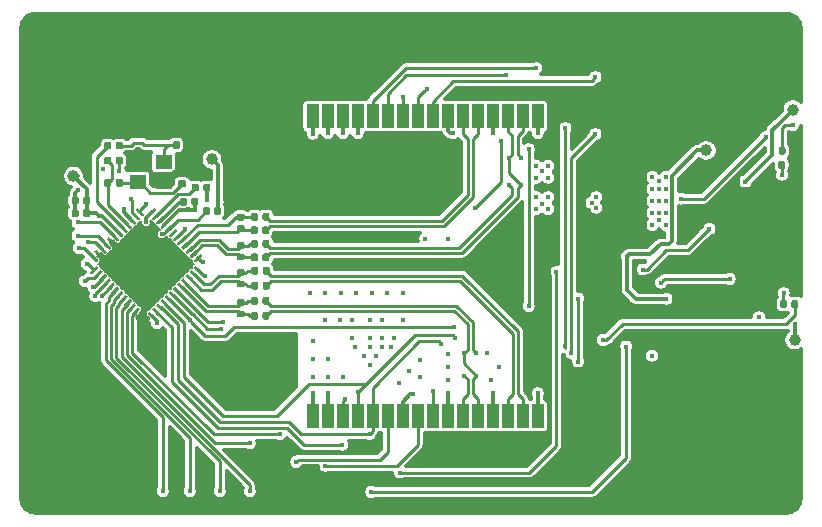
<source format=gbr>
G04 #@! TF.GenerationSoftware,KiCad,Pcbnew,(5.1.5)-3*
G04 #@! TF.CreationDate,2020-01-05T10:53:16-07:00*
G04 #@! TF.ProjectId,spi_control,7370695f-636f-46e7-9472-6f6c2e6b6963,A*
G04 #@! TF.SameCoordinates,Original*
G04 #@! TF.FileFunction,Copper,L1,Top*
G04 #@! TF.FilePolarity,Positive*
%FSLAX46Y46*%
G04 Gerber Fmt 4.6, Leading zero omitted, Abs format (unit mm)*
G04 Created by KiCad (PCBNEW (5.1.5)-3) date 2020-01-05 10:53:16*
%MOMM*%
%LPD*%
G04 APERTURE LIST*
%ADD10C,0.700000*%
%ADD11C,4.400000*%
%ADD12R,1.000000X2.000000*%
%ADD13R,1.400000X1.200000*%
%ADD14R,3.800000X2.000000*%
%ADD15C,0.100000*%
%ADD16C,1.000000*%
%ADD17C,0.450000*%
%ADD18C,0.300000*%
%ADD19C,0.250000*%
%ADD20C,0.127000*%
G04 APERTURE END LIST*
D10*
X134516726Y-113724274D03*
X133350000Y-113241000D03*
X132183274Y-113724274D03*
X131700000Y-114891000D03*
X132183274Y-116057726D03*
X133350000Y-116541000D03*
X134516726Y-116057726D03*
X135000000Y-114891000D03*
D11*
X133350000Y-114891000D03*
D10*
X134516726Y-97893274D03*
X133350000Y-97410000D03*
X132183274Y-97893274D03*
X131700000Y-99060000D03*
X132183274Y-100226726D03*
X133350000Y-100710000D03*
X134516726Y-100226726D03*
X135000000Y-99060000D03*
D11*
X133350000Y-99060000D03*
D10*
X177046726Y-89313274D03*
X175880000Y-88830000D03*
X174713274Y-89313274D03*
X174230000Y-90480000D03*
X174713274Y-91646726D03*
X175880000Y-92130000D03*
X177046726Y-91646726D03*
X177530000Y-90480000D03*
D11*
X175880000Y-90480000D03*
D10*
X177046726Y-122404274D03*
X175880000Y-121921000D03*
X174713274Y-122404274D03*
X174230000Y-123571000D03*
X174713274Y-124737726D03*
X175880000Y-125221000D03*
X177046726Y-124737726D03*
X177530000Y-123571000D03*
D11*
X175880000Y-123571000D03*
D10*
X118046726Y-122404274D03*
X116880000Y-121921000D03*
X115713274Y-122404274D03*
X115230000Y-123571000D03*
X115713274Y-124737726D03*
X116880000Y-125221000D03*
X118046726Y-124737726D03*
X118530000Y-123571000D03*
D11*
X116880000Y-123571000D03*
D10*
X118046726Y-89313274D03*
X116880000Y-88830000D03*
X115713274Y-89313274D03*
X115230000Y-90480000D03*
X115713274Y-91646726D03*
X116880000Y-92130000D03*
X118046726Y-91646726D03*
X118530000Y-90480000D03*
D11*
X116880000Y-90480000D03*
D12*
X138430000Y-94234000D03*
X139700000Y-94234000D03*
X140970000Y-94234000D03*
X142240000Y-94234000D03*
X143510000Y-94234000D03*
X144780000Y-94234000D03*
X146050000Y-94234000D03*
X147320000Y-94234000D03*
X148590000Y-94234000D03*
X149860000Y-94234000D03*
X151130000Y-94234000D03*
X152400000Y-94234000D03*
X153670000Y-94234000D03*
X154940000Y-94234000D03*
X156210000Y-94234000D03*
X157480000Y-119634000D03*
X156210000Y-119634000D03*
X154940000Y-119634000D03*
X153670000Y-119634000D03*
X152400000Y-119634000D03*
X151130000Y-119634000D03*
X149860000Y-119634000D03*
X148590000Y-119634000D03*
X147320000Y-119634000D03*
X146050000Y-119634000D03*
X144780000Y-119634000D03*
X143510000Y-119634000D03*
X142240000Y-119634000D03*
X140970000Y-119634000D03*
X139700000Y-119634000D03*
X138430000Y-119634000D03*
X157480000Y-94234000D03*
D13*
X125814000Y-99808400D03*
X123614000Y-99808400D03*
X123614000Y-98108400D03*
X125814000Y-98108400D03*
D14*
X116713000Y-114300000D03*
G04 #@! TA.AperFunction,SMDPad,CuDef*
D15*
G36*
X128515709Y-106890871D02*
G01*
X128521776Y-106891771D01*
X128527726Y-106893261D01*
X128533501Y-106895328D01*
X128539045Y-106897950D01*
X128544306Y-106901103D01*
X128549233Y-106904757D01*
X128553777Y-106908876D01*
X129031074Y-107386173D01*
X129035193Y-107390717D01*
X129038847Y-107395644D01*
X129042000Y-107400905D01*
X129044622Y-107406449D01*
X129046689Y-107412224D01*
X129048179Y-107418174D01*
X129049079Y-107424241D01*
X129049380Y-107430367D01*
X129049079Y-107436493D01*
X129048179Y-107442560D01*
X129046689Y-107448510D01*
X129044622Y-107454285D01*
X129042000Y-107459829D01*
X129038847Y-107465090D01*
X129035193Y-107470017D01*
X129031074Y-107474561D01*
X128942685Y-107562950D01*
X128938141Y-107567069D01*
X128933214Y-107570723D01*
X128927953Y-107573876D01*
X128922409Y-107576498D01*
X128916634Y-107578565D01*
X128910684Y-107580055D01*
X128904617Y-107580955D01*
X128898491Y-107581256D01*
X128892365Y-107580955D01*
X128886298Y-107580055D01*
X128880348Y-107578565D01*
X128874573Y-107576498D01*
X128869029Y-107573876D01*
X128863768Y-107570723D01*
X128858841Y-107567069D01*
X128854297Y-107562950D01*
X128377000Y-107085653D01*
X128372881Y-107081109D01*
X128369227Y-107076182D01*
X128366074Y-107070921D01*
X128363452Y-107065377D01*
X128361385Y-107059602D01*
X128359895Y-107053652D01*
X128358995Y-107047585D01*
X128358694Y-107041459D01*
X128358995Y-107035333D01*
X128359895Y-107029266D01*
X128361385Y-107023316D01*
X128363452Y-107017541D01*
X128366074Y-107011997D01*
X128369227Y-107006736D01*
X128372881Y-107001809D01*
X128377000Y-106997265D01*
X128465389Y-106908876D01*
X128469933Y-106904757D01*
X128474860Y-106901103D01*
X128480121Y-106897950D01*
X128485665Y-106895328D01*
X128491440Y-106893261D01*
X128497390Y-106891771D01*
X128503457Y-106890871D01*
X128509583Y-106890570D01*
X128515709Y-106890871D01*
G37*
G04 #@! TD.AperFunction*
G04 #@! TA.AperFunction,SMDPad,CuDef*
G36*
X128162156Y-107244424D02*
G01*
X128168223Y-107245324D01*
X128174173Y-107246814D01*
X128179948Y-107248881D01*
X128185492Y-107251503D01*
X128190753Y-107254656D01*
X128195680Y-107258310D01*
X128200224Y-107262429D01*
X128677521Y-107739726D01*
X128681640Y-107744270D01*
X128685294Y-107749197D01*
X128688447Y-107754458D01*
X128691069Y-107760002D01*
X128693136Y-107765777D01*
X128694626Y-107771727D01*
X128695526Y-107777794D01*
X128695827Y-107783920D01*
X128695526Y-107790046D01*
X128694626Y-107796113D01*
X128693136Y-107802063D01*
X128691069Y-107807838D01*
X128688447Y-107813382D01*
X128685294Y-107818643D01*
X128681640Y-107823570D01*
X128677521Y-107828114D01*
X128589132Y-107916503D01*
X128584588Y-107920622D01*
X128579661Y-107924276D01*
X128574400Y-107927429D01*
X128568856Y-107930051D01*
X128563081Y-107932118D01*
X128557131Y-107933608D01*
X128551064Y-107934508D01*
X128544938Y-107934809D01*
X128538812Y-107934508D01*
X128532745Y-107933608D01*
X128526795Y-107932118D01*
X128521020Y-107930051D01*
X128515476Y-107927429D01*
X128510215Y-107924276D01*
X128505288Y-107920622D01*
X128500744Y-107916503D01*
X128023447Y-107439206D01*
X128019328Y-107434662D01*
X128015674Y-107429735D01*
X128012521Y-107424474D01*
X128009899Y-107418930D01*
X128007832Y-107413155D01*
X128006342Y-107407205D01*
X128005442Y-107401138D01*
X128005141Y-107395012D01*
X128005442Y-107388886D01*
X128006342Y-107382819D01*
X128007832Y-107376869D01*
X128009899Y-107371094D01*
X128012521Y-107365550D01*
X128015674Y-107360289D01*
X128019328Y-107355362D01*
X128023447Y-107350818D01*
X128111836Y-107262429D01*
X128116380Y-107258310D01*
X128121307Y-107254656D01*
X128126568Y-107251503D01*
X128132112Y-107248881D01*
X128137887Y-107246814D01*
X128143837Y-107245324D01*
X128149904Y-107244424D01*
X128156030Y-107244123D01*
X128162156Y-107244424D01*
G37*
G04 #@! TD.AperFunction*
G04 #@! TA.AperFunction,SMDPad,CuDef*
G36*
X127808602Y-107597978D02*
G01*
X127814669Y-107598878D01*
X127820619Y-107600368D01*
X127826394Y-107602435D01*
X127831938Y-107605057D01*
X127837199Y-107608210D01*
X127842126Y-107611864D01*
X127846670Y-107615983D01*
X128323967Y-108093280D01*
X128328086Y-108097824D01*
X128331740Y-108102751D01*
X128334893Y-108108012D01*
X128337515Y-108113556D01*
X128339582Y-108119331D01*
X128341072Y-108125281D01*
X128341972Y-108131348D01*
X128342273Y-108137474D01*
X128341972Y-108143600D01*
X128341072Y-108149667D01*
X128339582Y-108155617D01*
X128337515Y-108161392D01*
X128334893Y-108166936D01*
X128331740Y-108172197D01*
X128328086Y-108177124D01*
X128323967Y-108181668D01*
X128235578Y-108270057D01*
X128231034Y-108274176D01*
X128226107Y-108277830D01*
X128220846Y-108280983D01*
X128215302Y-108283605D01*
X128209527Y-108285672D01*
X128203577Y-108287162D01*
X128197510Y-108288062D01*
X128191384Y-108288363D01*
X128185258Y-108288062D01*
X128179191Y-108287162D01*
X128173241Y-108285672D01*
X128167466Y-108283605D01*
X128161922Y-108280983D01*
X128156661Y-108277830D01*
X128151734Y-108274176D01*
X128147190Y-108270057D01*
X127669893Y-107792760D01*
X127665774Y-107788216D01*
X127662120Y-107783289D01*
X127658967Y-107778028D01*
X127656345Y-107772484D01*
X127654278Y-107766709D01*
X127652788Y-107760759D01*
X127651888Y-107754692D01*
X127651587Y-107748566D01*
X127651888Y-107742440D01*
X127652788Y-107736373D01*
X127654278Y-107730423D01*
X127656345Y-107724648D01*
X127658967Y-107719104D01*
X127662120Y-107713843D01*
X127665774Y-107708916D01*
X127669893Y-107704372D01*
X127758282Y-107615983D01*
X127762826Y-107611864D01*
X127767753Y-107608210D01*
X127773014Y-107605057D01*
X127778558Y-107602435D01*
X127784333Y-107600368D01*
X127790283Y-107598878D01*
X127796350Y-107597978D01*
X127802476Y-107597677D01*
X127808602Y-107597978D01*
G37*
G04 #@! TD.AperFunction*
G04 #@! TA.AperFunction,SMDPad,CuDef*
G36*
X127455049Y-107951531D02*
G01*
X127461116Y-107952431D01*
X127467066Y-107953921D01*
X127472841Y-107955988D01*
X127478385Y-107958610D01*
X127483646Y-107961763D01*
X127488573Y-107965417D01*
X127493117Y-107969536D01*
X127970414Y-108446833D01*
X127974533Y-108451377D01*
X127978187Y-108456304D01*
X127981340Y-108461565D01*
X127983962Y-108467109D01*
X127986029Y-108472884D01*
X127987519Y-108478834D01*
X127988419Y-108484901D01*
X127988720Y-108491027D01*
X127988419Y-108497153D01*
X127987519Y-108503220D01*
X127986029Y-108509170D01*
X127983962Y-108514945D01*
X127981340Y-108520489D01*
X127978187Y-108525750D01*
X127974533Y-108530677D01*
X127970414Y-108535221D01*
X127882025Y-108623610D01*
X127877481Y-108627729D01*
X127872554Y-108631383D01*
X127867293Y-108634536D01*
X127861749Y-108637158D01*
X127855974Y-108639225D01*
X127850024Y-108640715D01*
X127843957Y-108641615D01*
X127837831Y-108641916D01*
X127831705Y-108641615D01*
X127825638Y-108640715D01*
X127819688Y-108639225D01*
X127813913Y-108637158D01*
X127808369Y-108634536D01*
X127803108Y-108631383D01*
X127798181Y-108627729D01*
X127793637Y-108623610D01*
X127316340Y-108146313D01*
X127312221Y-108141769D01*
X127308567Y-108136842D01*
X127305414Y-108131581D01*
X127302792Y-108126037D01*
X127300725Y-108120262D01*
X127299235Y-108114312D01*
X127298335Y-108108245D01*
X127298034Y-108102119D01*
X127298335Y-108095993D01*
X127299235Y-108089926D01*
X127300725Y-108083976D01*
X127302792Y-108078201D01*
X127305414Y-108072657D01*
X127308567Y-108067396D01*
X127312221Y-108062469D01*
X127316340Y-108057925D01*
X127404729Y-107969536D01*
X127409273Y-107965417D01*
X127414200Y-107961763D01*
X127419461Y-107958610D01*
X127425005Y-107955988D01*
X127430780Y-107953921D01*
X127436730Y-107952431D01*
X127442797Y-107951531D01*
X127448923Y-107951230D01*
X127455049Y-107951531D01*
G37*
G04 #@! TD.AperFunction*
G04 #@! TA.AperFunction,SMDPad,CuDef*
G36*
X127101495Y-108305084D02*
G01*
X127107562Y-108305984D01*
X127113512Y-108307474D01*
X127119287Y-108309541D01*
X127124831Y-108312163D01*
X127130092Y-108315316D01*
X127135019Y-108318970D01*
X127139563Y-108323089D01*
X127616860Y-108800386D01*
X127620979Y-108804930D01*
X127624633Y-108809857D01*
X127627786Y-108815118D01*
X127630408Y-108820662D01*
X127632475Y-108826437D01*
X127633965Y-108832387D01*
X127634865Y-108838454D01*
X127635166Y-108844580D01*
X127634865Y-108850706D01*
X127633965Y-108856773D01*
X127632475Y-108862723D01*
X127630408Y-108868498D01*
X127627786Y-108874042D01*
X127624633Y-108879303D01*
X127620979Y-108884230D01*
X127616860Y-108888774D01*
X127528471Y-108977163D01*
X127523927Y-108981282D01*
X127519000Y-108984936D01*
X127513739Y-108988089D01*
X127508195Y-108990711D01*
X127502420Y-108992778D01*
X127496470Y-108994268D01*
X127490403Y-108995168D01*
X127484277Y-108995469D01*
X127478151Y-108995168D01*
X127472084Y-108994268D01*
X127466134Y-108992778D01*
X127460359Y-108990711D01*
X127454815Y-108988089D01*
X127449554Y-108984936D01*
X127444627Y-108981282D01*
X127440083Y-108977163D01*
X126962786Y-108499866D01*
X126958667Y-108495322D01*
X126955013Y-108490395D01*
X126951860Y-108485134D01*
X126949238Y-108479590D01*
X126947171Y-108473815D01*
X126945681Y-108467865D01*
X126944781Y-108461798D01*
X126944480Y-108455672D01*
X126944781Y-108449546D01*
X126945681Y-108443479D01*
X126947171Y-108437529D01*
X126949238Y-108431754D01*
X126951860Y-108426210D01*
X126955013Y-108420949D01*
X126958667Y-108416022D01*
X126962786Y-108411478D01*
X127051175Y-108323089D01*
X127055719Y-108318970D01*
X127060646Y-108315316D01*
X127065907Y-108312163D01*
X127071451Y-108309541D01*
X127077226Y-108307474D01*
X127083176Y-108305984D01*
X127089243Y-108305084D01*
X127095369Y-108304783D01*
X127101495Y-108305084D01*
G37*
G04 #@! TD.AperFunction*
G04 #@! TA.AperFunction,SMDPad,CuDef*
G36*
X126747942Y-108658638D02*
G01*
X126754009Y-108659538D01*
X126759959Y-108661028D01*
X126765734Y-108663095D01*
X126771278Y-108665717D01*
X126776539Y-108668870D01*
X126781466Y-108672524D01*
X126786010Y-108676643D01*
X127263307Y-109153940D01*
X127267426Y-109158484D01*
X127271080Y-109163411D01*
X127274233Y-109168672D01*
X127276855Y-109174216D01*
X127278922Y-109179991D01*
X127280412Y-109185941D01*
X127281312Y-109192008D01*
X127281613Y-109198134D01*
X127281312Y-109204260D01*
X127280412Y-109210327D01*
X127278922Y-109216277D01*
X127276855Y-109222052D01*
X127274233Y-109227596D01*
X127271080Y-109232857D01*
X127267426Y-109237784D01*
X127263307Y-109242328D01*
X127174918Y-109330717D01*
X127170374Y-109334836D01*
X127165447Y-109338490D01*
X127160186Y-109341643D01*
X127154642Y-109344265D01*
X127148867Y-109346332D01*
X127142917Y-109347822D01*
X127136850Y-109348722D01*
X127130724Y-109349023D01*
X127124598Y-109348722D01*
X127118531Y-109347822D01*
X127112581Y-109346332D01*
X127106806Y-109344265D01*
X127101262Y-109341643D01*
X127096001Y-109338490D01*
X127091074Y-109334836D01*
X127086530Y-109330717D01*
X126609233Y-108853420D01*
X126605114Y-108848876D01*
X126601460Y-108843949D01*
X126598307Y-108838688D01*
X126595685Y-108833144D01*
X126593618Y-108827369D01*
X126592128Y-108821419D01*
X126591228Y-108815352D01*
X126590927Y-108809226D01*
X126591228Y-108803100D01*
X126592128Y-108797033D01*
X126593618Y-108791083D01*
X126595685Y-108785308D01*
X126598307Y-108779764D01*
X126601460Y-108774503D01*
X126605114Y-108769576D01*
X126609233Y-108765032D01*
X126697622Y-108676643D01*
X126702166Y-108672524D01*
X126707093Y-108668870D01*
X126712354Y-108665717D01*
X126717898Y-108663095D01*
X126723673Y-108661028D01*
X126729623Y-108659538D01*
X126735690Y-108658638D01*
X126741816Y-108658337D01*
X126747942Y-108658638D01*
G37*
G04 #@! TD.AperFunction*
G04 #@! TA.AperFunction,SMDPad,CuDef*
G36*
X126394389Y-109012191D02*
G01*
X126400456Y-109013091D01*
X126406406Y-109014581D01*
X126412181Y-109016648D01*
X126417725Y-109019270D01*
X126422986Y-109022423D01*
X126427913Y-109026077D01*
X126432457Y-109030196D01*
X126909754Y-109507493D01*
X126913873Y-109512037D01*
X126917527Y-109516964D01*
X126920680Y-109522225D01*
X126923302Y-109527769D01*
X126925369Y-109533544D01*
X126926859Y-109539494D01*
X126927759Y-109545561D01*
X126928060Y-109551687D01*
X126927759Y-109557813D01*
X126926859Y-109563880D01*
X126925369Y-109569830D01*
X126923302Y-109575605D01*
X126920680Y-109581149D01*
X126917527Y-109586410D01*
X126913873Y-109591337D01*
X126909754Y-109595881D01*
X126821365Y-109684270D01*
X126816821Y-109688389D01*
X126811894Y-109692043D01*
X126806633Y-109695196D01*
X126801089Y-109697818D01*
X126795314Y-109699885D01*
X126789364Y-109701375D01*
X126783297Y-109702275D01*
X126777171Y-109702576D01*
X126771045Y-109702275D01*
X126764978Y-109701375D01*
X126759028Y-109699885D01*
X126753253Y-109697818D01*
X126747709Y-109695196D01*
X126742448Y-109692043D01*
X126737521Y-109688389D01*
X126732977Y-109684270D01*
X126255680Y-109206973D01*
X126251561Y-109202429D01*
X126247907Y-109197502D01*
X126244754Y-109192241D01*
X126242132Y-109186697D01*
X126240065Y-109180922D01*
X126238575Y-109174972D01*
X126237675Y-109168905D01*
X126237374Y-109162779D01*
X126237675Y-109156653D01*
X126238575Y-109150586D01*
X126240065Y-109144636D01*
X126242132Y-109138861D01*
X126244754Y-109133317D01*
X126247907Y-109128056D01*
X126251561Y-109123129D01*
X126255680Y-109118585D01*
X126344069Y-109030196D01*
X126348613Y-109026077D01*
X126353540Y-109022423D01*
X126358801Y-109019270D01*
X126364345Y-109016648D01*
X126370120Y-109014581D01*
X126376070Y-109013091D01*
X126382137Y-109012191D01*
X126388263Y-109011890D01*
X126394389Y-109012191D01*
G37*
G04 #@! TD.AperFunction*
G04 #@! TA.AperFunction,SMDPad,CuDef*
G36*
X126040835Y-109365744D02*
G01*
X126046902Y-109366644D01*
X126052852Y-109368134D01*
X126058627Y-109370201D01*
X126064171Y-109372823D01*
X126069432Y-109375976D01*
X126074359Y-109379630D01*
X126078903Y-109383749D01*
X126556200Y-109861046D01*
X126560319Y-109865590D01*
X126563973Y-109870517D01*
X126567126Y-109875778D01*
X126569748Y-109881322D01*
X126571815Y-109887097D01*
X126573305Y-109893047D01*
X126574205Y-109899114D01*
X126574506Y-109905240D01*
X126574205Y-109911366D01*
X126573305Y-109917433D01*
X126571815Y-109923383D01*
X126569748Y-109929158D01*
X126567126Y-109934702D01*
X126563973Y-109939963D01*
X126560319Y-109944890D01*
X126556200Y-109949434D01*
X126467811Y-110037823D01*
X126463267Y-110041942D01*
X126458340Y-110045596D01*
X126453079Y-110048749D01*
X126447535Y-110051371D01*
X126441760Y-110053438D01*
X126435810Y-110054928D01*
X126429743Y-110055828D01*
X126423617Y-110056129D01*
X126417491Y-110055828D01*
X126411424Y-110054928D01*
X126405474Y-110053438D01*
X126399699Y-110051371D01*
X126394155Y-110048749D01*
X126388894Y-110045596D01*
X126383967Y-110041942D01*
X126379423Y-110037823D01*
X125902126Y-109560526D01*
X125898007Y-109555982D01*
X125894353Y-109551055D01*
X125891200Y-109545794D01*
X125888578Y-109540250D01*
X125886511Y-109534475D01*
X125885021Y-109528525D01*
X125884121Y-109522458D01*
X125883820Y-109516332D01*
X125884121Y-109510206D01*
X125885021Y-109504139D01*
X125886511Y-109498189D01*
X125888578Y-109492414D01*
X125891200Y-109486870D01*
X125894353Y-109481609D01*
X125898007Y-109476682D01*
X125902126Y-109472138D01*
X125990515Y-109383749D01*
X125995059Y-109379630D01*
X125999986Y-109375976D01*
X126005247Y-109372823D01*
X126010791Y-109370201D01*
X126016566Y-109368134D01*
X126022516Y-109366644D01*
X126028583Y-109365744D01*
X126034709Y-109365443D01*
X126040835Y-109365744D01*
G37*
G04 #@! TD.AperFunction*
G04 #@! TA.AperFunction,SMDPad,CuDef*
G36*
X125687282Y-109719298D02*
G01*
X125693349Y-109720198D01*
X125699299Y-109721688D01*
X125705074Y-109723755D01*
X125710618Y-109726377D01*
X125715879Y-109729530D01*
X125720806Y-109733184D01*
X125725350Y-109737303D01*
X126202647Y-110214600D01*
X126206766Y-110219144D01*
X126210420Y-110224071D01*
X126213573Y-110229332D01*
X126216195Y-110234876D01*
X126218262Y-110240651D01*
X126219752Y-110246601D01*
X126220652Y-110252668D01*
X126220953Y-110258794D01*
X126220652Y-110264920D01*
X126219752Y-110270987D01*
X126218262Y-110276937D01*
X126216195Y-110282712D01*
X126213573Y-110288256D01*
X126210420Y-110293517D01*
X126206766Y-110298444D01*
X126202647Y-110302988D01*
X126114258Y-110391377D01*
X126109714Y-110395496D01*
X126104787Y-110399150D01*
X126099526Y-110402303D01*
X126093982Y-110404925D01*
X126088207Y-110406992D01*
X126082257Y-110408482D01*
X126076190Y-110409382D01*
X126070064Y-110409683D01*
X126063938Y-110409382D01*
X126057871Y-110408482D01*
X126051921Y-110406992D01*
X126046146Y-110404925D01*
X126040602Y-110402303D01*
X126035341Y-110399150D01*
X126030414Y-110395496D01*
X126025870Y-110391377D01*
X125548573Y-109914080D01*
X125544454Y-109909536D01*
X125540800Y-109904609D01*
X125537647Y-109899348D01*
X125535025Y-109893804D01*
X125532958Y-109888029D01*
X125531468Y-109882079D01*
X125530568Y-109876012D01*
X125530267Y-109869886D01*
X125530568Y-109863760D01*
X125531468Y-109857693D01*
X125532958Y-109851743D01*
X125535025Y-109845968D01*
X125537647Y-109840424D01*
X125540800Y-109835163D01*
X125544454Y-109830236D01*
X125548573Y-109825692D01*
X125636962Y-109737303D01*
X125641506Y-109733184D01*
X125646433Y-109729530D01*
X125651694Y-109726377D01*
X125657238Y-109723755D01*
X125663013Y-109721688D01*
X125668963Y-109720198D01*
X125675030Y-109719298D01*
X125681156Y-109718997D01*
X125687282Y-109719298D01*
G37*
G04 #@! TD.AperFunction*
G04 #@! TA.AperFunction,SMDPad,CuDef*
G36*
X125333729Y-110072851D02*
G01*
X125339796Y-110073751D01*
X125345746Y-110075241D01*
X125351521Y-110077308D01*
X125357065Y-110079930D01*
X125362326Y-110083083D01*
X125367253Y-110086737D01*
X125371797Y-110090856D01*
X125849094Y-110568153D01*
X125853213Y-110572697D01*
X125856867Y-110577624D01*
X125860020Y-110582885D01*
X125862642Y-110588429D01*
X125864709Y-110594204D01*
X125866199Y-110600154D01*
X125867099Y-110606221D01*
X125867400Y-110612347D01*
X125867099Y-110618473D01*
X125866199Y-110624540D01*
X125864709Y-110630490D01*
X125862642Y-110636265D01*
X125860020Y-110641809D01*
X125856867Y-110647070D01*
X125853213Y-110651997D01*
X125849094Y-110656541D01*
X125760705Y-110744930D01*
X125756161Y-110749049D01*
X125751234Y-110752703D01*
X125745973Y-110755856D01*
X125740429Y-110758478D01*
X125734654Y-110760545D01*
X125728704Y-110762035D01*
X125722637Y-110762935D01*
X125716511Y-110763236D01*
X125710385Y-110762935D01*
X125704318Y-110762035D01*
X125698368Y-110760545D01*
X125692593Y-110758478D01*
X125687049Y-110755856D01*
X125681788Y-110752703D01*
X125676861Y-110749049D01*
X125672317Y-110744930D01*
X125195020Y-110267633D01*
X125190901Y-110263089D01*
X125187247Y-110258162D01*
X125184094Y-110252901D01*
X125181472Y-110247357D01*
X125179405Y-110241582D01*
X125177915Y-110235632D01*
X125177015Y-110229565D01*
X125176714Y-110223439D01*
X125177015Y-110217313D01*
X125177915Y-110211246D01*
X125179405Y-110205296D01*
X125181472Y-110199521D01*
X125184094Y-110193977D01*
X125187247Y-110188716D01*
X125190901Y-110183789D01*
X125195020Y-110179245D01*
X125283409Y-110090856D01*
X125287953Y-110086737D01*
X125292880Y-110083083D01*
X125298141Y-110079930D01*
X125303685Y-110077308D01*
X125309460Y-110075241D01*
X125315410Y-110073751D01*
X125321477Y-110072851D01*
X125327603Y-110072550D01*
X125333729Y-110072851D01*
G37*
G04 #@! TD.AperFunction*
G04 #@! TA.AperFunction,SMDPad,CuDef*
G36*
X124980175Y-110426405D02*
G01*
X124986242Y-110427305D01*
X124992192Y-110428795D01*
X124997967Y-110430862D01*
X125003511Y-110433484D01*
X125008772Y-110436637D01*
X125013699Y-110440291D01*
X125018243Y-110444410D01*
X125495540Y-110921707D01*
X125499659Y-110926251D01*
X125503313Y-110931178D01*
X125506466Y-110936439D01*
X125509088Y-110941983D01*
X125511155Y-110947758D01*
X125512645Y-110953708D01*
X125513545Y-110959775D01*
X125513846Y-110965901D01*
X125513545Y-110972027D01*
X125512645Y-110978094D01*
X125511155Y-110984044D01*
X125509088Y-110989819D01*
X125506466Y-110995363D01*
X125503313Y-111000624D01*
X125499659Y-111005551D01*
X125495540Y-111010095D01*
X125407151Y-111098484D01*
X125402607Y-111102603D01*
X125397680Y-111106257D01*
X125392419Y-111109410D01*
X125386875Y-111112032D01*
X125381100Y-111114099D01*
X125375150Y-111115589D01*
X125369083Y-111116489D01*
X125362957Y-111116790D01*
X125356831Y-111116489D01*
X125350764Y-111115589D01*
X125344814Y-111114099D01*
X125339039Y-111112032D01*
X125333495Y-111109410D01*
X125328234Y-111106257D01*
X125323307Y-111102603D01*
X125318763Y-111098484D01*
X124841466Y-110621187D01*
X124837347Y-110616643D01*
X124833693Y-110611716D01*
X124830540Y-110606455D01*
X124827918Y-110600911D01*
X124825851Y-110595136D01*
X124824361Y-110589186D01*
X124823461Y-110583119D01*
X124823160Y-110576993D01*
X124823461Y-110570867D01*
X124824361Y-110564800D01*
X124825851Y-110558850D01*
X124827918Y-110553075D01*
X124830540Y-110547531D01*
X124833693Y-110542270D01*
X124837347Y-110537343D01*
X124841466Y-110532799D01*
X124929855Y-110444410D01*
X124934399Y-110440291D01*
X124939326Y-110436637D01*
X124944587Y-110433484D01*
X124950131Y-110430862D01*
X124955906Y-110428795D01*
X124961856Y-110427305D01*
X124967923Y-110426405D01*
X124974049Y-110426104D01*
X124980175Y-110426405D01*
G37*
G04 #@! TD.AperFunction*
G04 #@! TA.AperFunction,SMDPad,CuDef*
G36*
X124626622Y-110779958D02*
G01*
X124632689Y-110780858D01*
X124638639Y-110782348D01*
X124644414Y-110784415D01*
X124649958Y-110787037D01*
X124655219Y-110790190D01*
X124660146Y-110793844D01*
X124664690Y-110797963D01*
X125141987Y-111275260D01*
X125146106Y-111279804D01*
X125149760Y-111284731D01*
X125152913Y-111289992D01*
X125155535Y-111295536D01*
X125157602Y-111301311D01*
X125159092Y-111307261D01*
X125159992Y-111313328D01*
X125160293Y-111319454D01*
X125159992Y-111325580D01*
X125159092Y-111331647D01*
X125157602Y-111337597D01*
X125155535Y-111343372D01*
X125152913Y-111348916D01*
X125149760Y-111354177D01*
X125146106Y-111359104D01*
X125141987Y-111363648D01*
X125053598Y-111452037D01*
X125049054Y-111456156D01*
X125044127Y-111459810D01*
X125038866Y-111462963D01*
X125033322Y-111465585D01*
X125027547Y-111467652D01*
X125021597Y-111469142D01*
X125015530Y-111470042D01*
X125009404Y-111470343D01*
X125003278Y-111470042D01*
X124997211Y-111469142D01*
X124991261Y-111467652D01*
X124985486Y-111465585D01*
X124979942Y-111462963D01*
X124974681Y-111459810D01*
X124969754Y-111456156D01*
X124965210Y-111452037D01*
X124487913Y-110974740D01*
X124483794Y-110970196D01*
X124480140Y-110965269D01*
X124476987Y-110960008D01*
X124474365Y-110954464D01*
X124472298Y-110948689D01*
X124470808Y-110942739D01*
X124469908Y-110936672D01*
X124469607Y-110930546D01*
X124469908Y-110924420D01*
X124470808Y-110918353D01*
X124472298Y-110912403D01*
X124474365Y-110906628D01*
X124476987Y-110901084D01*
X124480140Y-110895823D01*
X124483794Y-110890896D01*
X124487913Y-110886352D01*
X124576302Y-110797963D01*
X124580846Y-110793844D01*
X124585773Y-110790190D01*
X124591034Y-110787037D01*
X124596578Y-110784415D01*
X124602353Y-110782348D01*
X124608303Y-110780858D01*
X124614370Y-110779958D01*
X124620496Y-110779657D01*
X124626622Y-110779958D01*
G37*
G04 #@! TD.AperFunction*
G04 #@! TA.AperFunction,SMDPad,CuDef*
G36*
X124025580Y-110779958D02*
G01*
X124031647Y-110780858D01*
X124037597Y-110782348D01*
X124043372Y-110784415D01*
X124048916Y-110787037D01*
X124054177Y-110790190D01*
X124059104Y-110793844D01*
X124063648Y-110797963D01*
X124152037Y-110886352D01*
X124156156Y-110890896D01*
X124159810Y-110895823D01*
X124162963Y-110901084D01*
X124165585Y-110906628D01*
X124167652Y-110912403D01*
X124169142Y-110918353D01*
X124170042Y-110924420D01*
X124170343Y-110930546D01*
X124170042Y-110936672D01*
X124169142Y-110942739D01*
X124167652Y-110948689D01*
X124165585Y-110954464D01*
X124162963Y-110960008D01*
X124159810Y-110965269D01*
X124156156Y-110970196D01*
X124152037Y-110974740D01*
X123674740Y-111452037D01*
X123670196Y-111456156D01*
X123665269Y-111459810D01*
X123660008Y-111462963D01*
X123654464Y-111465585D01*
X123648689Y-111467652D01*
X123642739Y-111469142D01*
X123636672Y-111470042D01*
X123630546Y-111470343D01*
X123624420Y-111470042D01*
X123618353Y-111469142D01*
X123612403Y-111467652D01*
X123606628Y-111465585D01*
X123601084Y-111462963D01*
X123595823Y-111459810D01*
X123590896Y-111456156D01*
X123586352Y-111452037D01*
X123497963Y-111363648D01*
X123493844Y-111359104D01*
X123490190Y-111354177D01*
X123487037Y-111348916D01*
X123484415Y-111343372D01*
X123482348Y-111337597D01*
X123480858Y-111331647D01*
X123479958Y-111325580D01*
X123479657Y-111319454D01*
X123479958Y-111313328D01*
X123480858Y-111307261D01*
X123482348Y-111301311D01*
X123484415Y-111295536D01*
X123487037Y-111289992D01*
X123490190Y-111284731D01*
X123493844Y-111279804D01*
X123497963Y-111275260D01*
X123975260Y-110797963D01*
X123979804Y-110793844D01*
X123984731Y-110790190D01*
X123989992Y-110787037D01*
X123995536Y-110784415D01*
X124001311Y-110782348D01*
X124007261Y-110780858D01*
X124013328Y-110779958D01*
X124019454Y-110779657D01*
X124025580Y-110779958D01*
G37*
G04 #@! TD.AperFunction*
G04 #@! TA.AperFunction,SMDPad,CuDef*
G36*
X123672027Y-110426405D02*
G01*
X123678094Y-110427305D01*
X123684044Y-110428795D01*
X123689819Y-110430862D01*
X123695363Y-110433484D01*
X123700624Y-110436637D01*
X123705551Y-110440291D01*
X123710095Y-110444410D01*
X123798484Y-110532799D01*
X123802603Y-110537343D01*
X123806257Y-110542270D01*
X123809410Y-110547531D01*
X123812032Y-110553075D01*
X123814099Y-110558850D01*
X123815589Y-110564800D01*
X123816489Y-110570867D01*
X123816790Y-110576993D01*
X123816489Y-110583119D01*
X123815589Y-110589186D01*
X123814099Y-110595136D01*
X123812032Y-110600911D01*
X123809410Y-110606455D01*
X123806257Y-110611716D01*
X123802603Y-110616643D01*
X123798484Y-110621187D01*
X123321187Y-111098484D01*
X123316643Y-111102603D01*
X123311716Y-111106257D01*
X123306455Y-111109410D01*
X123300911Y-111112032D01*
X123295136Y-111114099D01*
X123289186Y-111115589D01*
X123283119Y-111116489D01*
X123276993Y-111116790D01*
X123270867Y-111116489D01*
X123264800Y-111115589D01*
X123258850Y-111114099D01*
X123253075Y-111112032D01*
X123247531Y-111109410D01*
X123242270Y-111106257D01*
X123237343Y-111102603D01*
X123232799Y-111098484D01*
X123144410Y-111010095D01*
X123140291Y-111005551D01*
X123136637Y-111000624D01*
X123133484Y-110995363D01*
X123130862Y-110989819D01*
X123128795Y-110984044D01*
X123127305Y-110978094D01*
X123126405Y-110972027D01*
X123126104Y-110965901D01*
X123126405Y-110959775D01*
X123127305Y-110953708D01*
X123128795Y-110947758D01*
X123130862Y-110941983D01*
X123133484Y-110936439D01*
X123136637Y-110931178D01*
X123140291Y-110926251D01*
X123144410Y-110921707D01*
X123621707Y-110444410D01*
X123626251Y-110440291D01*
X123631178Y-110436637D01*
X123636439Y-110433484D01*
X123641983Y-110430862D01*
X123647758Y-110428795D01*
X123653708Y-110427305D01*
X123659775Y-110426405D01*
X123665901Y-110426104D01*
X123672027Y-110426405D01*
G37*
G04 #@! TD.AperFunction*
G04 #@! TA.AperFunction,SMDPad,CuDef*
G36*
X123318473Y-110072851D02*
G01*
X123324540Y-110073751D01*
X123330490Y-110075241D01*
X123336265Y-110077308D01*
X123341809Y-110079930D01*
X123347070Y-110083083D01*
X123351997Y-110086737D01*
X123356541Y-110090856D01*
X123444930Y-110179245D01*
X123449049Y-110183789D01*
X123452703Y-110188716D01*
X123455856Y-110193977D01*
X123458478Y-110199521D01*
X123460545Y-110205296D01*
X123462035Y-110211246D01*
X123462935Y-110217313D01*
X123463236Y-110223439D01*
X123462935Y-110229565D01*
X123462035Y-110235632D01*
X123460545Y-110241582D01*
X123458478Y-110247357D01*
X123455856Y-110252901D01*
X123452703Y-110258162D01*
X123449049Y-110263089D01*
X123444930Y-110267633D01*
X122967633Y-110744930D01*
X122963089Y-110749049D01*
X122958162Y-110752703D01*
X122952901Y-110755856D01*
X122947357Y-110758478D01*
X122941582Y-110760545D01*
X122935632Y-110762035D01*
X122929565Y-110762935D01*
X122923439Y-110763236D01*
X122917313Y-110762935D01*
X122911246Y-110762035D01*
X122905296Y-110760545D01*
X122899521Y-110758478D01*
X122893977Y-110755856D01*
X122888716Y-110752703D01*
X122883789Y-110749049D01*
X122879245Y-110744930D01*
X122790856Y-110656541D01*
X122786737Y-110651997D01*
X122783083Y-110647070D01*
X122779930Y-110641809D01*
X122777308Y-110636265D01*
X122775241Y-110630490D01*
X122773751Y-110624540D01*
X122772851Y-110618473D01*
X122772550Y-110612347D01*
X122772851Y-110606221D01*
X122773751Y-110600154D01*
X122775241Y-110594204D01*
X122777308Y-110588429D01*
X122779930Y-110582885D01*
X122783083Y-110577624D01*
X122786737Y-110572697D01*
X122790856Y-110568153D01*
X123268153Y-110090856D01*
X123272697Y-110086737D01*
X123277624Y-110083083D01*
X123282885Y-110079930D01*
X123288429Y-110077308D01*
X123294204Y-110075241D01*
X123300154Y-110073751D01*
X123306221Y-110072851D01*
X123312347Y-110072550D01*
X123318473Y-110072851D01*
G37*
G04 #@! TD.AperFunction*
G04 #@! TA.AperFunction,SMDPad,CuDef*
G36*
X122964920Y-109719298D02*
G01*
X122970987Y-109720198D01*
X122976937Y-109721688D01*
X122982712Y-109723755D01*
X122988256Y-109726377D01*
X122993517Y-109729530D01*
X122998444Y-109733184D01*
X123002988Y-109737303D01*
X123091377Y-109825692D01*
X123095496Y-109830236D01*
X123099150Y-109835163D01*
X123102303Y-109840424D01*
X123104925Y-109845968D01*
X123106992Y-109851743D01*
X123108482Y-109857693D01*
X123109382Y-109863760D01*
X123109683Y-109869886D01*
X123109382Y-109876012D01*
X123108482Y-109882079D01*
X123106992Y-109888029D01*
X123104925Y-109893804D01*
X123102303Y-109899348D01*
X123099150Y-109904609D01*
X123095496Y-109909536D01*
X123091377Y-109914080D01*
X122614080Y-110391377D01*
X122609536Y-110395496D01*
X122604609Y-110399150D01*
X122599348Y-110402303D01*
X122593804Y-110404925D01*
X122588029Y-110406992D01*
X122582079Y-110408482D01*
X122576012Y-110409382D01*
X122569886Y-110409683D01*
X122563760Y-110409382D01*
X122557693Y-110408482D01*
X122551743Y-110406992D01*
X122545968Y-110404925D01*
X122540424Y-110402303D01*
X122535163Y-110399150D01*
X122530236Y-110395496D01*
X122525692Y-110391377D01*
X122437303Y-110302988D01*
X122433184Y-110298444D01*
X122429530Y-110293517D01*
X122426377Y-110288256D01*
X122423755Y-110282712D01*
X122421688Y-110276937D01*
X122420198Y-110270987D01*
X122419298Y-110264920D01*
X122418997Y-110258794D01*
X122419298Y-110252668D01*
X122420198Y-110246601D01*
X122421688Y-110240651D01*
X122423755Y-110234876D01*
X122426377Y-110229332D01*
X122429530Y-110224071D01*
X122433184Y-110219144D01*
X122437303Y-110214600D01*
X122914600Y-109737303D01*
X122919144Y-109733184D01*
X122924071Y-109729530D01*
X122929332Y-109726377D01*
X122934876Y-109723755D01*
X122940651Y-109721688D01*
X122946601Y-109720198D01*
X122952668Y-109719298D01*
X122958794Y-109718997D01*
X122964920Y-109719298D01*
G37*
G04 #@! TD.AperFunction*
G04 #@! TA.AperFunction,SMDPad,CuDef*
G36*
X122611367Y-109365744D02*
G01*
X122617434Y-109366644D01*
X122623384Y-109368134D01*
X122629159Y-109370201D01*
X122634703Y-109372823D01*
X122639964Y-109375976D01*
X122644891Y-109379630D01*
X122649435Y-109383749D01*
X122737824Y-109472138D01*
X122741943Y-109476682D01*
X122745597Y-109481609D01*
X122748750Y-109486870D01*
X122751372Y-109492414D01*
X122753439Y-109498189D01*
X122754929Y-109504139D01*
X122755829Y-109510206D01*
X122756130Y-109516332D01*
X122755829Y-109522458D01*
X122754929Y-109528525D01*
X122753439Y-109534475D01*
X122751372Y-109540250D01*
X122748750Y-109545794D01*
X122745597Y-109551055D01*
X122741943Y-109555982D01*
X122737824Y-109560526D01*
X122260527Y-110037823D01*
X122255983Y-110041942D01*
X122251056Y-110045596D01*
X122245795Y-110048749D01*
X122240251Y-110051371D01*
X122234476Y-110053438D01*
X122228526Y-110054928D01*
X122222459Y-110055828D01*
X122216333Y-110056129D01*
X122210207Y-110055828D01*
X122204140Y-110054928D01*
X122198190Y-110053438D01*
X122192415Y-110051371D01*
X122186871Y-110048749D01*
X122181610Y-110045596D01*
X122176683Y-110041942D01*
X122172139Y-110037823D01*
X122083750Y-109949434D01*
X122079631Y-109944890D01*
X122075977Y-109939963D01*
X122072824Y-109934702D01*
X122070202Y-109929158D01*
X122068135Y-109923383D01*
X122066645Y-109917433D01*
X122065745Y-109911366D01*
X122065444Y-109905240D01*
X122065745Y-109899114D01*
X122066645Y-109893047D01*
X122068135Y-109887097D01*
X122070202Y-109881322D01*
X122072824Y-109875778D01*
X122075977Y-109870517D01*
X122079631Y-109865590D01*
X122083750Y-109861046D01*
X122561047Y-109383749D01*
X122565591Y-109379630D01*
X122570518Y-109375976D01*
X122575779Y-109372823D01*
X122581323Y-109370201D01*
X122587098Y-109368134D01*
X122593048Y-109366644D01*
X122599115Y-109365744D01*
X122605241Y-109365443D01*
X122611367Y-109365744D01*
G37*
G04 #@! TD.AperFunction*
G04 #@! TA.AperFunction,SMDPad,CuDef*
G36*
X122257813Y-109012191D02*
G01*
X122263880Y-109013091D01*
X122269830Y-109014581D01*
X122275605Y-109016648D01*
X122281149Y-109019270D01*
X122286410Y-109022423D01*
X122291337Y-109026077D01*
X122295881Y-109030196D01*
X122384270Y-109118585D01*
X122388389Y-109123129D01*
X122392043Y-109128056D01*
X122395196Y-109133317D01*
X122397818Y-109138861D01*
X122399885Y-109144636D01*
X122401375Y-109150586D01*
X122402275Y-109156653D01*
X122402576Y-109162779D01*
X122402275Y-109168905D01*
X122401375Y-109174972D01*
X122399885Y-109180922D01*
X122397818Y-109186697D01*
X122395196Y-109192241D01*
X122392043Y-109197502D01*
X122388389Y-109202429D01*
X122384270Y-109206973D01*
X121906973Y-109684270D01*
X121902429Y-109688389D01*
X121897502Y-109692043D01*
X121892241Y-109695196D01*
X121886697Y-109697818D01*
X121880922Y-109699885D01*
X121874972Y-109701375D01*
X121868905Y-109702275D01*
X121862779Y-109702576D01*
X121856653Y-109702275D01*
X121850586Y-109701375D01*
X121844636Y-109699885D01*
X121838861Y-109697818D01*
X121833317Y-109695196D01*
X121828056Y-109692043D01*
X121823129Y-109688389D01*
X121818585Y-109684270D01*
X121730196Y-109595881D01*
X121726077Y-109591337D01*
X121722423Y-109586410D01*
X121719270Y-109581149D01*
X121716648Y-109575605D01*
X121714581Y-109569830D01*
X121713091Y-109563880D01*
X121712191Y-109557813D01*
X121711890Y-109551687D01*
X121712191Y-109545561D01*
X121713091Y-109539494D01*
X121714581Y-109533544D01*
X121716648Y-109527769D01*
X121719270Y-109522225D01*
X121722423Y-109516964D01*
X121726077Y-109512037D01*
X121730196Y-109507493D01*
X122207493Y-109030196D01*
X122212037Y-109026077D01*
X122216964Y-109022423D01*
X122222225Y-109019270D01*
X122227769Y-109016648D01*
X122233544Y-109014581D01*
X122239494Y-109013091D01*
X122245561Y-109012191D01*
X122251687Y-109011890D01*
X122257813Y-109012191D01*
G37*
G04 #@! TD.AperFunction*
G04 #@! TA.AperFunction,SMDPad,CuDef*
G36*
X121904260Y-108658638D02*
G01*
X121910327Y-108659538D01*
X121916277Y-108661028D01*
X121922052Y-108663095D01*
X121927596Y-108665717D01*
X121932857Y-108668870D01*
X121937784Y-108672524D01*
X121942328Y-108676643D01*
X122030717Y-108765032D01*
X122034836Y-108769576D01*
X122038490Y-108774503D01*
X122041643Y-108779764D01*
X122044265Y-108785308D01*
X122046332Y-108791083D01*
X122047822Y-108797033D01*
X122048722Y-108803100D01*
X122049023Y-108809226D01*
X122048722Y-108815352D01*
X122047822Y-108821419D01*
X122046332Y-108827369D01*
X122044265Y-108833144D01*
X122041643Y-108838688D01*
X122038490Y-108843949D01*
X122034836Y-108848876D01*
X122030717Y-108853420D01*
X121553420Y-109330717D01*
X121548876Y-109334836D01*
X121543949Y-109338490D01*
X121538688Y-109341643D01*
X121533144Y-109344265D01*
X121527369Y-109346332D01*
X121521419Y-109347822D01*
X121515352Y-109348722D01*
X121509226Y-109349023D01*
X121503100Y-109348722D01*
X121497033Y-109347822D01*
X121491083Y-109346332D01*
X121485308Y-109344265D01*
X121479764Y-109341643D01*
X121474503Y-109338490D01*
X121469576Y-109334836D01*
X121465032Y-109330717D01*
X121376643Y-109242328D01*
X121372524Y-109237784D01*
X121368870Y-109232857D01*
X121365717Y-109227596D01*
X121363095Y-109222052D01*
X121361028Y-109216277D01*
X121359538Y-109210327D01*
X121358638Y-109204260D01*
X121358337Y-109198134D01*
X121358638Y-109192008D01*
X121359538Y-109185941D01*
X121361028Y-109179991D01*
X121363095Y-109174216D01*
X121365717Y-109168672D01*
X121368870Y-109163411D01*
X121372524Y-109158484D01*
X121376643Y-109153940D01*
X121853940Y-108676643D01*
X121858484Y-108672524D01*
X121863411Y-108668870D01*
X121868672Y-108665717D01*
X121874216Y-108663095D01*
X121879991Y-108661028D01*
X121885941Y-108659538D01*
X121892008Y-108658638D01*
X121898134Y-108658337D01*
X121904260Y-108658638D01*
G37*
G04 #@! TD.AperFunction*
G04 #@! TA.AperFunction,SMDPad,CuDef*
G36*
X121550707Y-108305084D02*
G01*
X121556774Y-108305984D01*
X121562724Y-108307474D01*
X121568499Y-108309541D01*
X121574043Y-108312163D01*
X121579304Y-108315316D01*
X121584231Y-108318970D01*
X121588775Y-108323089D01*
X121677164Y-108411478D01*
X121681283Y-108416022D01*
X121684937Y-108420949D01*
X121688090Y-108426210D01*
X121690712Y-108431754D01*
X121692779Y-108437529D01*
X121694269Y-108443479D01*
X121695169Y-108449546D01*
X121695470Y-108455672D01*
X121695169Y-108461798D01*
X121694269Y-108467865D01*
X121692779Y-108473815D01*
X121690712Y-108479590D01*
X121688090Y-108485134D01*
X121684937Y-108490395D01*
X121681283Y-108495322D01*
X121677164Y-108499866D01*
X121199867Y-108977163D01*
X121195323Y-108981282D01*
X121190396Y-108984936D01*
X121185135Y-108988089D01*
X121179591Y-108990711D01*
X121173816Y-108992778D01*
X121167866Y-108994268D01*
X121161799Y-108995168D01*
X121155673Y-108995469D01*
X121149547Y-108995168D01*
X121143480Y-108994268D01*
X121137530Y-108992778D01*
X121131755Y-108990711D01*
X121126211Y-108988089D01*
X121120950Y-108984936D01*
X121116023Y-108981282D01*
X121111479Y-108977163D01*
X121023090Y-108888774D01*
X121018971Y-108884230D01*
X121015317Y-108879303D01*
X121012164Y-108874042D01*
X121009542Y-108868498D01*
X121007475Y-108862723D01*
X121005985Y-108856773D01*
X121005085Y-108850706D01*
X121004784Y-108844580D01*
X121005085Y-108838454D01*
X121005985Y-108832387D01*
X121007475Y-108826437D01*
X121009542Y-108820662D01*
X121012164Y-108815118D01*
X121015317Y-108809857D01*
X121018971Y-108804930D01*
X121023090Y-108800386D01*
X121500387Y-108323089D01*
X121504931Y-108318970D01*
X121509858Y-108315316D01*
X121515119Y-108312163D01*
X121520663Y-108309541D01*
X121526438Y-108307474D01*
X121532388Y-108305984D01*
X121538455Y-108305084D01*
X121544581Y-108304783D01*
X121550707Y-108305084D01*
G37*
G04 #@! TD.AperFunction*
G04 #@! TA.AperFunction,SMDPad,CuDef*
G36*
X121197153Y-107951531D02*
G01*
X121203220Y-107952431D01*
X121209170Y-107953921D01*
X121214945Y-107955988D01*
X121220489Y-107958610D01*
X121225750Y-107961763D01*
X121230677Y-107965417D01*
X121235221Y-107969536D01*
X121323610Y-108057925D01*
X121327729Y-108062469D01*
X121331383Y-108067396D01*
X121334536Y-108072657D01*
X121337158Y-108078201D01*
X121339225Y-108083976D01*
X121340715Y-108089926D01*
X121341615Y-108095993D01*
X121341916Y-108102119D01*
X121341615Y-108108245D01*
X121340715Y-108114312D01*
X121339225Y-108120262D01*
X121337158Y-108126037D01*
X121334536Y-108131581D01*
X121331383Y-108136842D01*
X121327729Y-108141769D01*
X121323610Y-108146313D01*
X120846313Y-108623610D01*
X120841769Y-108627729D01*
X120836842Y-108631383D01*
X120831581Y-108634536D01*
X120826037Y-108637158D01*
X120820262Y-108639225D01*
X120814312Y-108640715D01*
X120808245Y-108641615D01*
X120802119Y-108641916D01*
X120795993Y-108641615D01*
X120789926Y-108640715D01*
X120783976Y-108639225D01*
X120778201Y-108637158D01*
X120772657Y-108634536D01*
X120767396Y-108631383D01*
X120762469Y-108627729D01*
X120757925Y-108623610D01*
X120669536Y-108535221D01*
X120665417Y-108530677D01*
X120661763Y-108525750D01*
X120658610Y-108520489D01*
X120655988Y-108514945D01*
X120653921Y-108509170D01*
X120652431Y-108503220D01*
X120651531Y-108497153D01*
X120651230Y-108491027D01*
X120651531Y-108484901D01*
X120652431Y-108478834D01*
X120653921Y-108472884D01*
X120655988Y-108467109D01*
X120658610Y-108461565D01*
X120661763Y-108456304D01*
X120665417Y-108451377D01*
X120669536Y-108446833D01*
X121146833Y-107969536D01*
X121151377Y-107965417D01*
X121156304Y-107961763D01*
X121161565Y-107958610D01*
X121167109Y-107955988D01*
X121172884Y-107953921D01*
X121178834Y-107952431D01*
X121184901Y-107951531D01*
X121191027Y-107951230D01*
X121197153Y-107951531D01*
G37*
G04 #@! TD.AperFunction*
G04 #@! TA.AperFunction,SMDPad,CuDef*
G36*
X120843600Y-107597978D02*
G01*
X120849667Y-107598878D01*
X120855617Y-107600368D01*
X120861392Y-107602435D01*
X120866936Y-107605057D01*
X120872197Y-107608210D01*
X120877124Y-107611864D01*
X120881668Y-107615983D01*
X120970057Y-107704372D01*
X120974176Y-107708916D01*
X120977830Y-107713843D01*
X120980983Y-107719104D01*
X120983605Y-107724648D01*
X120985672Y-107730423D01*
X120987162Y-107736373D01*
X120988062Y-107742440D01*
X120988363Y-107748566D01*
X120988062Y-107754692D01*
X120987162Y-107760759D01*
X120985672Y-107766709D01*
X120983605Y-107772484D01*
X120980983Y-107778028D01*
X120977830Y-107783289D01*
X120974176Y-107788216D01*
X120970057Y-107792760D01*
X120492760Y-108270057D01*
X120488216Y-108274176D01*
X120483289Y-108277830D01*
X120478028Y-108280983D01*
X120472484Y-108283605D01*
X120466709Y-108285672D01*
X120460759Y-108287162D01*
X120454692Y-108288062D01*
X120448566Y-108288363D01*
X120442440Y-108288062D01*
X120436373Y-108287162D01*
X120430423Y-108285672D01*
X120424648Y-108283605D01*
X120419104Y-108280983D01*
X120413843Y-108277830D01*
X120408916Y-108274176D01*
X120404372Y-108270057D01*
X120315983Y-108181668D01*
X120311864Y-108177124D01*
X120308210Y-108172197D01*
X120305057Y-108166936D01*
X120302435Y-108161392D01*
X120300368Y-108155617D01*
X120298878Y-108149667D01*
X120297978Y-108143600D01*
X120297677Y-108137474D01*
X120297978Y-108131348D01*
X120298878Y-108125281D01*
X120300368Y-108119331D01*
X120302435Y-108113556D01*
X120305057Y-108108012D01*
X120308210Y-108102751D01*
X120311864Y-108097824D01*
X120315983Y-108093280D01*
X120793280Y-107615983D01*
X120797824Y-107611864D01*
X120802751Y-107608210D01*
X120808012Y-107605057D01*
X120813556Y-107602435D01*
X120819331Y-107600368D01*
X120825281Y-107598878D01*
X120831348Y-107597978D01*
X120837474Y-107597677D01*
X120843600Y-107597978D01*
G37*
G04 #@! TD.AperFunction*
G04 #@! TA.AperFunction,SMDPad,CuDef*
G36*
X120490046Y-107244424D02*
G01*
X120496113Y-107245324D01*
X120502063Y-107246814D01*
X120507838Y-107248881D01*
X120513382Y-107251503D01*
X120518643Y-107254656D01*
X120523570Y-107258310D01*
X120528114Y-107262429D01*
X120616503Y-107350818D01*
X120620622Y-107355362D01*
X120624276Y-107360289D01*
X120627429Y-107365550D01*
X120630051Y-107371094D01*
X120632118Y-107376869D01*
X120633608Y-107382819D01*
X120634508Y-107388886D01*
X120634809Y-107395012D01*
X120634508Y-107401138D01*
X120633608Y-107407205D01*
X120632118Y-107413155D01*
X120630051Y-107418930D01*
X120627429Y-107424474D01*
X120624276Y-107429735D01*
X120620622Y-107434662D01*
X120616503Y-107439206D01*
X120139206Y-107916503D01*
X120134662Y-107920622D01*
X120129735Y-107924276D01*
X120124474Y-107927429D01*
X120118930Y-107930051D01*
X120113155Y-107932118D01*
X120107205Y-107933608D01*
X120101138Y-107934508D01*
X120095012Y-107934809D01*
X120088886Y-107934508D01*
X120082819Y-107933608D01*
X120076869Y-107932118D01*
X120071094Y-107930051D01*
X120065550Y-107927429D01*
X120060289Y-107924276D01*
X120055362Y-107920622D01*
X120050818Y-107916503D01*
X119962429Y-107828114D01*
X119958310Y-107823570D01*
X119954656Y-107818643D01*
X119951503Y-107813382D01*
X119948881Y-107807838D01*
X119946814Y-107802063D01*
X119945324Y-107796113D01*
X119944424Y-107790046D01*
X119944123Y-107783920D01*
X119944424Y-107777794D01*
X119945324Y-107771727D01*
X119946814Y-107765777D01*
X119948881Y-107760002D01*
X119951503Y-107754458D01*
X119954656Y-107749197D01*
X119958310Y-107744270D01*
X119962429Y-107739726D01*
X120439726Y-107262429D01*
X120444270Y-107258310D01*
X120449197Y-107254656D01*
X120454458Y-107251503D01*
X120460002Y-107248881D01*
X120465777Y-107246814D01*
X120471727Y-107245324D01*
X120477794Y-107244424D01*
X120483920Y-107244123D01*
X120490046Y-107244424D01*
G37*
G04 #@! TD.AperFunction*
G04 #@! TA.AperFunction,SMDPad,CuDef*
G36*
X120136493Y-106890871D02*
G01*
X120142560Y-106891771D01*
X120148510Y-106893261D01*
X120154285Y-106895328D01*
X120159829Y-106897950D01*
X120165090Y-106901103D01*
X120170017Y-106904757D01*
X120174561Y-106908876D01*
X120262950Y-106997265D01*
X120267069Y-107001809D01*
X120270723Y-107006736D01*
X120273876Y-107011997D01*
X120276498Y-107017541D01*
X120278565Y-107023316D01*
X120280055Y-107029266D01*
X120280955Y-107035333D01*
X120281256Y-107041459D01*
X120280955Y-107047585D01*
X120280055Y-107053652D01*
X120278565Y-107059602D01*
X120276498Y-107065377D01*
X120273876Y-107070921D01*
X120270723Y-107076182D01*
X120267069Y-107081109D01*
X120262950Y-107085653D01*
X119785653Y-107562950D01*
X119781109Y-107567069D01*
X119776182Y-107570723D01*
X119770921Y-107573876D01*
X119765377Y-107576498D01*
X119759602Y-107578565D01*
X119753652Y-107580055D01*
X119747585Y-107580955D01*
X119741459Y-107581256D01*
X119735333Y-107580955D01*
X119729266Y-107580055D01*
X119723316Y-107578565D01*
X119717541Y-107576498D01*
X119711997Y-107573876D01*
X119706736Y-107570723D01*
X119701809Y-107567069D01*
X119697265Y-107562950D01*
X119608876Y-107474561D01*
X119604757Y-107470017D01*
X119601103Y-107465090D01*
X119597950Y-107459829D01*
X119595328Y-107454285D01*
X119593261Y-107448510D01*
X119591771Y-107442560D01*
X119590871Y-107436493D01*
X119590570Y-107430367D01*
X119590871Y-107424241D01*
X119591771Y-107418174D01*
X119593261Y-107412224D01*
X119595328Y-107406449D01*
X119597950Y-107400905D01*
X119601103Y-107395644D01*
X119604757Y-107390717D01*
X119608876Y-107386173D01*
X120086173Y-106908876D01*
X120090717Y-106904757D01*
X120095644Y-106901103D01*
X120100905Y-106897950D01*
X120106449Y-106895328D01*
X120112224Y-106893261D01*
X120118174Y-106891771D01*
X120124241Y-106890871D01*
X120130367Y-106890570D01*
X120136493Y-106890871D01*
G37*
G04 #@! TD.AperFunction*
G04 #@! TA.AperFunction,SMDPad,CuDef*
G36*
X119747585Y-105900921D02*
G01*
X119753652Y-105901821D01*
X119759602Y-105903311D01*
X119765377Y-105905378D01*
X119770921Y-105908000D01*
X119776182Y-105911153D01*
X119781109Y-105914807D01*
X119785653Y-105918926D01*
X120262950Y-106396223D01*
X120267069Y-106400767D01*
X120270723Y-106405694D01*
X120273876Y-106410955D01*
X120276498Y-106416499D01*
X120278565Y-106422274D01*
X120280055Y-106428224D01*
X120280955Y-106434291D01*
X120281256Y-106440417D01*
X120280955Y-106446543D01*
X120280055Y-106452610D01*
X120278565Y-106458560D01*
X120276498Y-106464335D01*
X120273876Y-106469879D01*
X120270723Y-106475140D01*
X120267069Y-106480067D01*
X120262950Y-106484611D01*
X120174561Y-106573000D01*
X120170017Y-106577119D01*
X120165090Y-106580773D01*
X120159829Y-106583926D01*
X120154285Y-106586548D01*
X120148510Y-106588615D01*
X120142560Y-106590105D01*
X120136493Y-106591005D01*
X120130367Y-106591306D01*
X120124241Y-106591005D01*
X120118174Y-106590105D01*
X120112224Y-106588615D01*
X120106449Y-106586548D01*
X120100905Y-106583926D01*
X120095644Y-106580773D01*
X120090717Y-106577119D01*
X120086173Y-106573000D01*
X119608876Y-106095703D01*
X119604757Y-106091159D01*
X119601103Y-106086232D01*
X119597950Y-106080971D01*
X119595328Y-106075427D01*
X119593261Y-106069652D01*
X119591771Y-106063702D01*
X119590871Y-106057635D01*
X119590570Y-106051509D01*
X119590871Y-106045383D01*
X119591771Y-106039316D01*
X119593261Y-106033366D01*
X119595328Y-106027591D01*
X119597950Y-106022047D01*
X119601103Y-106016786D01*
X119604757Y-106011859D01*
X119608876Y-106007315D01*
X119697265Y-105918926D01*
X119701809Y-105914807D01*
X119706736Y-105911153D01*
X119711997Y-105908000D01*
X119717541Y-105905378D01*
X119723316Y-105903311D01*
X119729266Y-105901821D01*
X119735333Y-105900921D01*
X119741459Y-105900620D01*
X119747585Y-105900921D01*
G37*
G04 #@! TD.AperFunction*
G04 #@! TA.AperFunction,SMDPad,CuDef*
G36*
X120101138Y-105547368D02*
G01*
X120107205Y-105548268D01*
X120113155Y-105549758D01*
X120118930Y-105551825D01*
X120124474Y-105554447D01*
X120129735Y-105557600D01*
X120134662Y-105561254D01*
X120139206Y-105565373D01*
X120616503Y-106042670D01*
X120620622Y-106047214D01*
X120624276Y-106052141D01*
X120627429Y-106057402D01*
X120630051Y-106062946D01*
X120632118Y-106068721D01*
X120633608Y-106074671D01*
X120634508Y-106080738D01*
X120634809Y-106086864D01*
X120634508Y-106092990D01*
X120633608Y-106099057D01*
X120632118Y-106105007D01*
X120630051Y-106110782D01*
X120627429Y-106116326D01*
X120624276Y-106121587D01*
X120620622Y-106126514D01*
X120616503Y-106131058D01*
X120528114Y-106219447D01*
X120523570Y-106223566D01*
X120518643Y-106227220D01*
X120513382Y-106230373D01*
X120507838Y-106232995D01*
X120502063Y-106235062D01*
X120496113Y-106236552D01*
X120490046Y-106237452D01*
X120483920Y-106237753D01*
X120477794Y-106237452D01*
X120471727Y-106236552D01*
X120465777Y-106235062D01*
X120460002Y-106232995D01*
X120454458Y-106230373D01*
X120449197Y-106227220D01*
X120444270Y-106223566D01*
X120439726Y-106219447D01*
X119962429Y-105742150D01*
X119958310Y-105737606D01*
X119954656Y-105732679D01*
X119951503Y-105727418D01*
X119948881Y-105721874D01*
X119946814Y-105716099D01*
X119945324Y-105710149D01*
X119944424Y-105704082D01*
X119944123Y-105697956D01*
X119944424Y-105691830D01*
X119945324Y-105685763D01*
X119946814Y-105679813D01*
X119948881Y-105674038D01*
X119951503Y-105668494D01*
X119954656Y-105663233D01*
X119958310Y-105658306D01*
X119962429Y-105653762D01*
X120050818Y-105565373D01*
X120055362Y-105561254D01*
X120060289Y-105557600D01*
X120065550Y-105554447D01*
X120071094Y-105551825D01*
X120076869Y-105549758D01*
X120082819Y-105548268D01*
X120088886Y-105547368D01*
X120095012Y-105547067D01*
X120101138Y-105547368D01*
G37*
G04 #@! TD.AperFunction*
G04 #@! TA.AperFunction,SMDPad,CuDef*
G36*
X120454692Y-105193814D02*
G01*
X120460759Y-105194714D01*
X120466709Y-105196204D01*
X120472484Y-105198271D01*
X120478028Y-105200893D01*
X120483289Y-105204046D01*
X120488216Y-105207700D01*
X120492760Y-105211819D01*
X120970057Y-105689116D01*
X120974176Y-105693660D01*
X120977830Y-105698587D01*
X120980983Y-105703848D01*
X120983605Y-105709392D01*
X120985672Y-105715167D01*
X120987162Y-105721117D01*
X120988062Y-105727184D01*
X120988363Y-105733310D01*
X120988062Y-105739436D01*
X120987162Y-105745503D01*
X120985672Y-105751453D01*
X120983605Y-105757228D01*
X120980983Y-105762772D01*
X120977830Y-105768033D01*
X120974176Y-105772960D01*
X120970057Y-105777504D01*
X120881668Y-105865893D01*
X120877124Y-105870012D01*
X120872197Y-105873666D01*
X120866936Y-105876819D01*
X120861392Y-105879441D01*
X120855617Y-105881508D01*
X120849667Y-105882998D01*
X120843600Y-105883898D01*
X120837474Y-105884199D01*
X120831348Y-105883898D01*
X120825281Y-105882998D01*
X120819331Y-105881508D01*
X120813556Y-105879441D01*
X120808012Y-105876819D01*
X120802751Y-105873666D01*
X120797824Y-105870012D01*
X120793280Y-105865893D01*
X120315983Y-105388596D01*
X120311864Y-105384052D01*
X120308210Y-105379125D01*
X120305057Y-105373864D01*
X120302435Y-105368320D01*
X120300368Y-105362545D01*
X120298878Y-105356595D01*
X120297978Y-105350528D01*
X120297677Y-105344402D01*
X120297978Y-105338276D01*
X120298878Y-105332209D01*
X120300368Y-105326259D01*
X120302435Y-105320484D01*
X120305057Y-105314940D01*
X120308210Y-105309679D01*
X120311864Y-105304752D01*
X120315983Y-105300208D01*
X120404372Y-105211819D01*
X120408916Y-105207700D01*
X120413843Y-105204046D01*
X120419104Y-105200893D01*
X120424648Y-105198271D01*
X120430423Y-105196204D01*
X120436373Y-105194714D01*
X120442440Y-105193814D01*
X120448566Y-105193513D01*
X120454692Y-105193814D01*
G37*
G04 #@! TD.AperFunction*
G04 #@! TA.AperFunction,SMDPad,CuDef*
G36*
X120808245Y-104840261D02*
G01*
X120814312Y-104841161D01*
X120820262Y-104842651D01*
X120826037Y-104844718D01*
X120831581Y-104847340D01*
X120836842Y-104850493D01*
X120841769Y-104854147D01*
X120846313Y-104858266D01*
X121323610Y-105335563D01*
X121327729Y-105340107D01*
X121331383Y-105345034D01*
X121334536Y-105350295D01*
X121337158Y-105355839D01*
X121339225Y-105361614D01*
X121340715Y-105367564D01*
X121341615Y-105373631D01*
X121341916Y-105379757D01*
X121341615Y-105385883D01*
X121340715Y-105391950D01*
X121339225Y-105397900D01*
X121337158Y-105403675D01*
X121334536Y-105409219D01*
X121331383Y-105414480D01*
X121327729Y-105419407D01*
X121323610Y-105423951D01*
X121235221Y-105512340D01*
X121230677Y-105516459D01*
X121225750Y-105520113D01*
X121220489Y-105523266D01*
X121214945Y-105525888D01*
X121209170Y-105527955D01*
X121203220Y-105529445D01*
X121197153Y-105530345D01*
X121191027Y-105530646D01*
X121184901Y-105530345D01*
X121178834Y-105529445D01*
X121172884Y-105527955D01*
X121167109Y-105525888D01*
X121161565Y-105523266D01*
X121156304Y-105520113D01*
X121151377Y-105516459D01*
X121146833Y-105512340D01*
X120669536Y-105035043D01*
X120665417Y-105030499D01*
X120661763Y-105025572D01*
X120658610Y-105020311D01*
X120655988Y-105014767D01*
X120653921Y-105008992D01*
X120652431Y-105003042D01*
X120651531Y-104996975D01*
X120651230Y-104990849D01*
X120651531Y-104984723D01*
X120652431Y-104978656D01*
X120653921Y-104972706D01*
X120655988Y-104966931D01*
X120658610Y-104961387D01*
X120661763Y-104956126D01*
X120665417Y-104951199D01*
X120669536Y-104946655D01*
X120757925Y-104858266D01*
X120762469Y-104854147D01*
X120767396Y-104850493D01*
X120772657Y-104847340D01*
X120778201Y-104844718D01*
X120783976Y-104842651D01*
X120789926Y-104841161D01*
X120795993Y-104840261D01*
X120802119Y-104839960D01*
X120808245Y-104840261D01*
G37*
G04 #@! TD.AperFunction*
G04 #@! TA.AperFunction,SMDPad,CuDef*
G36*
X121161799Y-104486708D02*
G01*
X121167866Y-104487608D01*
X121173816Y-104489098D01*
X121179591Y-104491165D01*
X121185135Y-104493787D01*
X121190396Y-104496940D01*
X121195323Y-104500594D01*
X121199867Y-104504713D01*
X121677164Y-104982010D01*
X121681283Y-104986554D01*
X121684937Y-104991481D01*
X121688090Y-104996742D01*
X121690712Y-105002286D01*
X121692779Y-105008061D01*
X121694269Y-105014011D01*
X121695169Y-105020078D01*
X121695470Y-105026204D01*
X121695169Y-105032330D01*
X121694269Y-105038397D01*
X121692779Y-105044347D01*
X121690712Y-105050122D01*
X121688090Y-105055666D01*
X121684937Y-105060927D01*
X121681283Y-105065854D01*
X121677164Y-105070398D01*
X121588775Y-105158787D01*
X121584231Y-105162906D01*
X121579304Y-105166560D01*
X121574043Y-105169713D01*
X121568499Y-105172335D01*
X121562724Y-105174402D01*
X121556774Y-105175892D01*
X121550707Y-105176792D01*
X121544581Y-105177093D01*
X121538455Y-105176792D01*
X121532388Y-105175892D01*
X121526438Y-105174402D01*
X121520663Y-105172335D01*
X121515119Y-105169713D01*
X121509858Y-105166560D01*
X121504931Y-105162906D01*
X121500387Y-105158787D01*
X121023090Y-104681490D01*
X121018971Y-104676946D01*
X121015317Y-104672019D01*
X121012164Y-104666758D01*
X121009542Y-104661214D01*
X121007475Y-104655439D01*
X121005985Y-104649489D01*
X121005085Y-104643422D01*
X121004784Y-104637296D01*
X121005085Y-104631170D01*
X121005985Y-104625103D01*
X121007475Y-104619153D01*
X121009542Y-104613378D01*
X121012164Y-104607834D01*
X121015317Y-104602573D01*
X121018971Y-104597646D01*
X121023090Y-104593102D01*
X121111479Y-104504713D01*
X121116023Y-104500594D01*
X121120950Y-104496940D01*
X121126211Y-104493787D01*
X121131755Y-104491165D01*
X121137530Y-104489098D01*
X121143480Y-104487608D01*
X121149547Y-104486708D01*
X121155673Y-104486407D01*
X121161799Y-104486708D01*
G37*
G04 #@! TD.AperFunction*
G04 #@! TA.AperFunction,SMDPad,CuDef*
G36*
X121515352Y-104133154D02*
G01*
X121521419Y-104134054D01*
X121527369Y-104135544D01*
X121533144Y-104137611D01*
X121538688Y-104140233D01*
X121543949Y-104143386D01*
X121548876Y-104147040D01*
X121553420Y-104151159D01*
X122030717Y-104628456D01*
X122034836Y-104633000D01*
X122038490Y-104637927D01*
X122041643Y-104643188D01*
X122044265Y-104648732D01*
X122046332Y-104654507D01*
X122047822Y-104660457D01*
X122048722Y-104666524D01*
X122049023Y-104672650D01*
X122048722Y-104678776D01*
X122047822Y-104684843D01*
X122046332Y-104690793D01*
X122044265Y-104696568D01*
X122041643Y-104702112D01*
X122038490Y-104707373D01*
X122034836Y-104712300D01*
X122030717Y-104716844D01*
X121942328Y-104805233D01*
X121937784Y-104809352D01*
X121932857Y-104813006D01*
X121927596Y-104816159D01*
X121922052Y-104818781D01*
X121916277Y-104820848D01*
X121910327Y-104822338D01*
X121904260Y-104823238D01*
X121898134Y-104823539D01*
X121892008Y-104823238D01*
X121885941Y-104822338D01*
X121879991Y-104820848D01*
X121874216Y-104818781D01*
X121868672Y-104816159D01*
X121863411Y-104813006D01*
X121858484Y-104809352D01*
X121853940Y-104805233D01*
X121376643Y-104327936D01*
X121372524Y-104323392D01*
X121368870Y-104318465D01*
X121365717Y-104313204D01*
X121363095Y-104307660D01*
X121361028Y-104301885D01*
X121359538Y-104295935D01*
X121358638Y-104289868D01*
X121358337Y-104283742D01*
X121358638Y-104277616D01*
X121359538Y-104271549D01*
X121361028Y-104265599D01*
X121363095Y-104259824D01*
X121365717Y-104254280D01*
X121368870Y-104249019D01*
X121372524Y-104244092D01*
X121376643Y-104239548D01*
X121465032Y-104151159D01*
X121469576Y-104147040D01*
X121474503Y-104143386D01*
X121479764Y-104140233D01*
X121485308Y-104137611D01*
X121491083Y-104135544D01*
X121497033Y-104134054D01*
X121503100Y-104133154D01*
X121509226Y-104132853D01*
X121515352Y-104133154D01*
G37*
G04 #@! TD.AperFunction*
G04 #@! TA.AperFunction,SMDPad,CuDef*
G36*
X121868905Y-103779601D02*
G01*
X121874972Y-103780501D01*
X121880922Y-103781991D01*
X121886697Y-103784058D01*
X121892241Y-103786680D01*
X121897502Y-103789833D01*
X121902429Y-103793487D01*
X121906973Y-103797606D01*
X122384270Y-104274903D01*
X122388389Y-104279447D01*
X122392043Y-104284374D01*
X122395196Y-104289635D01*
X122397818Y-104295179D01*
X122399885Y-104300954D01*
X122401375Y-104306904D01*
X122402275Y-104312971D01*
X122402576Y-104319097D01*
X122402275Y-104325223D01*
X122401375Y-104331290D01*
X122399885Y-104337240D01*
X122397818Y-104343015D01*
X122395196Y-104348559D01*
X122392043Y-104353820D01*
X122388389Y-104358747D01*
X122384270Y-104363291D01*
X122295881Y-104451680D01*
X122291337Y-104455799D01*
X122286410Y-104459453D01*
X122281149Y-104462606D01*
X122275605Y-104465228D01*
X122269830Y-104467295D01*
X122263880Y-104468785D01*
X122257813Y-104469685D01*
X122251687Y-104469986D01*
X122245561Y-104469685D01*
X122239494Y-104468785D01*
X122233544Y-104467295D01*
X122227769Y-104465228D01*
X122222225Y-104462606D01*
X122216964Y-104459453D01*
X122212037Y-104455799D01*
X122207493Y-104451680D01*
X121730196Y-103974383D01*
X121726077Y-103969839D01*
X121722423Y-103964912D01*
X121719270Y-103959651D01*
X121716648Y-103954107D01*
X121714581Y-103948332D01*
X121713091Y-103942382D01*
X121712191Y-103936315D01*
X121711890Y-103930189D01*
X121712191Y-103924063D01*
X121713091Y-103917996D01*
X121714581Y-103912046D01*
X121716648Y-103906271D01*
X121719270Y-103900727D01*
X121722423Y-103895466D01*
X121726077Y-103890539D01*
X121730196Y-103885995D01*
X121818585Y-103797606D01*
X121823129Y-103793487D01*
X121828056Y-103789833D01*
X121833317Y-103786680D01*
X121838861Y-103784058D01*
X121844636Y-103781991D01*
X121850586Y-103780501D01*
X121856653Y-103779601D01*
X121862779Y-103779300D01*
X121868905Y-103779601D01*
G37*
G04 #@! TD.AperFunction*
G04 #@! TA.AperFunction,SMDPad,CuDef*
G36*
X122222459Y-103426048D02*
G01*
X122228526Y-103426948D01*
X122234476Y-103428438D01*
X122240251Y-103430505D01*
X122245795Y-103433127D01*
X122251056Y-103436280D01*
X122255983Y-103439934D01*
X122260527Y-103444053D01*
X122737824Y-103921350D01*
X122741943Y-103925894D01*
X122745597Y-103930821D01*
X122748750Y-103936082D01*
X122751372Y-103941626D01*
X122753439Y-103947401D01*
X122754929Y-103953351D01*
X122755829Y-103959418D01*
X122756130Y-103965544D01*
X122755829Y-103971670D01*
X122754929Y-103977737D01*
X122753439Y-103983687D01*
X122751372Y-103989462D01*
X122748750Y-103995006D01*
X122745597Y-104000267D01*
X122741943Y-104005194D01*
X122737824Y-104009738D01*
X122649435Y-104098127D01*
X122644891Y-104102246D01*
X122639964Y-104105900D01*
X122634703Y-104109053D01*
X122629159Y-104111675D01*
X122623384Y-104113742D01*
X122617434Y-104115232D01*
X122611367Y-104116132D01*
X122605241Y-104116433D01*
X122599115Y-104116132D01*
X122593048Y-104115232D01*
X122587098Y-104113742D01*
X122581323Y-104111675D01*
X122575779Y-104109053D01*
X122570518Y-104105900D01*
X122565591Y-104102246D01*
X122561047Y-104098127D01*
X122083750Y-103620830D01*
X122079631Y-103616286D01*
X122075977Y-103611359D01*
X122072824Y-103606098D01*
X122070202Y-103600554D01*
X122068135Y-103594779D01*
X122066645Y-103588829D01*
X122065745Y-103582762D01*
X122065444Y-103576636D01*
X122065745Y-103570510D01*
X122066645Y-103564443D01*
X122068135Y-103558493D01*
X122070202Y-103552718D01*
X122072824Y-103547174D01*
X122075977Y-103541913D01*
X122079631Y-103536986D01*
X122083750Y-103532442D01*
X122172139Y-103444053D01*
X122176683Y-103439934D01*
X122181610Y-103436280D01*
X122186871Y-103433127D01*
X122192415Y-103430505D01*
X122198190Y-103428438D01*
X122204140Y-103426948D01*
X122210207Y-103426048D01*
X122216333Y-103425747D01*
X122222459Y-103426048D01*
G37*
G04 #@! TD.AperFunction*
G04 #@! TA.AperFunction,SMDPad,CuDef*
G36*
X122576012Y-103072494D02*
G01*
X122582079Y-103073394D01*
X122588029Y-103074884D01*
X122593804Y-103076951D01*
X122599348Y-103079573D01*
X122604609Y-103082726D01*
X122609536Y-103086380D01*
X122614080Y-103090499D01*
X123091377Y-103567796D01*
X123095496Y-103572340D01*
X123099150Y-103577267D01*
X123102303Y-103582528D01*
X123104925Y-103588072D01*
X123106992Y-103593847D01*
X123108482Y-103599797D01*
X123109382Y-103605864D01*
X123109683Y-103611990D01*
X123109382Y-103618116D01*
X123108482Y-103624183D01*
X123106992Y-103630133D01*
X123104925Y-103635908D01*
X123102303Y-103641452D01*
X123099150Y-103646713D01*
X123095496Y-103651640D01*
X123091377Y-103656184D01*
X123002988Y-103744573D01*
X122998444Y-103748692D01*
X122993517Y-103752346D01*
X122988256Y-103755499D01*
X122982712Y-103758121D01*
X122976937Y-103760188D01*
X122970987Y-103761678D01*
X122964920Y-103762578D01*
X122958794Y-103762879D01*
X122952668Y-103762578D01*
X122946601Y-103761678D01*
X122940651Y-103760188D01*
X122934876Y-103758121D01*
X122929332Y-103755499D01*
X122924071Y-103752346D01*
X122919144Y-103748692D01*
X122914600Y-103744573D01*
X122437303Y-103267276D01*
X122433184Y-103262732D01*
X122429530Y-103257805D01*
X122426377Y-103252544D01*
X122423755Y-103247000D01*
X122421688Y-103241225D01*
X122420198Y-103235275D01*
X122419298Y-103229208D01*
X122418997Y-103223082D01*
X122419298Y-103216956D01*
X122420198Y-103210889D01*
X122421688Y-103204939D01*
X122423755Y-103199164D01*
X122426377Y-103193620D01*
X122429530Y-103188359D01*
X122433184Y-103183432D01*
X122437303Y-103178888D01*
X122525692Y-103090499D01*
X122530236Y-103086380D01*
X122535163Y-103082726D01*
X122540424Y-103079573D01*
X122545968Y-103076951D01*
X122551743Y-103074884D01*
X122557693Y-103073394D01*
X122563760Y-103072494D01*
X122569886Y-103072193D01*
X122576012Y-103072494D01*
G37*
G04 #@! TD.AperFunction*
G04 #@! TA.AperFunction,SMDPad,CuDef*
G36*
X122929565Y-102718941D02*
G01*
X122935632Y-102719841D01*
X122941582Y-102721331D01*
X122947357Y-102723398D01*
X122952901Y-102726020D01*
X122958162Y-102729173D01*
X122963089Y-102732827D01*
X122967633Y-102736946D01*
X123444930Y-103214243D01*
X123449049Y-103218787D01*
X123452703Y-103223714D01*
X123455856Y-103228975D01*
X123458478Y-103234519D01*
X123460545Y-103240294D01*
X123462035Y-103246244D01*
X123462935Y-103252311D01*
X123463236Y-103258437D01*
X123462935Y-103264563D01*
X123462035Y-103270630D01*
X123460545Y-103276580D01*
X123458478Y-103282355D01*
X123455856Y-103287899D01*
X123452703Y-103293160D01*
X123449049Y-103298087D01*
X123444930Y-103302631D01*
X123356541Y-103391020D01*
X123351997Y-103395139D01*
X123347070Y-103398793D01*
X123341809Y-103401946D01*
X123336265Y-103404568D01*
X123330490Y-103406635D01*
X123324540Y-103408125D01*
X123318473Y-103409025D01*
X123312347Y-103409326D01*
X123306221Y-103409025D01*
X123300154Y-103408125D01*
X123294204Y-103406635D01*
X123288429Y-103404568D01*
X123282885Y-103401946D01*
X123277624Y-103398793D01*
X123272697Y-103395139D01*
X123268153Y-103391020D01*
X122790856Y-102913723D01*
X122786737Y-102909179D01*
X122783083Y-102904252D01*
X122779930Y-102898991D01*
X122777308Y-102893447D01*
X122775241Y-102887672D01*
X122773751Y-102881722D01*
X122772851Y-102875655D01*
X122772550Y-102869529D01*
X122772851Y-102863403D01*
X122773751Y-102857336D01*
X122775241Y-102851386D01*
X122777308Y-102845611D01*
X122779930Y-102840067D01*
X122783083Y-102834806D01*
X122786737Y-102829879D01*
X122790856Y-102825335D01*
X122879245Y-102736946D01*
X122883789Y-102732827D01*
X122888716Y-102729173D01*
X122893977Y-102726020D01*
X122899521Y-102723398D01*
X122905296Y-102721331D01*
X122911246Y-102719841D01*
X122917313Y-102718941D01*
X122923439Y-102718640D01*
X122929565Y-102718941D01*
G37*
G04 #@! TD.AperFunction*
G04 #@! TA.AperFunction,SMDPad,CuDef*
G36*
X123283119Y-102365387D02*
G01*
X123289186Y-102366287D01*
X123295136Y-102367777D01*
X123300911Y-102369844D01*
X123306455Y-102372466D01*
X123311716Y-102375619D01*
X123316643Y-102379273D01*
X123321187Y-102383392D01*
X123798484Y-102860689D01*
X123802603Y-102865233D01*
X123806257Y-102870160D01*
X123809410Y-102875421D01*
X123812032Y-102880965D01*
X123814099Y-102886740D01*
X123815589Y-102892690D01*
X123816489Y-102898757D01*
X123816790Y-102904883D01*
X123816489Y-102911009D01*
X123815589Y-102917076D01*
X123814099Y-102923026D01*
X123812032Y-102928801D01*
X123809410Y-102934345D01*
X123806257Y-102939606D01*
X123802603Y-102944533D01*
X123798484Y-102949077D01*
X123710095Y-103037466D01*
X123705551Y-103041585D01*
X123700624Y-103045239D01*
X123695363Y-103048392D01*
X123689819Y-103051014D01*
X123684044Y-103053081D01*
X123678094Y-103054571D01*
X123672027Y-103055471D01*
X123665901Y-103055772D01*
X123659775Y-103055471D01*
X123653708Y-103054571D01*
X123647758Y-103053081D01*
X123641983Y-103051014D01*
X123636439Y-103048392D01*
X123631178Y-103045239D01*
X123626251Y-103041585D01*
X123621707Y-103037466D01*
X123144410Y-102560169D01*
X123140291Y-102555625D01*
X123136637Y-102550698D01*
X123133484Y-102545437D01*
X123130862Y-102539893D01*
X123128795Y-102534118D01*
X123127305Y-102528168D01*
X123126405Y-102522101D01*
X123126104Y-102515975D01*
X123126405Y-102509849D01*
X123127305Y-102503782D01*
X123128795Y-102497832D01*
X123130862Y-102492057D01*
X123133484Y-102486513D01*
X123136637Y-102481252D01*
X123140291Y-102476325D01*
X123144410Y-102471781D01*
X123232799Y-102383392D01*
X123237343Y-102379273D01*
X123242270Y-102375619D01*
X123247531Y-102372466D01*
X123253075Y-102369844D01*
X123258850Y-102367777D01*
X123264800Y-102366287D01*
X123270867Y-102365387D01*
X123276993Y-102365086D01*
X123283119Y-102365387D01*
G37*
G04 #@! TD.AperFunction*
G04 #@! TA.AperFunction,SMDPad,CuDef*
G36*
X123636672Y-102011834D02*
G01*
X123642739Y-102012734D01*
X123648689Y-102014224D01*
X123654464Y-102016291D01*
X123660008Y-102018913D01*
X123665269Y-102022066D01*
X123670196Y-102025720D01*
X123674740Y-102029839D01*
X124152037Y-102507136D01*
X124156156Y-102511680D01*
X124159810Y-102516607D01*
X124162963Y-102521868D01*
X124165585Y-102527412D01*
X124167652Y-102533187D01*
X124169142Y-102539137D01*
X124170042Y-102545204D01*
X124170343Y-102551330D01*
X124170042Y-102557456D01*
X124169142Y-102563523D01*
X124167652Y-102569473D01*
X124165585Y-102575248D01*
X124162963Y-102580792D01*
X124159810Y-102586053D01*
X124156156Y-102590980D01*
X124152037Y-102595524D01*
X124063648Y-102683913D01*
X124059104Y-102688032D01*
X124054177Y-102691686D01*
X124048916Y-102694839D01*
X124043372Y-102697461D01*
X124037597Y-102699528D01*
X124031647Y-102701018D01*
X124025580Y-102701918D01*
X124019454Y-102702219D01*
X124013328Y-102701918D01*
X124007261Y-102701018D01*
X124001311Y-102699528D01*
X123995536Y-102697461D01*
X123989992Y-102694839D01*
X123984731Y-102691686D01*
X123979804Y-102688032D01*
X123975260Y-102683913D01*
X123497963Y-102206616D01*
X123493844Y-102202072D01*
X123490190Y-102197145D01*
X123487037Y-102191884D01*
X123484415Y-102186340D01*
X123482348Y-102180565D01*
X123480858Y-102174615D01*
X123479958Y-102168548D01*
X123479657Y-102162422D01*
X123479958Y-102156296D01*
X123480858Y-102150229D01*
X123482348Y-102144279D01*
X123484415Y-102138504D01*
X123487037Y-102132960D01*
X123490190Y-102127699D01*
X123493844Y-102122772D01*
X123497963Y-102118228D01*
X123586352Y-102029839D01*
X123590896Y-102025720D01*
X123595823Y-102022066D01*
X123601084Y-102018913D01*
X123606628Y-102016291D01*
X123612403Y-102014224D01*
X123618353Y-102012734D01*
X123624420Y-102011834D01*
X123630546Y-102011533D01*
X123636672Y-102011834D01*
G37*
G04 #@! TD.AperFunction*
G04 #@! TA.AperFunction,SMDPad,CuDef*
G36*
X125015530Y-102011834D02*
G01*
X125021597Y-102012734D01*
X125027547Y-102014224D01*
X125033322Y-102016291D01*
X125038866Y-102018913D01*
X125044127Y-102022066D01*
X125049054Y-102025720D01*
X125053598Y-102029839D01*
X125141987Y-102118228D01*
X125146106Y-102122772D01*
X125149760Y-102127699D01*
X125152913Y-102132960D01*
X125155535Y-102138504D01*
X125157602Y-102144279D01*
X125159092Y-102150229D01*
X125159992Y-102156296D01*
X125160293Y-102162422D01*
X125159992Y-102168548D01*
X125159092Y-102174615D01*
X125157602Y-102180565D01*
X125155535Y-102186340D01*
X125152913Y-102191884D01*
X125149760Y-102197145D01*
X125146106Y-102202072D01*
X125141987Y-102206616D01*
X124664690Y-102683913D01*
X124660146Y-102688032D01*
X124655219Y-102691686D01*
X124649958Y-102694839D01*
X124644414Y-102697461D01*
X124638639Y-102699528D01*
X124632689Y-102701018D01*
X124626622Y-102701918D01*
X124620496Y-102702219D01*
X124614370Y-102701918D01*
X124608303Y-102701018D01*
X124602353Y-102699528D01*
X124596578Y-102697461D01*
X124591034Y-102694839D01*
X124585773Y-102691686D01*
X124580846Y-102688032D01*
X124576302Y-102683913D01*
X124487913Y-102595524D01*
X124483794Y-102590980D01*
X124480140Y-102586053D01*
X124476987Y-102580792D01*
X124474365Y-102575248D01*
X124472298Y-102569473D01*
X124470808Y-102563523D01*
X124469908Y-102557456D01*
X124469607Y-102551330D01*
X124469908Y-102545204D01*
X124470808Y-102539137D01*
X124472298Y-102533187D01*
X124474365Y-102527412D01*
X124476987Y-102521868D01*
X124480140Y-102516607D01*
X124483794Y-102511680D01*
X124487913Y-102507136D01*
X124965210Y-102029839D01*
X124969754Y-102025720D01*
X124974681Y-102022066D01*
X124979942Y-102018913D01*
X124985486Y-102016291D01*
X124991261Y-102014224D01*
X124997211Y-102012734D01*
X125003278Y-102011834D01*
X125009404Y-102011533D01*
X125015530Y-102011834D01*
G37*
G04 #@! TD.AperFunction*
G04 #@! TA.AperFunction,SMDPad,CuDef*
G36*
X125369083Y-102365387D02*
G01*
X125375150Y-102366287D01*
X125381100Y-102367777D01*
X125386875Y-102369844D01*
X125392419Y-102372466D01*
X125397680Y-102375619D01*
X125402607Y-102379273D01*
X125407151Y-102383392D01*
X125495540Y-102471781D01*
X125499659Y-102476325D01*
X125503313Y-102481252D01*
X125506466Y-102486513D01*
X125509088Y-102492057D01*
X125511155Y-102497832D01*
X125512645Y-102503782D01*
X125513545Y-102509849D01*
X125513846Y-102515975D01*
X125513545Y-102522101D01*
X125512645Y-102528168D01*
X125511155Y-102534118D01*
X125509088Y-102539893D01*
X125506466Y-102545437D01*
X125503313Y-102550698D01*
X125499659Y-102555625D01*
X125495540Y-102560169D01*
X125018243Y-103037466D01*
X125013699Y-103041585D01*
X125008772Y-103045239D01*
X125003511Y-103048392D01*
X124997967Y-103051014D01*
X124992192Y-103053081D01*
X124986242Y-103054571D01*
X124980175Y-103055471D01*
X124974049Y-103055772D01*
X124967923Y-103055471D01*
X124961856Y-103054571D01*
X124955906Y-103053081D01*
X124950131Y-103051014D01*
X124944587Y-103048392D01*
X124939326Y-103045239D01*
X124934399Y-103041585D01*
X124929855Y-103037466D01*
X124841466Y-102949077D01*
X124837347Y-102944533D01*
X124833693Y-102939606D01*
X124830540Y-102934345D01*
X124827918Y-102928801D01*
X124825851Y-102923026D01*
X124824361Y-102917076D01*
X124823461Y-102911009D01*
X124823160Y-102904883D01*
X124823461Y-102898757D01*
X124824361Y-102892690D01*
X124825851Y-102886740D01*
X124827918Y-102880965D01*
X124830540Y-102875421D01*
X124833693Y-102870160D01*
X124837347Y-102865233D01*
X124841466Y-102860689D01*
X125318763Y-102383392D01*
X125323307Y-102379273D01*
X125328234Y-102375619D01*
X125333495Y-102372466D01*
X125339039Y-102369844D01*
X125344814Y-102367777D01*
X125350764Y-102366287D01*
X125356831Y-102365387D01*
X125362957Y-102365086D01*
X125369083Y-102365387D01*
G37*
G04 #@! TD.AperFunction*
G04 #@! TA.AperFunction,SMDPad,CuDef*
G36*
X125722637Y-102718941D02*
G01*
X125728704Y-102719841D01*
X125734654Y-102721331D01*
X125740429Y-102723398D01*
X125745973Y-102726020D01*
X125751234Y-102729173D01*
X125756161Y-102732827D01*
X125760705Y-102736946D01*
X125849094Y-102825335D01*
X125853213Y-102829879D01*
X125856867Y-102834806D01*
X125860020Y-102840067D01*
X125862642Y-102845611D01*
X125864709Y-102851386D01*
X125866199Y-102857336D01*
X125867099Y-102863403D01*
X125867400Y-102869529D01*
X125867099Y-102875655D01*
X125866199Y-102881722D01*
X125864709Y-102887672D01*
X125862642Y-102893447D01*
X125860020Y-102898991D01*
X125856867Y-102904252D01*
X125853213Y-102909179D01*
X125849094Y-102913723D01*
X125371797Y-103391020D01*
X125367253Y-103395139D01*
X125362326Y-103398793D01*
X125357065Y-103401946D01*
X125351521Y-103404568D01*
X125345746Y-103406635D01*
X125339796Y-103408125D01*
X125333729Y-103409025D01*
X125327603Y-103409326D01*
X125321477Y-103409025D01*
X125315410Y-103408125D01*
X125309460Y-103406635D01*
X125303685Y-103404568D01*
X125298141Y-103401946D01*
X125292880Y-103398793D01*
X125287953Y-103395139D01*
X125283409Y-103391020D01*
X125195020Y-103302631D01*
X125190901Y-103298087D01*
X125187247Y-103293160D01*
X125184094Y-103287899D01*
X125181472Y-103282355D01*
X125179405Y-103276580D01*
X125177915Y-103270630D01*
X125177015Y-103264563D01*
X125176714Y-103258437D01*
X125177015Y-103252311D01*
X125177915Y-103246244D01*
X125179405Y-103240294D01*
X125181472Y-103234519D01*
X125184094Y-103228975D01*
X125187247Y-103223714D01*
X125190901Y-103218787D01*
X125195020Y-103214243D01*
X125672317Y-102736946D01*
X125676861Y-102732827D01*
X125681788Y-102729173D01*
X125687049Y-102726020D01*
X125692593Y-102723398D01*
X125698368Y-102721331D01*
X125704318Y-102719841D01*
X125710385Y-102718941D01*
X125716511Y-102718640D01*
X125722637Y-102718941D01*
G37*
G04 #@! TD.AperFunction*
G04 #@! TA.AperFunction,SMDPad,CuDef*
G36*
X126076190Y-103072494D02*
G01*
X126082257Y-103073394D01*
X126088207Y-103074884D01*
X126093982Y-103076951D01*
X126099526Y-103079573D01*
X126104787Y-103082726D01*
X126109714Y-103086380D01*
X126114258Y-103090499D01*
X126202647Y-103178888D01*
X126206766Y-103183432D01*
X126210420Y-103188359D01*
X126213573Y-103193620D01*
X126216195Y-103199164D01*
X126218262Y-103204939D01*
X126219752Y-103210889D01*
X126220652Y-103216956D01*
X126220953Y-103223082D01*
X126220652Y-103229208D01*
X126219752Y-103235275D01*
X126218262Y-103241225D01*
X126216195Y-103247000D01*
X126213573Y-103252544D01*
X126210420Y-103257805D01*
X126206766Y-103262732D01*
X126202647Y-103267276D01*
X125725350Y-103744573D01*
X125720806Y-103748692D01*
X125715879Y-103752346D01*
X125710618Y-103755499D01*
X125705074Y-103758121D01*
X125699299Y-103760188D01*
X125693349Y-103761678D01*
X125687282Y-103762578D01*
X125681156Y-103762879D01*
X125675030Y-103762578D01*
X125668963Y-103761678D01*
X125663013Y-103760188D01*
X125657238Y-103758121D01*
X125651694Y-103755499D01*
X125646433Y-103752346D01*
X125641506Y-103748692D01*
X125636962Y-103744573D01*
X125548573Y-103656184D01*
X125544454Y-103651640D01*
X125540800Y-103646713D01*
X125537647Y-103641452D01*
X125535025Y-103635908D01*
X125532958Y-103630133D01*
X125531468Y-103624183D01*
X125530568Y-103618116D01*
X125530267Y-103611990D01*
X125530568Y-103605864D01*
X125531468Y-103599797D01*
X125532958Y-103593847D01*
X125535025Y-103588072D01*
X125537647Y-103582528D01*
X125540800Y-103577267D01*
X125544454Y-103572340D01*
X125548573Y-103567796D01*
X126025870Y-103090499D01*
X126030414Y-103086380D01*
X126035341Y-103082726D01*
X126040602Y-103079573D01*
X126046146Y-103076951D01*
X126051921Y-103074884D01*
X126057871Y-103073394D01*
X126063938Y-103072494D01*
X126070064Y-103072193D01*
X126076190Y-103072494D01*
G37*
G04 #@! TD.AperFunction*
G04 #@! TA.AperFunction,SMDPad,CuDef*
G36*
X126429743Y-103426048D02*
G01*
X126435810Y-103426948D01*
X126441760Y-103428438D01*
X126447535Y-103430505D01*
X126453079Y-103433127D01*
X126458340Y-103436280D01*
X126463267Y-103439934D01*
X126467811Y-103444053D01*
X126556200Y-103532442D01*
X126560319Y-103536986D01*
X126563973Y-103541913D01*
X126567126Y-103547174D01*
X126569748Y-103552718D01*
X126571815Y-103558493D01*
X126573305Y-103564443D01*
X126574205Y-103570510D01*
X126574506Y-103576636D01*
X126574205Y-103582762D01*
X126573305Y-103588829D01*
X126571815Y-103594779D01*
X126569748Y-103600554D01*
X126567126Y-103606098D01*
X126563973Y-103611359D01*
X126560319Y-103616286D01*
X126556200Y-103620830D01*
X126078903Y-104098127D01*
X126074359Y-104102246D01*
X126069432Y-104105900D01*
X126064171Y-104109053D01*
X126058627Y-104111675D01*
X126052852Y-104113742D01*
X126046902Y-104115232D01*
X126040835Y-104116132D01*
X126034709Y-104116433D01*
X126028583Y-104116132D01*
X126022516Y-104115232D01*
X126016566Y-104113742D01*
X126010791Y-104111675D01*
X126005247Y-104109053D01*
X125999986Y-104105900D01*
X125995059Y-104102246D01*
X125990515Y-104098127D01*
X125902126Y-104009738D01*
X125898007Y-104005194D01*
X125894353Y-104000267D01*
X125891200Y-103995006D01*
X125888578Y-103989462D01*
X125886511Y-103983687D01*
X125885021Y-103977737D01*
X125884121Y-103971670D01*
X125883820Y-103965544D01*
X125884121Y-103959418D01*
X125885021Y-103953351D01*
X125886511Y-103947401D01*
X125888578Y-103941626D01*
X125891200Y-103936082D01*
X125894353Y-103930821D01*
X125898007Y-103925894D01*
X125902126Y-103921350D01*
X126379423Y-103444053D01*
X126383967Y-103439934D01*
X126388894Y-103436280D01*
X126394155Y-103433127D01*
X126399699Y-103430505D01*
X126405474Y-103428438D01*
X126411424Y-103426948D01*
X126417491Y-103426048D01*
X126423617Y-103425747D01*
X126429743Y-103426048D01*
G37*
G04 #@! TD.AperFunction*
G04 #@! TA.AperFunction,SMDPad,CuDef*
G36*
X126783297Y-103779601D02*
G01*
X126789364Y-103780501D01*
X126795314Y-103781991D01*
X126801089Y-103784058D01*
X126806633Y-103786680D01*
X126811894Y-103789833D01*
X126816821Y-103793487D01*
X126821365Y-103797606D01*
X126909754Y-103885995D01*
X126913873Y-103890539D01*
X126917527Y-103895466D01*
X126920680Y-103900727D01*
X126923302Y-103906271D01*
X126925369Y-103912046D01*
X126926859Y-103917996D01*
X126927759Y-103924063D01*
X126928060Y-103930189D01*
X126927759Y-103936315D01*
X126926859Y-103942382D01*
X126925369Y-103948332D01*
X126923302Y-103954107D01*
X126920680Y-103959651D01*
X126917527Y-103964912D01*
X126913873Y-103969839D01*
X126909754Y-103974383D01*
X126432457Y-104451680D01*
X126427913Y-104455799D01*
X126422986Y-104459453D01*
X126417725Y-104462606D01*
X126412181Y-104465228D01*
X126406406Y-104467295D01*
X126400456Y-104468785D01*
X126394389Y-104469685D01*
X126388263Y-104469986D01*
X126382137Y-104469685D01*
X126376070Y-104468785D01*
X126370120Y-104467295D01*
X126364345Y-104465228D01*
X126358801Y-104462606D01*
X126353540Y-104459453D01*
X126348613Y-104455799D01*
X126344069Y-104451680D01*
X126255680Y-104363291D01*
X126251561Y-104358747D01*
X126247907Y-104353820D01*
X126244754Y-104348559D01*
X126242132Y-104343015D01*
X126240065Y-104337240D01*
X126238575Y-104331290D01*
X126237675Y-104325223D01*
X126237374Y-104319097D01*
X126237675Y-104312971D01*
X126238575Y-104306904D01*
X126240065Y-104300954D01*
X126242132Y-104295179D01*
X126244754Y-104289635D01*
X126247907Y-104284374D01*
X126251561Y-104279447D01*
X126255680Y-104274903D01*
X126732977Y-103797606D01*
X126737521Y-103793487D01*
X126742448Y-103789833D01*
X126747709Y-103786680D01*
X126753253Y-103784058D01*
X126759028Y-103781991D01*
X126764978Y-103780501D01*
X126771045Y-103779601D01*
X126777171Y-103779300D01*
X126783297Y-103779601D01*
G37*
G04 #@! TD.AperFunction*
G04 #@! TA.AperFunction,SMDPad,CuDef*
G36*
X127136850Y-104133154D02*
G01*
X127142917Y-104134054D01*
X127148867Y-104135544D01*
X127154642Y-104137611D01*
X127160186Y-104140233D01*
X127165447Y-104143386D01*
X127170374Y-104147040D01*
X127174918Y-104151159D01*
X127263307Y-104239548D01*
X127267426Y-104244092D01*
X127271080Y-104249019D01*
X127274233Y-104254280D01*
X127276855Y-104259824D01*
X127278922Y-104265599D01*
X127280412Y-104271549D01*
X127281312Y-104277616D01*
X127281613Y-104283742D01*
X127281312Y-104289868D01*
X127280412Y-104295935D01*
X127278922Y-104301885D01*
X127276855Y-104307660D01*
X127274233Y-104313204D01*
X127271080Y-104318465D01*
X127267426Y-104323392D01*
X127263307Y-104327936D01*
X126786010Y-104805233D01*
X126781466Y-104809352D01*
X126776539Y-104813006D01*
X126771278Y-104816159D01*
X126765734Y-104818781D01*
X126759959Y-104820848D01*
X126754009Y-104822338D01*
X126747942Y-104823238D01*
X126741816Y-104823539D01*
X126735690Y-104823238D01*
X126729623Y-104822338D01*
X126723673Y-104820848D01*
X126717898Y-104818781D01*
X126712354Y-104816159D01*
X126707093Y-104813006D01*
X126702166Y-104809352D01*
X126697622Y-104805233D01*
X126609233Y-104716844D01*
X126605114Y-104712300D01*
X126601460Y-104707373D01*
X126598307Y-104702112D01*
X126595685Y-104696568D01*
X126593618Y-104690793D01*
X126592128Y-104684843D01*
X126591228Y-104678776D01*
X126590927Y-104672650D01*
X126591228Y-104666524D01*
X126592128Y-104660457D01*
X126593618Y-104654507D01*
X126595685Y-104648732D01*
X126598307Y-104643188D01*
X126601460Y-104637927D01*
X126605114Y-104633000D01*
X126609233Y-104628456D01*
X127086530Y-104151159D01*
X127091074Y-104147040D01*
X127096001Y-104143386D01*
X127101262Y-104140233D01*
X127106806Y-104137611D01*
X127112581Y-104135544D01*
X127118531Y-104134054D01*
X127124598Y-104133154D01*
X127130724Y-104132853D01*
X127136850Y-104133154D01*
G37*
G04 #@! TD.AperFunction*
G04 #@! TA.AperFunction,SMDPad,CuDef*
G36*
X127490403Y-104486708D02*
G01*
X127496470Y-104487608D01*
X127502420Y-104489098D01*
X127508195Y-104491165D01*
X127513739Y-104493787D01*
X127519000Y-104496940D01*
X127523927Y-104500594D01*
X127528471Y-104504713D01*
X127616860Y-104593102D01*
X127620979Y-104597646D01*
X127624633Y-104602573D01*
X127627786Y-104607834D01*
X127630408Y-104613378D01*
X127632475Y-104619153D01*
X127633965Y-104625103D01*
X127634865Y-104631170D01*
X127635166Y-104637296D01*
X127634865Y-104643422D01*
X127633965Y-104649489D01*
X127632475Y-104655439D01*
X127630408Y-104661214D01*
X127627786Y-104666758D01*
X127624633Y-104672019D01*
X127620979Y-104676946D01*
X127616860Y-104681490D01*
X127139563Y-105158787D01*
X127135019Y-105162906D01*
X127130092Y-105166560D01*
X127124831Y-105169713D01*
X127119287Y-105172335D01*
X127113512Y-105174402D01*
X127107562Y-105175892D01*
X127101495Y-105176792D01*
X127095369Y-105177093D01*
X127089243Y-105176792D01*
X127083176Y-105175892D01*
X127077226Y-105174402D01*
X127071451Y-105172335D01*
X127065907Y-105169713D01*
X127060646Y-105166560D01*
X127055719Y-105162906D01*
X127051175Y-105158787D01*
X126962786Y-105070398D01*
X126958667Y-105065854D01*
X126955013Y-105060927D01*
X126951860Y-105055666D01*
X126949238Y-105050122D01*
X126947171Y-105044347D01*
X126945681Y-105038397D01*
X126944781Y-105032330D01*
X126944480Y-105026204D01*
X126944781Y-105020078D01*
X126945681Y-105014011D01*
X126947171Y-105008061D01*
X126949238Y-105002286D01*
X126951860Y-104996742D01*
X126955013Y-104991481D01*
X126958667Y-104986554D01*
X126962786Y-104982010D01*
X127440083Y-104504713D01*
X127444627Y-104500594D01*
X127449554Y-104496940D01*
X127454815Y-104493787D01*
X127460359Y-104491165D01*
X127466134Y-104489098D01*
X127472084Y-104487608D01*
X127478151Y-104486708D01*
X127484277Y-104486407D01*
X127490403Y-104486708D01*
G37*
G04 #@! TD.AperFunction*
G04 #@! TA.AperFunction,SMDPad,CuDef*
G36*
X127843957Y-104840261D02*
G01*
X127850024Y-104841161D01*
X127855974Y-104842651D01*
X127861749Y-104844718D01*
X127867293Y-104847340D01*
X127872554Y-104850493D01*
X127877481Y-104854147D01*
X127882025Y-104858266D01*
X127970414Y-104946655D01*
X127974533Y-104951199D01*
X127978187Y-104956126D01*
X127981340Y-104961387D01*
X127983962Y-104966931D01*
X127986029Y-104972706D01*
X127987519Y-104978656D01*
X127988419Y-104984723D01*
X127988720Y-104990849D01*
X127988419Y-104996975D01*
X127987519Y-105003042D01*
X127986029Y-105008992D01*
X127983962Y-105014767D01*
X127981340Y-105020311D01*
X127978187Y-105025572D01*
X127974533Y-105030499D01*
X127970414Y-105035043D01*
X127493117Y-105512340D01*
X127488573Y-105516459D01*
X127483646Y-105520113D01*
X127478385Y-105523266D01*
X127472841Y-105525888D01*
X127467066Y-105527955D01*
X127461116Y-105529445D01*
X127455049Y-105530345D01*
X127448923Y-105530646D01*
X127442797Y-105530345D01*
X127436730Y-105529445D01*
X127430780Y-105527955D01*
X127425005Y-105525888D01*
X127419461Y-105523266D01*
X127414200Y-105520113D01*
X127409273Y-105516459D01*
X127404729Y-105512340D01*
X127316340Y-105423951D01*
X127312221Y-105419407D01*
X127308567Y-105414480D01*
X127305414Y-105409219D01*
X127302792Y-105403675D01*
X127300725Y-105397900D01*
X127299235Y-105391950D01*
X127298335Y-105385883D01*
X127298034Y-105379757D01*
X127298335Y-105373631D01*
X127299235Y-105367564D01*
X127300725Y-105361614D01*
X127302792Y-105355839D01*
X127305414Y-105350295D01*
X127308567Y-105345034D01*
X127312221Y-105340107D01*
X127316340Y-105335563D01*
X127793637Y-104858266D01*
X127798181Y-104854147D01*
X127803108Y-104850493D01*
X127808369Y-104847340D01*
X127813913Y-104844718D01*
X127819688Y-104842651D01*
X127825638Y-104841161D01*
X127831705Y-104840261D01*
X127837831Y-104839960D01*
X127843957Y-104840261D01*
G37*
G04 #@! TD.AperFunction*
G04 #@! TA.AperFunction,SMDPad,CuDef*
G36*
X128197510Y-105193814D02*
G01*
X128203577Y-105194714D01*
X128209527Y-105196204D01*
X128215302Y-105198271D01*
X128220846Y-105200893D01*
X128226107Y-105204046D01*
X128231034Y-105207700D01*
X128235578Y-105211819D01*
X128323967Y-105300208D01*
X128328086Y-105304752D01*
X128331740Y-105309679D01*
X128334893Y-105314940D01*
X128337515Y-105320484D01*
X128339582Y-105326259D01*
X128341072Y-105332209D01*
X128341972Y-105338276D01*
X128342273Y-105344402D01*
X128341972Y-105350528D01*
X128341072Y-105356595D01*
X128339582Y-105362545D01*
X128337515Y-105368320D01*
X128334893Y-105373864D01*
X128331740Y-105379125D01*
X128328086Y-105384052D01*
X128323967Y-105388596D01*
X127846670Y-105865893D01*
X127842126Y-105870012D01*
X127837199Y-105873666D01*
X127831938Y-105876819D01*
X127826394Y-105879441D01*
X127820619Y-105881508D01*
X127814669Y-105882998D01*
X127808602Y-105883898D01*
X127802476Y-105884199D01*
X127796350Y-105883898D01*
X127790283Y-105882998D01*
X127784333Y-105881508D01*
X127778558Y-105879441D01*
X127773014Y-105876819D01*
X127767753Y-105873666D01*
X127762826Y-105870012D01*
X127758282Y-105865893D01*
X127669893Y-105777504D01*
X127665774Y-105772960D01*
X127662120Y-105768033D01*
X127658967Y-105762772D01*
X127656345Y-105757228D01*
X127654278Y-105751453D01*
X127652788Y-105745503D01*
X127651888Y-105739436D01*
X127651587Y-105733310D01*
X127651888Y-105727184D01*
X127652788Y-105721117D01*
X127654278Y-105715167D01*
X127656345Y-105709392D01*
X127658967Y-105703848D01*
X127662120Y-105698587D01*
X127665774Y-105693660D01*
X127669893Y-105689116D01*
X128147190Y-105211819D01*
X128151734Y-105207700D01*
X128156661Y-105204046D01*
X128161922Y-105200893D01*
X128167466Y-105198271D01*
X128173241Y-105196204D01*
X128179191Y-105194714D01*
X128185258Y-105193814D01*
X128191384Y-105193513D01*
X128197510Y-105193814D01*
G37*
G04 #@! TD.AperFunction*
G04 #@! TA.AperFunction,SMDPad,CuDef*
G36*
X128551064Y-105547368D02*
G01*
X128557131Y-105548268D01*
X128563081Y-105549758D01*
X128568856Y-105551825D01*
X128574400Y-105554447D01*
X128579661Y-105557600D01*
X128584588Y-105561254D01*
X128589132Y-105565373D01*
X128677521Y-105653762D01*
X128681640Y-105658306D01*
X128685294Y-105663233D01*
X128688447Y-105668494D01*
X128691069Y-105674038D01*
X128693136Y-105679813D01*
X128694626Y-105685763D01*
X128695526Y-105691830D01*
X128695827Y-105697956D01*
X128695526Y-105704082D01*
X128694626Y-105710149D01*
X128693136Y-105716099D01*
X128691069Y-105721874D01*
X128688447Y-105727418D01*
X128685294Y-105732679D01*
X128681640Y-105737606D01*
X128677521Y-105742150D01*
X128200224Y-106219447D01*
X128195680Y-106223566D01*
X128190753Y-106227220D01*
X128185492Y-106230373D01*
X128179948Y-106232995D01*
X128174173Y-106235062D01*
X128168223Y-106236552D01*
X128162156Y-106237452D01*
X128156030Y-106237753D01*
X128149904Y-106237452D01*
X128143837Y-106236552D01*
X128137887Y-106235062D01*
X128132112Y-106232995D01*
X128126568Y-106230373D01*
X128121307Y-106227220D01*
X128116380Y-106223566D01*
X128111836Y-106219447D01*
X128023447Y-106131058D01*
X128019328Y-106126514D01*
X128015674Y-106121587D01*
X128012521Y-106116326D01*
X128009899Y-106110782D01*
X128007832Y-106105007D01*
X128006342Y-106099057D01*
X128005442Y-106092990D01*
X128005141Y-106086864D01*
X128005442Y-106080738D01*
X128006342Y-106074671D01*
X128007832Y-106068721D01*
X128009899Y-106062946D01*
X128012521Y-106057402D01*
X128015674Y-106052141D01*
X128019328Y-106047214D01*
X128023447Y-106042670D01*
X128500744Y-105565373D01*
X128505288Y-105561254D01*
X128510215Y-105557600D01*
X128515476Y-105554447D01*
X128521020Y-105551825D01*
X128526795Y-105549758D01*
X128532745Y-105548268D01*
X128538812Y-105547368D01*
X128544938Y-105547067D01*
X128551064Y-105547368D01*
G37*
G04 #@! TD.AperFunction*
G04 #@! TA.AperFunction,SMDPad,CuDef*
G36*
X128904617Y-105900921D02*
G01*
X128910684Y-105901821D01*
X128916634Y-105903311D01*
X128922409Y-105905378D01*
X128927953Y-105908000D01*
X128933214Y-105911153D01*
X128938141Y-105914807D01*
X128942685Y-105918926D01*
X129031074Y-106007315D01*
X129035193Y-106011859D01*
X129038847Y-106016786D01*
X129042000Y-106022047D01*
X129044622Y-106027591D01*
X129046689Y-106033366D01*
X129048179Y-106039316D01*
X129049079Y-106045383D01*
X129049380Y-106051509D01*
X129049079Y-106057635D01*
X129048179Y-106063702D01*
X129046689Y-106069652D01*
X129044622Y-106075427D01*
X129042000Y-106080971D01*
X129038847Y-106086232D01*
X129035193Y-106091159D01*
X129031074Y-106095703D01*
X128553777Y-106573000D01*
X128549233Y-106577119D01*
X128544306Y-106580773D01*
X128539045Y-106583926D01*
X128533501Y-106586548D01*
X128527726Y-106588615D01*
X128521776Y-106590105D01*
X128515709Y-106591005D01*
X128509583Y-106591306D01*
X128503457Y-106591005D01*
X128497390Y-106590105D01*
X128491440Y-106588615D01*
X128485665Y-106586548D01*
X128480121Y-106583926D01*
X128474860Y-106580773D01*
X128469933Y-106577119D01*
X128465389Y-106573000D01*
X128377000Y-106484611D01*
X128372881Y-106480067D01*
X128369227Y-106475140D01*
X128366074Y-106469879D01*
X128363452Y-106464335D01*
X128361385Y-106458560D01*
X128359895Y-106452610D01*
X128358995Y-106446543D01*
X128358694Y-106440417D01*
X128358995Y-106434291D01*
X128359895Y-106428224D01*
X128361385Y-106422274D01*
X128363452Y-106416499D01*
X128366074Y-106410955D01*
X128369227Y-106405694D01*
X128372881Y-106400767D01*
X128377000Y-106396223D01*
X128854297Y-105918926D01*
X128858841Y-105914807D01*
X128863768Y-105911153D01*
X128869029Y-105908000D01*
X128874573Y-105905378D01*
X128880348Y-105903311D01*
X128886298Y-105901821D01*
X128892365Y-105900921D01*
X128898491Y-105900620D01*
X128904617Y-105900921D01*
G37*
G04 #@! TD.AperFunction*
G04 #@! TA.AperFunction,SMDPad,CuDef*
G36*
X124344479Y-103946558D02*
G01*
X124368748Y-103950158D01*
X124392546Y-103956119D01*
X124415646Y-103964384D01*
X124437825Y-103974874D01*
X124458868Y-103987487D01*
X124478574Y-104002102D01*
X124496752Y-104018578D01*
X127042335Y-106564161D01*
X127058811Y-106582339D01*
X127073426Y-106602045D01*
X127086039Y-106623088D01*
X127096529Y-106645267D01*
X127104794Y-106668367D01*
X127110755Y-106692165D01*
X127114355Y-106716434D01*
X127115559Y-106740938D01*
X127114355Y-106765442D01*
X127110755Y-106789711D01*
X127104794Y-106813509D01*
X127096529Y-106836609D01*
X127086039Y-106858788D01*
X127073426Y-106879831D01*
X127058811Y-106899537D01*
X127042335Y-106917715D01*
X124496752Y-109463298D01*
X124478574Y-109479774D01*
X124458868Y-109494389D01*
X124437825Y-109507002D01*
X124415646Y-109517492D01*
X124392546Y-109525757D01*
X124368748Y-109531718D01*
X124344479Y-109535318D01*
X124319975Y-109536522D01*
X124295471Y-109535318D01*
X124271202Y-109531718D01*
X124247404Y-109525757D01*
X124224304Y-109517492D01*
X124202125Y-109507002D01*
X124181082Y-109494389D01*
X124161376Y-109479774D01*
X124143198Y-109463298D01*
X121597615Y-106917715D01*
X121581139Y-106899537D01*
X121566524Y-106879831D01*
X121553911Y-106858788D01*
X121543421Y-106836609D01*
X121535156Y-106813509D01*
X121529195Y-106789711D01*
X121525595Y-106765442D01*
X121524391Y-106740938D01*
X121525595Y-106716434D01*
X121529195Y-106692165D01*
X121535156Y-106668367D01*
X121543421Y-106645267D01*
X121553911Y-106623088D01*
X121566524Y-106602045D01*
X121581139Y-106582339D01*
X121597615Y-106564161D01*
X124143198Y-104018578D01*
X124161376Y-104002102D01*
X124181082Y-103987487D01*
X124202125Y-103974874D01*
X124224304Y-103964384D01*
X124247404Y-103956119D01*
X124271202Y-103950158D01*
X124295471Y-103946558D01*
X124319975Y-103945354D01*
X124344479Y-103946558D01*
G37*
G04 #@! TD.AperFunction*
D16*
X171754800Y-97129600D03*
X118173500Y-99314000D03*
X179235600Y-113169200D03*
X179171600Y-115223700D03*
X117157500Y-97218500D03*
X129880000Y-97880000D03*
X179070000Y-93662500D03*
G04 #@! TA.AperFunction,SMDPad,CuDef*
D15*
G36*
X121241358Y-99553510D02*
G01*
X121255676Y-99555634D01*
X121269717Y-99559151D01*
X121283346Y-99564028D01*
X121296431Y-99570217D01*
X121308847Y-99577658D01*
X121320473Y-99586281D01*
X121331198Y-99596002D01*
X121340919Y-99606727D01*
X121349542Y-99618353D01*
X121356983Y-99630769D01*
X121363172Y-99643854D01*
X121368049Y-99657483D01*
X121371566Y-99671524D01*
X121373690Y-99685842D01*
X121374400Y-99700300D01*
X121374400Y-100045300D01*
X121373690Y-100059758D01*
X121371566Y-100074076D01*
X121368049Y-100088117D01*
X121363172Y-100101746D01*
X121356983Y-100114831D01*
X121349542Y-100127247D01*
X121340919Y-100138873D01*
X121331198Y-100149598D01*
X121320473Y-100159319D01*
X121308847Y-100167942D01*
X121296431Y-100175383D01*
X121283346Y-100181572D01*
X121269717Y-100186449D01*
X121255676Y-100189966D01*
X121241358Y-100192090D01*
X121226900Y-100192800D01*
X120931900Y-100192800D01*
X120917442Y-100192090D01*
X120903124Y-100189966D01*
X120889083Y-100186449D01*
X120875454Y-100181572D01*
X120862369Y-100175383D01*
X120849953Y-100167942D01*
X120838327Y-100159319D01*
X120827602Y-100149598D01*
X120817881Y-100138873D01*
X120809258Y-100127247D01*
X120801817Y-100114831D01*
X120795628Y-100101746D01*
X120790751Y-100088117D01*
X120787234Y-100074076D01*
X120785110Y-100059758D01*
X120784400Y-100045300D01*
X120784400Y-99700300D01*
X120785110Y-99685842D01*
X120787234Y-99671524D01*
X120790751Y-99657483D01*
X120795628Y-99643854D01*
X120801817Y-99630769D01*
X120809258Y-99618353D01*
X120817881Y-99606727D01*
X120827602Y-99596002D01*
X120838327Y-99586281D01*
X120849953Y-99577658D01*
X120862369Y-99570217D01*
X120875454Y-99564028D01*
X120889083Y-99559151D01*
X120903124Y-99555634D01*
X120917442Y-99553510D01*
X120931900Y-99552800D01*
X121226900Y-99552800D01*
X121241358Y-99553510D01*
G37*
G04 #@! TD.AperFunction*
G04 #@! TA.AperFunction,SMDPad,CuDef*
G36*
X122211358Y-99553510D02*
G01*
X122225676Y-99555634D01*
X122239717Y-99559151D01*
X122253346Y-99564028D01*
X122266431Y-99570217D01*
X122278847Y-99577658D01*
X122290473Y-99586281D01*
X122301198Y-99596002D01*
X122310919Y-99606727D01*
X122319542Y-99618353D01*
X122326983Y-99630769D01*
X122333172Y-99643854D01*
X122338049Y-99657483D01*
X122341566Y-99671524D01*
X122343690Y-99685842D01*
X122344400Y-99700300D01*
X122344400Y-100045300D01*
X122343690Y-100059758D01*
X122341566Y-100074076D01*
X122338049Y-100088117D01*
X122333172Y-100101746D01*
X122326983Y-100114831D01*
X122319542Y-100127247D01*
X122310919Y-100138873D01*
X122301198Y-100149598D01*
X122290473Y-100159319D01*
X122278847Y-100167942D01*
X122266431Y-100175383D01*
X122253346Y-100181572D01*
X122239717Y-100186449D01*
X122225676Y-100189966D01*
X122211358Y-100192090D01*
X122196900Y-100192800D01*
X121901900Y-100192800D01*
X121887442Y-100192090D01*
X121873124Y-100189966D01*
X121859083Y-100186449D01*
X121845454Y-100181572D01*
X121832369Y-100175383D01*
X121819953Y-100167942D01*
X121808327Y-100159319D01*
X121797602Y-100149598D01*
X121787881Y-100138873D01*
X121779258Y-100127247D01*
X121771817Y-100114831D01*
X121765628Y-100101746D01*
X121760751Y-100088117D01*
X121757234Y-100074076D01*
X121755110Y-100059758D01*
X121754400Y-100045300D01*
X121754400Y-99700300D01*
X121755110Y-99685842D01*
X121757234Y-99671524D01*
X121760751Y-99657483D01*
X121765628Y-99643854D01*
X121771817Y-99630769D01*
X121779258Y-99618353D01*
X121787881Y-99606727D01*
X121797602Y-99596002D01*
X121808327Y-99586281D01*
X121819953Y-99577658D01*
X121832369Y-99570217D01*
X121845454Y-99564028D01*
X121859083Y-99559151D01*
X121873124Y-99555634D01*
X121887442Y-99553510D01*
X121901900Y-99552800D01*
X122196900Y-99552800D01*
X122211358Y-99553510D01*
G37*
G04 #@! TD.AperFunction*
G04 #@! TA.AperFunction,SMDPad,CuDef*
G36*
X121241358Y-96403910D02*
G01*
X121255676Y-96406034D01*
X121269717Y-96409551D01*
X121283346Y-96414428D01*
X121296431Y-96420617D01*
X121308847Y-96428058D01*
X121320473Y-96436681D01*
X121331198Y-96446402D01*
X121340919Y-96457127D01*
X121349542Y-96468753D01*
X121356983Y-96481169D01*
X121363172Y-96494254D01*
X121368049Y-96507883D01*
X121371566Y-96521924D01*
X121373690Y-96536242D01*
X121374400Y-96550700D01*
X121374400Y-96895700D01*
X121373690Y-96910158D01*
X121371566Y-96924476D01*
X121368049Y-96938517D01*
X121363172Y-96952146D01*
X121356983Y-96965231D01*
X121349542Y-96977647D01*
X121340919Y-96989273D01*
X121331198Y-96999998D01*
X121320473Y-97009719D01*
X121308847Y-97018342D01*
X121296431Y-97025783D01*
X121283346Y-97031972D01*
X121269717Y-97036849D01*
X121255676Y-97040366D01*
X121241358Y-97042490D01*
X121226900Y-97043200D01*
X120931900Y-97043200D01*
X120917442Y-97042490D01*
X120903124Y-97040366D01*
X120889083Y-97036849D01*
X120875454Y-97031972D01*
X120862369Y-97025783D01*
X120849953Y-97018342D01*
X120838327Y-97009719D01*
X120827602Y-96999998D01*
X120817881Y-96989273D01*
X120809258Y-96977647D01*
X120801817Y-96965231D01*
X120795628Y-96952146D01*
X120790751Y-96938517D01*
X120787234Y-96924476D01*
X120785110Y-96910158D01*
X120784400Y-96895700D01*
X120784400Y-96550700D01*
X120785110Y-96536242D01*
X120787234Y-96521924D01*
X120790751Y-96507883D01*
X120795628Y-96494254D01*
X120801817Y-96481169D01*
X120809258Y-96468753D01*
X120817881Y-96457127D01*
X120827602Y-96446402D01*
X120838327Y-96436681D01*
X120849953Y-96428058D01*
X120862369Y-96420617D01*
X120875454Y-96414428D01*
X120889083Y-96409551D01*
X120903124Y-96406034D01*
X120917442Y-96403910D01*
X120931900Y-96403200D01*
X121226900Y-96403200D01*
X121241358Y-96403910D01*
G37*
G04 #@! TD.AperFunction*
G04 #@! TA.AperFunction,SMDPad,CuDef*
G36*
X122211358Y-96403910D02*
G01*
X122225676Y-96406034D01*
X122239717Y-96409551D01*
X122253346Y-96414428D01*
X122266431Y-96420617D01*
X122278847Y-96428058D01*
X122290473Y-96436681D01*
X122301198Y-96446402D01*
X122310919Y-96457127D01*
X122319542Y-96468753D01*
X122326983Y-96481169D01*
X122333172Y-96494254D01*
X122338049Y-96507883D01*
X122341566Y-96521924D01*
X122343690Y-96536242D01*
X122344400Y-96550700D01*
X122344400Y-96895700D01*
X122343690Y-96910158D01*
X122341566Y-96924476D01*
X122338049Y-96938517D01*
X122333172Y-96952146D01*
X122326983Y-96965231D01*
X122319542Y-96977647D01*
X122310919Y-96989273D01*
X122301198Y-96999998D01*
X122290473Y-97009719D01*
X122278847Y-97018342D01*
X122266431Y-97025783D01*
X122253346Y-97031972D01*
X122239717Y-97036849D01*
X122225676Y-97040366D01*
X122211358Y-97042490D01*
X122196900Y-97043200D01*
X121901900Y-97043200D01*
X121887442Y-97042490D01*
X121873124Y-97040366D01*
X121859083Y-97036849D01*
X121845454Y-97031972D01*
X121832369Y-97025783D01*
X121819953Y-97018342D01*
X121808327Y-97009719D01*
X121797602Y-96999998D01*
X121787881Y-96989273D01*
X121779258Y-96977647D01*
X121771817Y-96965231D01*
X121765628Y-96952146D01*
X121760751Y-96938517D01*
X121757234Y-96924476D01*
X121755110Y-96910158D01*
X121754400Y-96895700D01*
X121754400Y-96550700D01*
X121755110Y-96536242D01*
X121757234Y-96521924D01*
X121760751Y-96507883D01*
X121765628Y-96494254D01*
X121771817Y-96481169D01*
X121779258Y-96468753D01*
X121787881Y-96457127D01*
X121797602Y-96446402D01*
X121808327Y-96436681D01*
X121819953Y-96428058D01*
X121832369Y-96420617D01*
X121845454Y-96414428D01*
X121859083Y-96409551D01*
X121873124Y-96406034D01*
X121887442Y-96403910D01*
X121901900Y-96403200D01*
X122196900Y-96403200D01*
X122211358Y-96403910D01*
G37*
G04 #@! TD.AperFunction*
G04 #@! TA.AperFunction,SMDPad,CuDef*
G36*
X122211358Y-97673910D02*
G01*
X122225676Y-97676034D01*
X122239717Y-97679551D01*
X122253346Y-97684428D01*
X122266431Y-97690617D01*
X122278847Y-97698058D01*
X122290473Y-97706681D01*
X122301198Y-97716402D01*
X122310919Y-97727127D01*
X122319542Y-97738753D01*
X122326983Y-97751169D01*
X122333172Y-97764254D01*
X122338049Y-97777883D01*
X122341566Y-97791924D01*
X122343690Y-97806242D01*
X122344400Y-97820700D01*
X122344400Y-98165700D01*
X122343690Y-98180158D01*
X122341566Y-98194476D01*
X122338049Y-98208517D01*
X122333172Y-98222146D01*
X122326983Y-98235231D01*
X122319542Y-98247647D01*
X122310919Y-98259273D01*
X122301198Y-98269998D01*
X122290473Y-98279719D01*
X122278847Y-98288342D01*
X122266431Y-98295783D01*
X122253346Y-98301972D01*
X122239717Y-98306849D01*
X122225676Y-98310366D01*
X122211358Y-98312490D01*
X122196900Y-98313200D01*
X121901900Y-98313200D01*
X121887442Y-98312490D01*
X121873124Y-98310366D01*
X121859083Y-98306849D01*
X121845454Y-98301972D01*
X121832369Y-98295783D01*
X121819953Y-98288342D01*
X121808327Y-98279719D01*
X121797602Y-98269998D01*
X121787881Y-98259273D01*
X121779258Y-98247647D01*
X121771817Y-98235231D01*
X121765628Y-98222146D01*
X121760751Y-98208517D01*
X121757234Y-98194476D01*
X121755110Y-98180158D01*
X121754400Y-98165700D01*
X121754400Y-97820700D01*
X121755110Y-97806242D01*
X121757234Y-97791924D01*
X121760751Y-97777883D01*
X121765628Y-97764254D01*
X121771817Y-97751169D01*
X121779258Y-97738753D01*
X121787881Y-97727127D01*
X121797602Y-97716402D01*
X121808327Y-97706681D01*
X121819953Y-97698058D01*
X121832369Y-97690617D01*
X121845454Y-97684428D01*
X121859083Y-97679551D01*
X121873124Y-97676034D01*
X121887442Y-97673910D01*
X121901900Y-97673200D01*
X122196900Y-97673200D01*
X122211358Y-97673910D01*
G37*
G04 #@! TD.AperFunction*
G04 #@! TA.AperFunction,SMDPad,CuDef*
G36*
X121241358Y-97673910D02*
G01*
X121255676Y-97676034D01*
X121269717Y-97679551D01*
X121283346Y-97684428D01*
X121296431Y-97690617D01*
X121308847Y-97698058D01*
X121320473Y-97706681D01*
X121331198Y-97716402D01*
X121340919Y-97727127D01*
X121349542Y-97738753D01*
X121356983Y-97751169D01*
X121363172Y-97764254D01*
X121368049Y-97777883D01*
X121371566Y-97791924D01*
X121373690Y-97806242D01*
X121374400Y-97820700D01*
X121374400Y-98165700D01*
X121373690Y-98180158D01*
X121371566Y-98194476D01*
X121368049Y-98208517D01*
X121363172Y-98222146D01*
X121356983Y-98235231D01*
X121349542Y-98247647D01*
X121340919Y-98259273D01*
X121331198Y-98269998D01*
X121320473Y-98279719D01*
X121308847Y-98288342D01*
X121296431Y-98295783D01*
X121283346Y-98301972D01*
X121269717Y-98306849D01*
X121255676Y-98310366D01*
X121241358Y-98312490D01*
X121226900Y-98313200D01*
X120931900Y-98313200D01*
X120917442Y-98312490D01*
X120903124Y-98310366D01*
X120889083Y-98306849D01*
X120875454Y-98301972D01*
X120862369Y-98295783D01*
X120849953Y-98288342D01*
X120838327Y-98279719D01*
X120827602Y-98269998D01*
X120817881Y-98259273D01*
X120809258Y-98247647D01*
X120801817Y-98235231D01*
X120795628Y-98222146D01*
X120790751Y-98208517D01*
X120787234Y-98194476D01*
X120785110Y-98180158D01*
X120784400Y-98165700D01*
X120784400Y-97820700D01*
X120785110Y-97806242D01*
X120787234Y-97791924D01*
X120790751Y-97777883D01*
X120795628Y-97764254D01*
X120801817Y-97751169D01*
X120809258Y-97738753D01*
X120817881Y-97727127D01*
X120827602Y-97716402D01*
X120838327Y-97706681D01*
X120849953Y-97698058D01*
X120862369Y-97690617D01*
X120875454Y-97684428D01*
X120889083Y-97679551D01*
X120903124Y-97676034D01*
X120917442Y-97673910D01*
X120931900Y-97673200D01*
X121226900Y-97673200D01*
X121241358Y-97673910D01*
G37*
G04 #@! TD.AperFunction*
G04 #@! TA.AperFunction,SMDPad,CuDef*
G36*
X178442158Y-109815110D02*
G01*
X178456476Y-109817234D01*
X178470517Y-109820751D01*
X178484146Y-109825628D01*
X178497231Y-109831817D01*
X178509647Y-109839258D01*
X178521273Y-109847881D01*
X178531998Y-109857602D01*
X178541719Y-109868327D01*
X178550342Y-109879953D01*
X178557783Y-109892369D01*
X178563972Y-109905454D01*
X178568849Y-109919083D01*
X178572366Y-109933124D01*
X178574490Y-109947442D01*
X178575200Y-109961900D01*
X178575200Y-110306900D01*
X178574490Y-110321358D01*
X178572366Y-110335676D01*
X178568849Y-110349717D01*
X178563972Y-110363346D01*
X178557783Y-110376431D01*
X178550342Y-110388847D01*
X178541719Y-110400473D01*
X178531998Y-110411198D01*
X178521273Y-110420919D01*
X178509647Y-110429542D01*
X178497231Y-110436983D01*
X178484146Y-110443172D01*
X178470517Y-110448049D01*
X178456476Y-110451566D01*
X178442158Y-110453690D01*
X178427700Y-110454400D01*
X178132700Y-110454400D01*
X178118242Y-110453690D01*
X178103924Y-110451566D01*
X178089883Y-110448049D01*
X178076254Y-110443172D01*
X178063169Y-110436983D01*
X178050753Y-110429542D01*
X178039127Y-110420919D01*
X178028402Y-110411198D01*
X178018681Y-110400473D01*
X178010058Y-110388847D01*
X178002617Y-110376431D01*
X177996428Y-110363346D01*
X177991551Y-110349717D01*
X177988034Y-110335676D01*
X177985910Y-110321358D01*
X177985200Y-110306900D01*
X177985200Y-109961900D01*
X177985910Y-109947442D01*
X177988034Y-109933124D01*
X177991551Y-109919083D01*
X177996428Y-109905454D01*
X178002617Y-109892369D01*
X178010058Y-109879953D01*
X178018681Y-109868327D01*
X178028402Y-109857602D01*
X178039127Y-109847881D01*
X178050753Y-109839258D01*
X178063169Y-109831817D01*
X178076254Y-109825628D01*
X178089883Y-109820751D01*
X178103924Y-109817234D01*
X178118242Y-109815110D01*
X178132700Y-109814400D01*
X178427700Y-109814400D01*
X178442158Y-109815110D01*
G37*
G04 #@! TD.AperFunction*
G04 #@! TA.AperFunction,SMDPad,CuDef*
G36*
X179412158Y-109815110D02*
G01*
X179426476Y-109817234D01*
X179440517Y-109820751D01*
X179454146Y-109825628D01*
X179467231Y-109831817D01*
X179479647Y-109839258D01*
X179491273Y-109847881D01*
X179501998Y-109857602D01*
X179511719Y-109868327D01*
X179520342Y-109879953D01*
X179527783Y-109892369D01*
X179533972Y-109905454D01*
X179538849Y-109919083D01*
X179542366Y-109933124D01*
X179544490Y-109947442D01*
X179545200Y-109961900D01*
X179545200Y-110306900D01*
X179544490Y-110321358D01*
X179542366Y-110335676D01*
X179538849Y-110349717D01*
X179533972Y-110363346D01*
X179527783Y-110376431D01*
X179520342Y-110388847D01*
X179511719Y-110400473D01*
X179501998Y-110411198D01*
X179491273Y-110420919D01*
X179479647Y-110429542D01*
X179467231Y-110436983D01*
X179454146Y-110443172D01*
X179440517Y-110448049D01*
X179426476Y-110451566D01*
X179412158Y-110453690D01*
X179397700Y-110454400D01*
X179102700Y-110454400D01*
X179088242Y-110453690D01*
X179073924Y-110451566D01*
X179059883Y-110448049D01*
X179046254Y-110443172D01*
X179033169Y-110436983D01*
X179020753Y-110429542D01*
X179009127Y-110420919D01*
X178998402Y-110411198D01*
X178988681Y-110400473D01*
X178980058Y-110388847D01*
X178972617Y-110376431D01*
X178966428Y-110363346D01*
X178961551Y-110349717D01*
X178958034Y-110335676D01*
X178955910Y-110321358D01*
X178955200Y-110306900D01*
X178955200Y-109961900D01*
X178955910Y-109947442D01*
X178958034Y-109933124D01*
X178961551Y-109919083D01*
X178966428Y-109905454D01*
X178972617Y-109892369D01*
X178980058Y-109879953D01*
X178988681Y-109868327D01*
X178998402Y-109857602D01*
X179009127Y-109847881D01*
X179020753Y-109839258D01*
X179033169Y-109831817D01*
X179046254Y-109825628D01*
X179059883Y-109820751D01*
X179073924Y-109817234D01*
X179088242Y-109815110D01*
X179102700Y-109814400D01*
X179397700Y-109814400D01*
X179412158Y-109815110D01*
G37*
G04 #@! TD.AperFunction*
G04 #@! TA.AperFunction,SMDPad,CuDef*
G36*
X178325458Y-96835710D02*
G01*
X178339776Y-96837834D01*
X178353817Y-96841351D01*
X178367446Y-96846228D01*
X178380531Y-96852417D01*
X178392947Y-96859858D01*
X178404573Y-96868481D01*
X178415298Y-96878202D01*
X178425019Y-96888927D01*
X178433642Y-96900553D01*
X178441083Y-96912969D01*
X178447272Y-96926054D01*
X178452149Y-96939683D01*
X178455666Y-96953724D01*
X178457790Y-96968042D01*
X178458500Y-96982500D01*
X178458500Y-97327500D01*
X178457790Y-97341958D01*
X178455666Y-97356276D01*
X178452149Y-97370317D01*
X178447272Y-97383946D01*
X178441083Y-97397031D01*
X178433642Y-97409447D01*
X178425019Y-97421073D01*
X178415298Y-97431798D01*
X178404573Y-97441519D01*
X178392947Y-97450142D01*
X178380531Y-97457583D01*
X178367446Y-97463772D01*
X178353817Y-97468649D01*
X178339776Y-97472166D01*
X178325458Y-97474290D01*
X178311000Y-97475000D01*
X178016000Y-97475000D01*
X178001542Y-97474290D01*
X177987224Y-97472166D01*
X177973183Y-97468649D01*
X177959554Y-97463772D01*
X177946469Y-97457583D01*
X177934053Y-97450142D01*
X177922427Y-97441519D01*
X177911702Y-97431798D01*
X177901981Y-97421073D01*
X177893358Y-97409447D01*
X177885917Y-97397031D01*
X177879728Y-97383946D01*
X177874851Y-97370317D01*
X177871334Y-97356276D01*
X177869210Y-97341958D01*
X177868500Y-97327500D01*
X177868500Y-96982500D01*
X177869210Y-96968042D01*
X177871334Y-96953724D01*
X177874851Y-96939683D01*
X177879728Y-96926054D01*
X177885917Y-96912969D01*
X177893358Y-96900553D01*
X177901981Y-96888927D01*
X177911702Y-96878202D01*
X177922427Y-96868481D01*
X177934053Y-96859858D01*
X177946469Y-96852417D01*
X177959554Y-96846228D01*
X177973183Y-96841351D01*
X177987224Y-96837834D01*
X178001542Y-96835710D01*
X178016000Y-96835000D01*
X178311000Y-96835000D01*
X178325458Y-96835710D01*
G37*
G04 #@! TD.AperFunction*
G04 #@! TA.AperFunction,SMDPad,CuDef*
G36*
X179295458Y-96835710D02*
G01*
X179309776Y-96837834D01*
X179323817Y-96841351D01*
X179337446Y-96846228D01*
X179350531Y-96852417D01*
X179362947Y-96859858D01*
X179374573Y-96868481D01*
X179385298Y-96878202D01*
X179395019Y-96888927D01*
X179403642Y-96900553D01*
X179411083Y-96912969D01*
X179417272Y-96926054D01*
X179422149Y-96939683D01*
X179425666Y-96953724D01*
X179427790Y-96968042D01*
X179428500Y-96982500D01*
X179428500Y-97327500D01*
X179427790Y-97341958D01*
X179425666Y-97356276D01*
X179422149Y-97370317D01*
X179417272Y-97383946D01*
X179411083Y-97397031D01*
X179403642Y-97409447D01*
X179395019Y-97421073D01*
X179385298Y-97431798D01*
X179374573Y-97441519D01*
X179362947Y-97450142D01*
X179350531Y-97457583D01*
X179337446Y-97463772D01*
X179323817Y-97468649D01*
X179309776Y-97472166D01*
X179295458Y-97474290D01*
X179281000Y-97475000D01*
X178986000Y-97475000D01*
X178971542Y-97474290D01*
X178957224Y-97472166D01*
X178943183Y-97468649D01*
X178929554Y-97463772D01*
X178916469Y-97457583D01*
X178904053Y-97450142D01*
X178892427Y-97441519D01*
X178881702Y-97431798D01*
X178871981Y-97421073D01*
X178863358Y-97409447D01*
X178855917Y-97397031D01*
X178849728Y-97383946D01*
X178844851Y-97370317D01*
X178841334Y-97356276D01*
X178839210Y-97341958D01*
X178838500Y-97327500D01*
X178838500Y-96982500D01*
X178839210Y-96968042D01*
X178841334Y-96953724D01*
X178844851Y-96939683D01*
X178849728Y-96926054D01*
X178855917Y-96912969D01*
X178863358Y-96900553D01*
X178871981Y-96888927D01*
X178881702Y-96878202D01*
X178892427Y-96868481D01*
X178904053Y-96859858D01*
X178916469Y-96852417D01*
X178929554Y-96846228D01*
X178943183Y-96841351D01*
X178957224Y-96837834D01*
X178971542Y-96835710D01*
X178986000Y-96835000D01*
X179281000Y-96835000D01*
X179295458Y-96835710D01*
G37*
G04 #@! TD.AperFunction*
G04 #@! TA.AperFunction,SMDPad,CuDef*
G36*
X178302458Y-98042210D02*
G01*
X178316776Y-98044334D01*
X178330817Y-98047851D01*
X178344446Y-98052728D01*
X178357531Y-98058917D01*
X178369947Y-98066358D01*
X178381573Y-98074981D01*
X178392298Y-98084702D01*
X178402019Y-98095427D01*
X178410642Y-98107053D01*
X178418083Y-98119469D01*
X178424272Y-98132554D01*
X178429149Y-98146183D01*
X178432666Y-98160224D01*
X178434790Y-98174542D01*
X178435500Y-98189000D01*
X178435500Y-98534000D01*
X178434790Y-98548458D01*
X178432666Y-98562776D01*
X178429149Y-98576817D01*
X178424272Y-98590446D01*
X178418083Y-98603531D01*
X178410642Y-98615947D01*
X178402019Y-98627573D01*
X178392298Y-98638298D01*
X178381573Y-98648019D01*
X178369947Y-98656642D01*
X178357531Y-98664083D01*
X178344446Y-98670272D01*
X178330817Y-98675149D01*
X178316776Y-98678666D01*
X178302458Y-98680790D01*
X178288000Y-98681500D01*
X177993000Y-98681500D01*
X177978542Y-98680790D01*
X177964224Y-98678666D01*
X177950183Y-98675149D01*
X177936554Y-98670272D01*
X177923469Y-98664083D01*
X177911053Y-98656642D01*
X177899427Y-98648019D01*
X177888702Y-98638298D01*
X177878981Y-98627573D01*
X177870358Y-98615947D01*
X177862917Y-98603531D01*
X177856728Y-98590446D01*
X177851851Y-98576817D01*
X177848334Y-98562776D01*
X177846210Y-98548458D01*
X177845500Y-98534000D01*
X177845500Y-98189000D01*
X177846210Y-98174542D01*
X177848334Y-98160224D01*
X177851851Y-98146183D01*
X177856728Y-98132554D01*
X177862917Y-98119469D01*
X177870358Y-98107053D01*
X177878981Y-98095427D01*
X177888702Y-98084702D01*
X177899427Y-98074981D01*
X177911053Y-98066358D01*
X177923469Y-98058917D01*
X177936554Y-98052728D01*
X177950183Y-98047851D01*
X177964224Y-98044334D01*
X177978542Y-98042210D01*
X177993000Y-98041500D01*
X178288000Y-98041500D01*
X178302458Y-98042210D01*
G37*
G04 #@! TD.AperFunction*
G04 #@! TA.AperFunction,SMDPad,CuDef*
G36*
X179272458Y-98042210D02*
G01*
X179286776Y-98044334D01*
X179300817Y-98047851D01*
X179314446Y-98052728D01*
X179327531Y-98058917D01*
X179339947Y-98066358D01*
X179351573Y-98074981D01*
X179362298Y-98084702D01*
X179372019Y-98095427D01*
X179380642Y-98107053D01*
X179388083Y-98119469D01*
X179394272Y-98132554D01*
X179399149Y-98146183D01*
X179402666Y-98160224D01*
X179404790Y-98174542D01*
X179405500Y-98189000D01*
X179405500Y-98534000D01*
X179404790Y-98548458D01*
X179402666Y-98562776D01*
X179399149Y-98576817D01*
X179394272Y-98590446D01*
X179388083Y-98603531D01*
X179380642Y-98615947D01*
X179372019Y-98627573D01*
X179362298Y-98638298D01*
X179351573Y-98648019D01*
X179339947Y-98656642D01*
X179327531Y-98664083D01*
X179314446Y-98670272D01*
X179300817Y-98675149D01*
X179286776Y-98678666D01*
X179272458Y-98680790D01*
X179258000Y-98681500D01*
X178963000Y-98681500D01*
X178948542Y-98680790D01*
X178934224Y-98678666D01*
X178920183Y-98675149D01*
X178906554Y-98670272D01*
X178893469Y-98664083D01*
X178881053Y-98656642D01*
X178869427Y-98648019D01*
X178858702Y-98638298D01*
X178848981Y-98627573D01*
X178840358Y-98615947D01*
X178832917Y-98603531D01*
X178826728Y-98590446D01*
X178821851Y-98576817D01*
X178818334Y-98562776D01*
X178816210Y-98548458D01*
X178815500Y-98534000D01*
X178815500Y-98189000D01*
X178816210Y-98174542D01*
X178818334Y-98160224D01*
X178821851Y-98146183D01*
X178826728Y-98132554D01*
X178832917Y-98119469D01*
X178840358Y-98107053D01*
X178848981Y-98095427D01*
X178858702Y-98084702D01*
X178869427Y-98074981D01*
X178881053Y-98066358D01*
X178893469Y-98058917D01*
X178906554Y-98052728D01*
X178920183Y-98047851D01*
X178934224Y-98044334D01*
X178948542Y-98042210D01*
X178963000Y-98041500D01*
X179258000Y-98041500D01*
X179272458Y-98042210D01*
G37*
G04 #@! TD.AperFunction*
G04 #@! TA.AperFunction,SMDPad,CuDef*
G36*
X118475158Y-101052110D02*
G01*
X118489476Y-101054234D01*
X118503517Y-101057751D01*
X118517146Y-101062628D01*
X118530231Y-101068817D01*
X118542647Y-101076258D01*
X118554273Y-101084881D01*
X118564998Y-101094602D01*
X118574719Y-101105327D01*
X118583342Y-101116953D01*
X118590783Y-101129369D01*
X118596972Y-101142454D01*
X118601849Y-101156083D01*
X118605366Y-101170124D01*
X118607490Y-101184442D01*
X118608200Y-101198900D01*
X118608200Y-101543900D01*
X118607490Y-101558358D01*
X118605366Y-101572676D01*
X118601849Y-101586717D01*
X118596972Y-101600346D01*
X118590783Y-101613431D01*
X118583342Y-101625847D01*
X118574719Y-101637473D01*
X118564998Y-101648198D01*
X118554273Y-101657919D01*
X118542647Y-101666542D01*
X118530231Y-101673983D01*
X118517146Y-101680172D01*
X118503517Y-101685049D01*
X118489476Y-101688566D01*
X118475158Y-101690690D01*
X118460700Y-101691400D01*
X118165700Y-101691400D01*
X118151242Y-101690690D01*
X118136924Y-101688566D01*
X118122883Y-101685049D01*
X118109254Y-101680172D01*
X118096169Y-101673983D01*
X118083753Y-101666542D01*
X118072127Y-101657919D01*
X118061402Y-101648198D01*
X118051681Y-101637473D01*
X118043058Y-101625847D01*
X118035617Y-101613431D01*
X118029428Y-101600346D01*
X118024551Y-101586717D01*
X118021034Y-101572676D01*
X118018910Y-101558358D01*
X118018200Y-101543900D01*
X118018200Y-101198900D01*
X118018910Y-101184442D01*
X118021034Y-101170124D01*
X118024551Y-101156083D01*
X118029428Y-101142454D01*
X118035617Y-101129369D01*
X118043058Y-101116953D01*
X118051681Y-101105327D01*
X118061402Y-101094602D01*
X118072127Y-101084881D01*
X118083753Y-101076258D01*
X118096169Y-101068817D01*
X118109254Y-101062628D01*
X118122883Y-101057751D01*
X118136924Y-101054234D01*
X118151242Y-101052110D01*
X118165700Y-101051400D01*
X118460700Y-101051400D01*
X118475158Y-101052110D01*
G37*
G04 #@! TD.AperFunction*
G04 #@! TA.AperFunction,SMDPad,CuDef*
G36*
X119445158Y-101052110D02*
G01*
X119459476Y-101054234D01*
X119473517Y-101057751D01*
X119487146Y-101062628D01*
X119500231Y-101068817D01*
X119512647Y-101076258D01*
X119524273Y-101084881D01*
X119534998Y-101094602D01*
X119544719Y-101105327D01*
X119553342Y-101116953D01*
X119560783Y-101129369D01*
X119566972Y-101142454D01*
X119571849Y-101156083D01*
X119575366Y-101170124D01*
X119577490Y-101184442D01*
X119578200Y-101198900D01*
X119578200Y-101543900D01*
X119577490Y-101558358D01*
X119575366Y-101572676D01*
X119571849Y-101586717D01*
X119566972Y-101600346D01*
X119560783Y-101613431D01*
X119553342Y-101625847D01*
X119544719Y-101637473D01*
X119534998Y-101648198D01*
X119524273Y-101657919D01*
X119512647Y-101666542D01*
X119500231Y-101673983D01*
X119487146Y-101680172D01*
X119473517Y-101685049D01*
X119459476Y-101688566D01*
X119445158Y-101690690D01*
X119430700Y-101691400D01*
X119135700Y-101691400D01*
X119121242Y-101690690D01*
X119106924Y-101688566D01*
X119092883Y-101685049D01*
X119079254Y-101680172D01*
X119066169Y-101673983D01*
X119053753Y-101666542D01*
X119042127Y-101657919D01*
X119031402Y-101648198D01*
X119021681Y-101637473D01*
X119013058Y-101625847D01*
X119005617Y-101613431D01*
X118999428Y-101600346D01*
X118994551Y-101586717D01*
X118991034Y-101572676D01*
X118988910Y-101558358D01*
X118988200Y-101543900D01*
X118988200Y-101198900D01*
X118988910Y-101184442D01*
X118991034Y-101170124D01*
X118994551Y-101156083D01*
X118999428Y-101142454D01*
X119005617Y-101129369D01*
X119013058Y-101116953D01*
X119021681Y-101105327D01*
X119031402Y-101094602D01*
X119042127Y-101084881D01*
X119053753Y-101076258D01*
X119066169Y-101068817D01*
X119079254Y-101062628D01*
X119092883Y-101057751D01*
X119106924Y-101054234D01*
X119121242Y-101052110D01*
X119135700Y-101051400D01*
X119430700Y-101051400D01*
X119445158Y-101052110D01*
G37*
G04 #@! TD.AperFunction*
G04 #@! TA.AperFunction,SMDPad,CuDef*
G36*
X118472758Y-102118910D02*
G01*
X118487076Y-102121034D01*
X118501117Y-102124551D01*
X118514746Y-102129428D01*
X118527831Y-102135617D01*
X118540247Y-102143058D01*
X118551873Y-102151681D01*
X118562598Y-102161402D01*
X118572319Y-102172127D01*
X118580942Y-102183753D01*
X118588383Y-102196169D01*
X118594572Y-102209254D01*
X118599449Y-102222883D01*
X118602966Y-102236924D01*
X118605090Y-102251242D01*
X118605800Y-102265700D01*
X118605800Y-102610700D01*
X118605090Y-102625158D01*
X118602966Y-102639476D01*
X118599449Y-102653517D01*
X118594572Y-102667146D01*
X118588383Y-102680231D01*
X118580942Y-102692647D01*
X118572319Y-102704273D01*
X118562598Y-102714998D01*
X118551873Y-102724719D01*
X118540247Y-102733342D01*
X118527831Y-102740783D01*
X118514746Y-102746972D01*
X118501117Y-102751849D01*
X118487076Y-102755366D01*
X118472758Y-102757490D01*
X118458300Y-102758200D01*
X118163300Y-102758200D01*
X118148842Y-102757490D01*
X118134524Y-102755366D01*
X118120483Y-102751849D01*
X118106854Y-102746972D01*
X118093769Y-102740783D01*
X118081353Y-102733342D01*
X118069727Y-102724719D01*
X118059002Y-102714998D01*
X118049281Y-102704273D01*
X118040658Y-102692647D01*
X118033217Y-102680231D01*
X118027028Y-102667146D01*
X118022151Y-102653517D01*
X118018634Y-102639476D01*
X118016510Y-102625158D01*
X118015800Y-102610700D01*
X118015800Y-102265700D01*
X118016510Y-102251242D01*
X118018634Y-102236924D01*
X118022151Y-102222883D01*
X118027028Y-102209254D01*
X118033217Y-102196169D01*
X118040658Y-102183753D01*
X118049281Y-102172127D01*
X118059002Y-102161402D01*
X118069727Y-102151681D01*
X118081353Y-102143058D01*
X118093769Y-102135617D01*
X118106854Y-102129428D01*
X118120483Y-102124551D01*
X118134524Y-102121034D01*
X118148842Y-102118910D01*
X118163300Y-102118200D01*
X118458300Y-102118200D01*
X118472758Y-102118910D01*
G37*
G04 #@! TD.AperFunction*
G04 #@! TA.AperFunction,SMDPad,CuDef*
G36*
X119442758Y-102118910D02*
G01*
X119457076Y-102121034D01*
X119471117Y-102124551D01*
X119484746Y-102129428D01*
X119497831Y-102135617D01*
X119510247Y-102143058D01*
X119521873Y-102151681D01*
X119532598Y-102161402D01*
X119542319Y-102172127D01*
X119550942Y-102183753D01*
X119558383Y-102196169D01*
X119564572Y-102209254D01*
X119569449Y-102222883D01*
X119572966Y-102236924D01*
X119575090Y-102251242D01*
X119575800Y-102265700D01*
X119575800Y-102610700D01*
X119575090Y-102625158D01*
X119572966Y-102639476D01*
X119569449Y-102653517D01*
X119564572Y-102667146D01*
X119558383Y-102680231D01*
X119550942Y-102692647D01*
X119542319Y-102704273D01*
X119532598Y-102714998D01*
X119521873Y-102724719D01*
X119510247Y-102733342D01*
X119497831Y-102740783D01*
X119484746Y-102746972D01*
X119471117Y-102751849D01*
X119457076Y-102755366D01*
X119442758Y-102757490D01*
X119428300Y-102758200D01*
X119133300Y-102758200D01*
X119118842Y-102757490D01*
X119104524Y-102755366D01*
X119090483Y-102751849D01*
X119076854Y-102746972D01*
X119063769Y-102740783D01*
X119051353Y-102733342D01*
X119039727Y-102724719D01*
X119029002Y-102714998D01*
X119019281Y-102704273D01*
X119010658Y-102692647D01*
X119003217Y-102680231D01*
X118997028Y-102667146D01*
X118992151Y-102653517D01*
X118988634Y-102639476D01*
X118986510Y-102625158D01*
X118985800Y-102610700D01*
X118985800Y-102265700D01*
X118986510Y-102251242D01*
X118988634Y-102236924D01*
X118992151Y-102222883D01*
X118997028Y-102209254D01*
X119003217Y-102196169D01*
X119010658Y-102183753D01*
X119019281Y-102172127D01*
X119029002Y-102161402D01*
X119039727Y-102151681D01*
X119051353Y-102143058D01*
X119063769Y-102135617D01*
X119076854Y-102129428D01*
X119090483Y-102124551D01*
X119104524Y-102121034D01*
X119118842Y-102118910D01*
X119133300Y-102118200D01*
X119428300Y-102118200D01*
X119442758Y-102118910D01*
G37*
G04 #@! TD.AperFunction*
G04 #@! TA.AperFunction,SMDPad,CuDef*
G36*
X127542558Y-99657110D02*
G01*
X127556876Y-99659234D01*
X127570917Y-99662751D01*
X127584546Y-99667628D01*
X127597631Y-99673817D01*
X127610047Y-99681258D01*
X127621673Y-99689881D01*
X127632398Y-99699602D01*
X127642119Y-99710327D01*
X127650742Y-99721953D01*
X127658183Y-99734369D01*
X127664372Y-99747454D01*
X127669249Y-99761083D01*
X127672766Y-99775124D01*
X127674890Y-99789442D01*
X127675600Y-99803900D01*
X127675600Y-100098900D01*
X127674890Y-100113358D01*
X127672766Y-100127676D01*
X127669249Y-100141717D01*
X127664372Y-100155346D01*
X127658183Y-100168431D01*
X127650742Y-100180847D01*
X127642119Y-100192473D01*
X127632398Y-100203198D01*
X127621673Y-100212919D01*
X127610047Y-100221542D01*
X127597631Y-100228983D01*
X127584546Y-100235172D01*
X127570917Y-100240049D01*
X127556876Y-100243566D01*
X127542558Y-100245690D01*
X127528100Y-100246400D01*
X127183100Y-100246400D01*
X127168642Y-100245690D01*
X127154324Y-100243566D01*
X127140283Y-100240049D01*
X127126654Y-100235172D01*
X127113569Y-100228983D01*
X127101153Y-100221542D01*
X127089527Y-100212919D01*
X127078802Y-100203198D01*
X127069081Y-100192473D01*
X127060458Y-100180847D01*
X127053017Y-100168431D01*
X127046828Y-100155346D01*
X127041951Y-100141717D01*
X127038434Y-100127676D01*
X127036310Y-100113358D01*
X127035600Y-100098900D01*
X127035600Y-99803900D01*
X127036310Y-99789442D01*
X127038434Y-99775124D01*
X127041951Y-99761083D01*
X127046828Y-99747454D01*
X127053017Y-99734369D01*
X127060458Y-99721953D01*
X127069081Y-99710327D01*
X127078802Y-99699602D01*
X127089527Y-99689881D01*
X127101153Y-99681258D01*
X127113569Y-99673817D01*
X127126654Y-99667628D01*
X127140283Y-99662751D01*
X127154324Y-99659234D01*
X127168642Y-99657110D01*
X127183100Y-99656400D01*
X127528100Y-99656400D01*
X127542558Y-99657110D01*
G37*
G04 #@! TD.AperFunction*
G04 #@! TA.AperFunction,SMDPad,CuDef*
G36*
X127542558Y-98687110D02*
G01*
X127556876Y-98689234D01*
X127570917Y-98692751D01*
X127584546Y-98697628D01*
X127597631Y-98703817D01*
X127610047Y-98711258D01*
X127621673Y-98719881D01*
X127632398Y-98729602D01*
X127642119Y-98740327D01*
X127650742Y-98751953D01*
X127658183Y-98764369D01*
X127664372Y-98777454D01*
X127669249Y-98791083D01*
X127672766Y-98805124D01*
X127674890Y-98819442D01*
X127675600Y-98833900D01*
X127675600Y-99128900D01*
X127674890Y-99143358D01*
X127672766Y-99157676D01*
X127669249Y-99171717D01*
X127664372Y-99185346D01*
X127658183Y-99198431D01*
X127650742Y-99210847D01*
X127642119Y-99222473D01*
X127632398Y-99233198D01*
X127621673Y-99242919D01*
X127610047Y-99251542D01*
X127597631Y-99258983D01*
X127584546Y-99265172D01*
X127570917Y-99270049D01*
X127556876Y-99273566D01*
X127542558Y-99275690D01*
X127528100Y-99276400D01*
X127183100Y-99276400D01*
X127168642Y-99275690D01*
X127154324Y-99273566D01*
X127140283Y-99270049D01*
X127126654Y-99265172D01*
X127113569Y-99258983D01*
X127101153Y-99251542D01*
X127089527Y-99242919D01*
X127078802Y-99233198D01*
X127069081Y-99222473D01*
X127060458Y-99210847D01*
X127053017Y-99198431D01*
X127046828Y-99185346D01*
X127041951Y-99171717D01*
X127038434Y-99157676D01*
X127036310Y-99143358D01*
X127035600Y-99128900D01*
X127035600Y-98833900D01*
X127036310Y-98819442D01*
X127038434Y-98805124D01*
X127041951Y-98791083D01*
X127046828Y-98777454D01*
X127053017Y-98764369D01*
X127060458Y-98751953D01*
X127069081Y-98740327D01*
X127078802Y-98729602D01*
X127089527Y-98719881D01*
X127101153Y-98711258D01*
X127113569Y-98703817D01*
X127126654Y-98697628D01*
X127140283Y-98692751D01*
X127154324Y-98689234D01*
X127168642Y-98687110D01*
X127183100Y-98686400D01*
X127528100Y-98686400D01*
X127542558Y-98687110D01*
G37*
G04 #@! TD.AperFunction*
G04 #@! TA.AperFunction,SMDPad,CuDef*
G36*
X127032558Y-96353110D02*
G01*
X127046876Y-96355234D01*
X127060917Y-96358751D01*
X127074546Y-96363628D01*
X127087631Y-96369817D01*
X127100047Y-96377258D01*
X127111673Y-96385881D01*
X127122398Y-96395602D01*
X127132119Y-96406327D01*
X127140742Y-96417953D01*
X127148183Y-96430369D01*
X127154372Y-96443454D01*
X127159249Y-96457083D01*
X127162766Y-96471124D01*
X127164890Y-96485442D01*
X127165600Y-96499900D01*
X127165600Y-96844900D01*
X127164890Y-96859358D01*
X127162766Y-96873676D01*
X127159249Y-96887717D01*
X127154372Y-96901346D01*
X127148183Y-96914431D01*
X127140742Y-96926847D01*
X127132119Y-96938473D01*
X127122398Y-96949198D01*
X127111673Y-96958919D01*
X127100047Y-96967542D01*
X127087631Y-96974983D01*
X127074546Y-96981172D01*
X127060917Y-96986049D01*
X127046876Y-96989566D01*
X127032558Y-96991690D01*
X127018100Y-96992400D01*
X126723100Y-96992400D01*
X126708642Y-96991690D01*
X126694324Y-96989566D01*
X126680283Y-96986049D01*
X126666654Y-96981172D01*
X126653569Y-96974983D01*
X126641153Y-96967542D01*
X126629527Y-96958919D01*
X126618802Y-96949198D01*
X126609081Y-96938473D01*
X126600458Y-96926847D01*
X126593017Y-96914431D01*
X126586828Y-96901346D01*
X126581951Y-96887717D01*
X126578434Y-96873676D01*
X126576310Y-96859358D01*
X126575600Y-96844900D01*
X126575600Y-96499900D01*
X126576310Y-96485442D01*
X126578434Y-96471124D01*
X126581951Y-96457083D01*
X126586828Y-96443454D01*
X126593017Y-96430369D01*
X126600458Y-96417953D01*
X126609081Y-96406327D01*
X126618802Y-96395602D01*
X126629527Y-96385881D01*
X126641153Y-96377258D01*
X126653569Y-96369817D01*
X126666654Y-96363628D01*
X126680283Y-96358751D01*
X126694324Y-96355234D01*
X126708642Y-96353110D01*
X126723100Y-96352400D01*
X127018100Y-96352400D01*
X127032558Y-96353110D01*
G37*
G04 #@! TD.AperFunction*
G04 #@! TA.AperFunction,SMDPad,CuDef*
G36*
X128002558Y-96353110D02*
G01*
X128016876Y-96355234D01*
X128030917Y-96358751D01*
X128044546Y-96363628D01*
X128057631Y-96369817D01*
X128070047Y-96377258D01*
X128081673Y-96385881D01*
X128092398Y-96395602D01*
X128102119Y-96406327D01*
X128110742Y-96417953D01*
X128118183Y-96430369D01*
X128124372Y-96443454D01*
X128129249Y-96457083D01*
X128132766Y-96471124D01*
X128134890Y-96485442D01*
X128135600Y-96499900D01*
X128135600Y-96844900D01*
X128134890Y-96859358D01*
X128132766Y-96873676D01*
X128129249Y-96887717D01*
X128124372Y-96901346D01*
X128118183Y-96914431D01*
X128110742Y-96926847D01*
X128102119Y-96938473D01*
X128092398Y-96949198D01*
X128081673Y-96958919D01*
X128070047Y-96967542D01*
X128057631Y-96974983D01*
X128044546Y-96981172D01*
X128030917Y-96986049D01*
X128016876Y-96989566D01*
X128002558Y-96991690D01*
X127988100Y-96992400D01*
X127693100Y-96992400D01*
X127678642Y-96991690D01*
X127664324Y-96989566D01*
X127650283Y-96986049D01*
X127636654Y-96981172D01*
X127623569Y-96974983D01*
X127611153Y-96967542D01*
X127599527Y-96958919D01*
X127588802Y-96949198D01*
X127579081Y-96938473D01*
X127570458Y-96926847D01*
X127563017Y-96914431D01*
X127556828Y-96901346D01*
X127551951Y-96887717D01*
X127548434Y-96873676D01*
X127546310Y-96859358D01*
X127545600Y-96844900D01*
X127545600Y-96499900D01*
X127546310Y-96485442D01*
X127548434Y-96471124D01*
X127551951Y-96457083D01*
X127556828Y-96443454D01*
X127563017Y-96430369D01*
X127570458Y-96417953D01*
X127579081Y-96406327D01*
X127588802Y-96395602D01*
X127599527Y-96385881D01*
X127611153Y-96377258D01*
X127623569Y-96369817D01*
X127636654Y-96363628D01*
X127650283Y-96358751D01*
X127664324Y-96355234D01*
X127678642Y-96353110D01*
X127693100Y-96352400D01*
X127988100Y-96352400D01*
X128002558Y-96353110D01*
G37*
G04 #@! TD.AperFunction*
G04 #@! TA.AperFunction,SMDPad,CuDef*
G36*
X130540018Y-101938570D02*
G01*
X130554336Y-101940694D01*
X130568377Y-101944211D01*
X130582006Y-101949088D01*
X130595091Y-101955277D01*
X130607507Y-101962718D01*
X130619133Y-101971341D01*
X130629858Y-101981062D01*
X130639579Y-101991787D01*
X130648202Y-102003413D01*
X130655643Y-102015829D01*
X130661832Y-102028914D01*
X130666709Y-102042543D01*
X130670226Y-102056584D01*
X130672350Y-102070902D01*
X130673060Y-102085360D01*
X130673060Y-102430360D01*
X130672350Y-102444818D01*
X130670226Y-102459136D01*
X130666709Y-102473177D01*
X130661832Y-102486806D01*
X130655643Y-102499891D01*
X130648202Y-102512307D01*
X130639579Y-102523933D01*
X130629858Y-102534658D01*
X130619133Y-102544379D01*
X130607507Y-102553002D01*
X130595091Y-102560443D01*
X130582006Y-102566632D01*
X130568377Y-102571509D01*
X130554336Y-102575026D01*
X130540018Y-102577150D01*
X130525560Y-102577860D01*
X130230560Y-102577860D01*
X130216102Y-102577150D01*
X130201784Y-102575026D01*
X130187743Y-102571509D01*
X130174114Y-102566632D01*
X130161029Y-102560443D01*
X130148613Y-102553002D01*
X130136987Y-102544379D01*
X130126262Y-102534658D01*
X130116541Y-102523933D01*
X130107918Y-102512307D01*
X130100477Y-102499891D01*
X130094288Y-102486806D01*
X130089411Y-102473177D01*
X130085894Y-102459136D01*
X130083770Y-102444818D01*
X130083060Y-102430360D01*
X130083060Y-102085360D01*
X130083770Y-102070902D01*
X130085894Y-102056584D01*
X130089411Y-102042543D01*
X130094288Y-102028914D01*
X130100477Y-102015829D01*
X130107918Y-102003413D01*
X130116541Y-101991787D01*
X130126262Y-101981062D01*
X130136987Y-101971341D01*
X130148613Y-101962718D01*
X130161029Y-101955277D01*
X130174114Y-101949088D01*
X130187743Y-101944211D01*
X130201784Y-101940694D01*
X130216102Y-101938570D01*
X130230560Y-101937860D01*
X130525560Y-101937860D01*
X130540018Y-101938570D01*
G37*
G04 #@! TD.AperFunction*
G04 #@! TA.AperFunction,SMDPad,CuDef*
G36*
X129570018Y-101938570D02*
G01*
X129584336Y-101940694D01*
X129598377Y-101944211D01*
X129612006Y-101949088D01*
X129625091Y-101955277D01*
X129637507Y-101962718D01*
X129649133Y-101971341D01*
X129659858Y-101981062D01*
X129669579Y-101991787D01*
X129678202Y-102003413D01*
X129685643Y-102015829D01*
X129691832Y-102028914D01*
X129696709Y-102042543D01*
X129700226Y-102056584D01*
X129702350Y-102070902D01*
X129703060Y-102085360D01*
X129703060Y-102430360D01*
X129702350Y-102444818D01*
X129700226Y-102459136D01*
X129696709Y-102473177D01*
X129691832Y-102486806D01*
X129685643Y-102499891D01*
X129678202Y-102512307D01*
X129669579Y-102523933D01*
X129659858Y-102534658D01*
X129649133Y-102544379D01*
X129637507Y-102553002D01*
X129625091Y-102560443D01*
X129612006Y-102566632D01*
X129598377Y-102571509D01*
X129584336Y-102575026D01*
X129570018Y-102577150D01*
X129555560Y-102577860D01*
X129260560Y-102577860D01*
X129246102Y-102577150D01*
X129231784Y-102575026D01*
X129217743Y-102571509D01*
X129204114Y-102566632D01*
X129191029Y-102560443D01*
X129178613Y-102553002D01*
X129166987Y-102544379D01*
X129156262Y-102534658D01*
X129146541Y-102523933D01*
X129137918Y-102512307D01*
X129130477Y-102499891D01*
X129124288Y-102486806D01*
X129119411Y-102473177D01*
X129115894Y-102459136D01*
X129113770Y-102444818D01*
X129113060Y-102430360D01*
X129113060Y-102085360D01*
X129113770Y-102070902D01*
X129115894Y-102056584D01*
X129119411Y-102042543D01*
X129124288Y-102028914D01*
X129130477Y-102015829D01*
X129137918Y-102003413D01*
X129146541Y-101991787D01*
X129156262Y-101981062D01*
X129166987Y-101971341D01*
X129178613Y-101962718D01*
X129191029Y-101955277D01*
X129204114Y-101949088D01*
X129217743Y-101944211D01*
X129231784Y-101940694D01*
X129246102Y-101938570D01*
X129260560Y-101937860D01*
X129555560Y-101937860D01*
X129570018Y-101938570D01*
G37*
G04 #@! TD.AperFunction*
G04 #@! TA.AperFunction,SMDPad,CuDef*
G36*
X128612158Y-101153710D02*
G01*
X128626476Y-101155834D01*
X128640517Y-101159351D01*
X128654146Y-101164228D01*
X128667231Y-101170417D01*
X128679647Y-101177858D01*
X128691273Y-101186481D01*
X128701998Y-101196202D01*
X128711719Y-101206927D01*
X128720342Y-101218553D01*
X128727783Y-101230969D01*
X128733972Y-101244054D01*
X128738849Y-101257683D01*
X128742366Y-101271724D01*
X128744490Y-101286042D01*
X128745200Y-101300500D01*
X128745200Y-101645500D01*
X128744490Y-101659958D01*
X128742366Y-101674276D01*
X128738849Y-101688317D01*
X128733972Y-101701946D01*
X128727783Y-101715031D01*
X128720342Y-101727447D01*
X128711719Y-101739073D01*
X128701998Y-101749798D01*
X128691273Y-101759519D01*
X128679647Y-101768142D01*
X128667231Y-101775583D01*
X128654146Y-101781772D01*
X128640517Y-101786649D01*
X128626476Y-101790166D01*
X128612158Y-101792290D01*
X128597700Y-101793000D01*
X128302700Y-101793000D01*
X128288242Y-101792290D01*
X128273924Y-101790166D01*
X128259883Y-101786649D01*
X128246254Y-101781772D01*
X128233169Y-101775583D01*
X128220753Y-101768142D01*
X128209127Y-101759519D01*
X128198402Y-101749798D01*
X128188681Y-101739073D01*
X128180058Y-101727447D01*
X128172617Y-101715031D01*
X128166428Y-101701946D01*
X128161551Y-101688317D01*
X128158034Y-101674276D01*
X128155910Y-101659958D01*
X128155200Y-101645500D01*
X128155200Y-101300500D01*
X128155910Y-101286042D01*
X128158034Y-101271724D01*
X128161551Y-101257683D01*
X128166428Y-101244054D01*
X128172617Y-101230969D01*
X128180058Y-101218553D01*
X128188681Y-101206927D01*
X128198402Y-101196202D01*
X128209127Y-101186481D01*
X128220753Y-101177858D01*
X128233169Y-101170417D01*
X128246254Y-101164228D01*
X128259883Y-101159351D01*
X128273924Y-101155834D01*
X128288242Y-101153710D01*
X128302700Y-101153000D01*
X128597700Y-101153000D01*
X128612158Y-101153710D01*
G37*
G04 #@! TD.AperFunction*
G04 #@! TA.AperFunction,SMDPad,CuDef*
G36*
X127642158Y-101153710D02*
G01*
X127656476Y-101155834D01*
X127670517Y-101159351D01*
X127684146Y-101164228D01*
X127697231Y-101170417D01*
X127709647Y-101177858D01*
X127721273Y-101186481D01*
X127731998Y-101196202D01*
X127741719Y-101206927D01*
X127750342Y-101218553D01*
X127757783Y-101230969D01*
X127763972Y-101244054D01*
X127768849Y-101257683D01*
X127772366Y-101271724D01*
X127774490Y-101286042D01*
X127775200Y-101300500D01*
X127775200Y-101645500D01*
X127774490Y-101659958D01*
X127772366Y-101674276D01*
X127768849Y-101688317D01*
X127763972Y-101701946D01*
X127757783Y-101715031D01*
X127750342Y-101727447D01*
X127741719Y-101739073D01*
X127731998Y-101749798D01*
X127721273Y-101759519D01*
X127709647Y-101768142D01*
X127697231Y-101775583D01*
X127684146Y-101781772D01*
X127670517Y-101786649D01*
X127656476Y-101790166D01*
X127642158Y-101792290D01*
X127627700Y-101793000D01*
X127332700Y-101793000D01*
X127318242Y-101792290D01*
X127303924Y-101790166D01*
X127289883Y-101786649D01*
X127276254Y-101781772D01*
X127263169Y-101775583D01*
X127250753Y-101768142D01*
X127239127Y-101759519D01*
X127228402Y-101749798D01*
X127218681Y-101739073D01*
X127210058Y-101727447D01*
X127202617Y-101715031D01*
X127196428Y-101701946D01*
X127191551Y-101688317D01*
X127188034Y-101674276D01*
X127185910Y-101659958D01*
X127185200Y-101645500D01*
X127185200Y-101300500D01*
X127185910Y-101286042D01*
X127188034Y-101271724D01*
X127191551Y-101257683D01*
X127196428Y-101244054D01*
X127202617Y-101230969D01*
X127210058Y-101218553D01*
X127218681Y-101206927D01*
X127228402Y-101196202D01*
X127239127Y-101186481D01*
X127250753Y-101177858D01*
X127263169Y-101170417D01*
X127276254Y-101164228D01*
X127289883Y-101159351D01*
X127303924Y-101155834D01*
X127318242Y-101153710D01*
X127332700Y-101153000D01*
X127627700Y-101153000D01*
X127642158Y-101153710D01*
G37*
G04 #@! TD.AperFunction*
G04 #@! TA.AperFunction,SMDPad,CuDef*
G36*
X129628158Y-99959910D02*
G01*
X129642476Y-99962034D01*
X129656517Y-99965551D01*
X129670146Y-99970428D01*
X129683231Y-99976617D01*
X129695647Y-99984058D01*
X129707273Y-99992681D01*
X129717998Y-100002402D01*
X129727719Y-100013127D01*
X129736342Y-100024753D01*
X129743783Y-100037169D01*
X129749972Y-100050254D01*
X129754849Y-100063883D01*
X129758366Y-100077924D01*
X129760490Y-100092242D01*
X129761200Y-100106700D01*
X129761200Y-100451700D01*
X129760490Y-100466158D01*
X129758366Y-100480476D01*
X129754849Y-100494517D01*
X129749972Y-100508146D01*
X129743783Y-100521231D01*
X129736342Y-100533647D01*
X129727719Y-100545273D01*
X129717998Y-100555998D01*
X129707273Y-100565719D01*
X129695647Y-100574342D01*
X129683231Y-100581783D01*
X129670146Y-100587972D01*
X129656517Y-100592849D01*
X129642476Y-100596366D01*
X129628158Y-100598490D01*
X129613700Y-100599200D01*
X129318700Y-100599200D01*
X129304242Y-100598490D01*
X129289924Y-100596366D01*
X129275883Y-100592849D01*
X129262254Y-100587972D01*
X129249169Y-100581783D01*
X129236753Y-100574342D01*
X129225127Y-100565719D01*
X129214402Y-100555998D01*
X129204681Y-100545273D01*
X129196058Y-100533647D01*
X129188617Y-100521231D01*
X129182428Y-100508146D01*
X129177551Y-100494517D01*
X129174034Y-100480476D01*
X129171910Y-100466158D01*
X129171200Y-100451700D01*
X129171200Y-100106700D01*
X129171910Y-100092242D01*
X129174034Y-100077924D01*
X129177551Y-100063883D01*
X129182428Y-100050254D01*
X129188617Y-100037169D01*
X129196058Y-100024753D01*
X129204681Y-100013127D01*
X129214402Y-100002402D01*
X129225127Y-99992681D01*
X129236753Y-99984058D01*
X129249169Y-99976617D01*
X129262254Y-99970428D01*
X129275883Y-99965551D01*
X129289924Y-99962034D01*
X129304242Y-99959910D01*
X129318700Y-99959200D01*
X129613700Y-99959200D01*
X129628158Y-99959910D01*
G37*
G04 #@! TD.AperFunction*
G04 #@! TA.AperFunction,SMDPad,CuDef*
G36*
X128658158Y-99959910D02*
G01*
X128672476Y-99962034D01*
X128686517Y-99965551D01*
X128700146Y-99970428D01*
X128713231Y-99976617D01*
X128725647Y-99984058D01*
X128737273Y-99992681D01*
X128747998Y-100002402D01*
X128757719Y-100013127D01*
X128766342Y-100024753D01*
X128773783Y-100037169D01*
X128779972Y-100050254D01*
X128784849Y-100063883D01*
X128788366Y-100077924D01*
X128790490Y-100092242D01*
X128791200Y-100106700D01*
X128791200Y-100451700D01*
X128790490Y-100466158D01*
X128788366Y-100480476D01*
X128784849Y-100494517D01*
X128779972Y-100508146D01*
X128773783Y-100521231D01*
X128766342Y-100533647D01*
X128757719Y-100545273D01*
X128747998Y-100555998D01*
X128737273Y-100565719D01*
X128725647Y-100574342D01*
X128713231Y-100581783D01*
X128700146Y-100587972D01*
X128686517Y-100592849D01*
X128672476Y-100596366D01*
X128658158Y-100598490D01*
X128643700Y-100599200D01*
X128348700Y-100599200D01*
X128334242Y-100598490D01*
X128319924Y-100596366D01*
X128305883Y-100592849D01*
X128292254Y-100587972D01*
X128279169Y-100581783D01*
X128266753Y-100574342D01*
X128255127Y-100565719D01*
X128244402Y-100555998D01*
X128234681Y-100545273D01*
X128226058Y-100533647D01*
X128218617Y-100521231D01*
X128212428Y-100508146D01*
X128207551Y-100494517D01*
X128204034Y-100480476D01*
X128201910Y-100466158D01*
X128201200Y-100451700D01*
X128201200Y-100106700D01*
X128201910Y-100092242D01*
X128204034Y-100077924D01*
X128207551Y-100063883D01*
X128212428Y-100050254D01*
X128218617Y-100037169D01*
X128226058Y-100024753D01*
X128234681Y-100013127D01*
X128244402Y-100002402D01*
X128255127Y-99992681D01*
X128266753Y-99984058D01*
X128279169Y-99976617D01*
X128292254Y-99970428D01*
X128305883Y-99965551D01*
X128319924Y-99962034D01*
X128334242Y-99959910D01*
X128348700Y-99959200D01*
X128643700Y-99959200D01*
X128658158Y-99959910D01*
G37*
G04 #@! TD.AperFunction*
G04 #@! TA.AperFunction,SMDPad,CuDef*
G36*
X132520958Y-103441710D02*
G01*
X132535276Y-103443834D01*
X132549317Y-103447351D01*
X132562946Y-103452228D01*
X132576031Y-103458417D01*
X132588447Y-103465858D01*
X132600073Y-103474481D01*
X132610798Y-103484202D01*
X132620519Y-103494927D01*
X132629142Y-103506553D01*
X132636583Y-103518969D01*
X132642772Y-103532054D01*
X132647649Y-103545683D01*
X132651166Y-103559724D01*
X132653290Y-103574042D01*
X132654000Y-103588500D01*
X132654000Y-103883500D01*
X132653290Y-103897958D01*
X132651166Y-103912276D01*
X132647649Y-103926317D01*
X132642772Y-103939946D01*
X132636583Y-103953031D01*
X132629142Y-103965447D01*
X132620519Y-103977073D01*
X132610798Y-103987798D01*
X132600073Y-103997519D01*
X132588447Y-104006142D01*
X132576031Y-104013583D01*
X132562946Y-104019772D01*
X132549317Y-104024649D01*
X132535276Y-104028166D01*
X132520958Y-104030290D01*
X132506500Y-104031000D01*
X132161500Y-104031000D01*
X132147042Y-104030290D01*
X132132724Y-104028166D01*
X132118683Y-104024649D01*
X132105054Y-104019772D01*
X132091969Y-104013583D01*
X132079553Y-104006142D01*
X132067927Y-103997519D01*
X132057202Y-103987798D01*
X132047481Y-103977073D01*
X132038858Y-103965447D01*
X132031417Y-103953031D01*
X132025228Y-103939946D01*
X132020351Y-103926317D01*
X132016834Y-103912276D01*
X132014710Y-103897958D01*
X132014000Y-103883500D01*
X132014000Y-103588500D01*
X132014710Y-103574042D01*
X132016834Y-103559724D01*
X132020351Y-103545683D01*
X132025228Y-103532054D01*
X132031417Y-103518969D01*
X132038858Y-103506553D01*
X132047481Y-103494927D01*
X132057202Y-103484202D01*
X132067927Y-103474481D01*
X132079553Y-103465858D01*
X132091969Y-103458417D01*
X132105054Y-103452228D01*
X132118683Y-103447351D01*
X132132724Y-103443834D01*
X132147042Y-103441710D01*
X132161500Y-103441000D01*
X132506500Y-103441000D01*
X132520958Y-103441710D01*
G37*
G04 #@! TD.AperFunction*
G04 #@! TA.AperFunction,SMDPad,CuDef*
G36*
X132520958Y-102471710D02*
G01*
X132535276Y-102473834D01*
X132549317Y-102477351D01*
X132562946Y-102482228D01*
X132576031Y-102488417D01*
X132588447Y-102495858D01*
X132600073Y-102504481D01*
X132610798Y-102514202D01*
X132620519Y-102524927D01*
X132629142Y-102536553D01*
X132636583Y-102548969D01*
X132642772Y-102562054D01*
X132647649Y-102575683D01*
X132651166Y-102589724D01*
X132653290Y-102604042D01*
X132654000Y-102618500D01*
X132654000Y-102913500D01*
X132653290Y-102927958D01*
X132651166Y-102942276D01*
X132647649Y-102956317D01*
X132642772Y-102969946D01*
X132636583Y-102983031D01*
X132629142Y-102995447D01*
X132620519Y-103007073D01*
X132610798Y-103017798D01*
X132600073Y-103027519D01*
X132588447Y-103036142D01*
X132576031Y-103043583D01*
X132562946Y-103049772D01*
X132549317Y-103054649D01*
X132535276Y-103058166D01*
X132520958Y-103060290D01*
X132506500Y-103061000D01*
X132161500Y-103061000D01*
X132147042Y-103060290D01*
X132132724Y-103058166D01*
X132118683Y-103054649D01*
X132105054Y-103049772D01*
X132091969Y-103043583D01*
X132079553Y-103036142D01*
X132067927Y-103027519D01*
X132057202Y-103017798D01*
X132047481Y-103007073D01*
X132038858Y-102995447D01*
X132031417Y-102983031D01*
X132025228Y-102969946D01*
X132020351Y-102956317D01*
X132016834Y-102942276D01*
X132014710Y-102927958D01*
X132014000Y-102913500D01*
X132014000Y-102618500D01*
X132014710Y-102604042D01*
X132016834Y-102589724D01*
X132020351Y-102575683D01*
X132025228Y-102562054D01*
X132031417Y-102548969D01*
X132038858Y-102536553D01*
X132047481Y-102524927D01*
X132057202Y-102514202D01*
X132067927Y-102504481D01*
X132079553Y-102495858D01*
X132091969Y-102488417D01*
X132105054Y-102482228D01*
X132118683Y-102477351D01*
X132132724Y-102473834D01*
X132147042Y-102471710D01*
X132161500Y-102471000D01*
X132506500Y-102471000D01*
X132520958Y-102471710D01*
G37*
G04 #@! TD.AperFunction*
G04 #@! TA.AperFunction,SMDPad,CuDef*
G36*
X132520958Y-105854710D02*
G01*
X132535276Y-105856834D01*
X132549317Y-105860351D01*
X132562946Y-105865228D01*
X132576031Y-105871417D01*
X132588447Y-105878858D01*
X132600073Y-105887481D01*
X132610798Y-105897202D01*
X132620519Y-105907927D01*
X132629142Y-105919553D01*
X132636583Y-105931969D01*
X132642772Y-105945054D01*
X132647649Y-105958683D01*
X132651166Y-105972724D01*
X132653290Y-105987042D01*
X132654000Y-106001500D01*
X132654000Y-106296500D01*
X132653290Y-106310958D01*
X132651166Y-106325276D01*
X132647649Y-106339317D01*
X132642772Y-106352946D01*
X132636583Y-106366031D01*
X132629142Y-106378447D01*
X132620519Y-106390073D01*
X132610798Y-106400798D01*
X132600073Y-106410519D01*
X132588447Y-106419142D01*
X132576031Y-106426583D01*
X132562946Y-106432772D01*
X132549317Y-106437649D01*
X132535276Y-106441166D01*
X132520958Y-106443290D01*
X132506500Y-106444000D01*
X132161500Y-106444000D01*
X132147042Y-106443290D01*
X132132724Y-106441166D01*
X132118683Y-106437649D01*
X132105054Y-106432772D01*
X132091969Y-106426583D01*
X132079553Y-106419142D01*
X132067927Y-106410519D01*
X132057202Y-106400798D01*
X132047481Y-106390073D01*
X132038858Y-106378447D01*
X132031417Y-106366031D01*
X132025228Y-106352946D01*
X132020351Y-106339317D01*
X132016834Y-106325276D01*
X132014710Y-106310958D01*
X132014000Y-106296500D01*
X132014000Y-106001500D01*
X132014710Y-105987042D01*
X132016834Y-105972724D01*
X132020351Y-105958683D01*
X132025228Y-105945054D01*
X132031417Y-105931969D01*
X132038858Y-105919553D01*
X132047481Y-105907927D01*
X132057202Y-105897202D01*
X132067927Y-105887481D01*
X132079553Y-105878858D01*
X132091969Y-105871417D01*
X132105054Y-105865228D01*
X132118683Y-105860351D01*
X132132724Y-105856834D01*
X132147042Y-105854710D01*
X132161500Y-105854000D01*
X132506500Y-105854000D01*
X132520958Y-105854710D01*
G37*
G04 #@! TD.AperFunction*
G04 #@! TA.AperFunction,SMDPad,CuDef*
G36*
X132520958Y-104884710D02*
G01*
X132535276Y-104886834D01*
X132549317Y-104890351D01*
X132562946Y-104895228D01*
X132576031Y-104901417D01*
X132588447Y-104908858D01*
X132600073Y-104917481D01*
X132610798Y-104927202D01*
X132620519Y-104937927D01*
X132629142Y-104949553D01*
X132636583Y-104961969D01*
X132642772Y-104975054D01*
X132647649Y-104988683D01*
X132651166Y-105002724D01*
X132653290Y-105017042D01*
X132654000Y-105031500D01*
X132654000Y-105326500D01*
X132653290Y-105340958D01*
X132651166Y-105355276D01*
X132647649Y-105369317D01*
X132642772Y-105382946D01*
X132636583Y-105396031D01*
X132629142Y-105408447D01*
X132620519Y-105420073D01*
X132610798Y-105430798D01*
X132600073Y-105440519D01*
X132588447Y-105449142D01*
X132576031Y-105456583D01*
X132562946Y-105462772D01*
X132549317Y-105467649D01*
X132535276Y-105471166D01*
X132520958Y-105473290D01*
X132506500Y-105474000D01*
X132161500Y-105474000D01*
X132147042Y-105473290D01*
X132132724Y-105471166D01*
X132118683Y-105467649D01*
X132105054Y-105462772D01*
X132091969Y-105456583D01*
X132079553Y-105449142D01*
X132067927Y-105440519D01*
X132057202Y-105430798D01*
X132047481Y-105420073D01*
X132038858Y-105408447D01*
X132031417Y-105396031D01*
X132025228Y-105382946D01*
X132020351Y-105369317D01*
X132016834Y-105355276D01*
X132014710Y-105340958D01*
X132014000Y-105326500D01*
X132014000Y-105031500D01*
X132014710Y-105017042D01*
X132016834Y-105002724D01*
X132020351Y-104988683D01*
X132025228Y-104975054D01*
X132031417Y-104961969D01*
X132038858Y-104949553D01*
X132047481Y-104937927D01*
X132057202Y-104927202D01*
X132067927Y-104917481D01*
X132079553Y-104908858D01*
X132091969Y-104901417D01*
X132105054Y-104895228D01*
X132118683Y-104890351D01*
X132132724Y-104886834D01*
X132147042Y-104884710D01*
X132161500Y-104884000D01*
X132506500Y-104884000D01*
X132520958Y-104884710D01*
G37*
G04 #@! TD.AperFunction*
G04 #@! TA.AperFunction,SMDPad,CuDef*
G36*
X132520958Y-108140710D02*
G01*
X132535276Y-108142834D01*
X132549317Y-108146351D01*
X132562946Y-108151228D01*
X132576031Y-108157417D01*
X132588447Y-108164858D01*
X132600073Y-108173481D01*
X132610798Y-108183202D01*
X132620519Y-108193927D01*
X132629142Y-108205553D01*
X132636583Y-108217969D01*
X132642772Y-108231054D01*
X132647649Y-108244683D01*
X132651166Y-108258724D01*
X132653290Y-108273042D01*
X132654000Y-108287500D01*
X132654000Y-108582500D01*
X132653290Y-108596958D01*
X132651166Y-108611276D01*
X132647649Y-108625317D01*
X132642772Y-108638946D01*
X132636583Y-108652031D01*
X132629142Y-108664447D01*
X132620519Y-108676073D01*
X132610798Y-108686798D01*
X132600073Y-108696519D01*
X132588447Y-108705142D01*
X132576031Y-108712583D01*
X132562946Y-108718772D01*
X132549317Y-108723649D01*
X132535276Y-108727166D01*
X132520958Y-108729290D01*
X132506500Y-108730000D01*
X132161500Y-108730000D01*
X132147042Y-108729290D01*
X132132724Y-108727166D01*
X132118683Y-108723649D01*
X132105054Y-108718772D01*
X132091969Y-108712583D01*
X132079553Y-108705142D01*
X132067927Y-108696519D01*
X132057202Y-108686798D01*
X132047481Y-108676073D01*
X132038858Y-108664447D01*
X132031417Y-108652031D01*
X132025228Y-108638946D01*
X132020351Y-108625317D01*
X132016834Y-108611276D01*
X132014710Y-108596958D01*
X132014000Y-108582500D01*
X132014000Y-108287500D01*
X132014710Y-108273042D01*
X132016834Y-108258724D01*
X132020351Y-108244683D01*
X132025228Y-108231054D01*
X132031417Y-108217969D01*
X132038858Y-108205553D01*
X132047481Y-108193927D01*
X132057202Y-108183202D01*
X132067927Y-108173481D01*
X132079553Y-108164858D01*
X132091969Y-108157417D01*
X132105054Y-108151228D01*
X132118683Y-108146351D01*
X132132724Y-108142834D01*
X132147042Y-108140710D01*
X132161500Y-108140000D01*
X132506500Y-108140000D01*
X132520958Y-108140710D01*
G37*
G04 #@! TD.AperFunction*
G04 #@! TA.AperFunction,SMDPad,CuDef*
G36*
X132520958Y-107170710D02*
G01*
X132535276Y-107172834D01*
X132549317Y-107176351D01*
X132562946Y-107181228D01*
X132576031Y-107187417D01*
X132588447Y-107194858D01*
X132600073Y-107203481D01*
X132610798Y-107213202D01*
X132620519Y-107223927D01*
X132629142Y-107235553D01*
X132636583Y-107247969D01*
X132642772Y-107261054D01*
X132647649Y-107274683D01*
X132651166Y-107288724D01*
X132653290Y-107303042D01*
X132654000Y-107317500D01*
X132654000Y-107612500D01*
X132653290Y-107626958D01*
X132651166Y-107641276D01*
X132647649Y-107655317D01*
X132642772Y-107668946D01*
X132636583Y-107682031D01*
X132629142Y-107694447D01*
X132620519Y-107706073D01*
X132610798Y-107716798D01*
X132600073Y-107726519D01*
X132588447Y-107735142D01*
X132576031Y-107742583D01*
X132562946Y-107748772D01*
X132549317Y-107753649D01*
X132535276Y-107757166D01*
X132520958Y-107759290D01*
X132506500Y-107760000D01*
X132161500Y-107760000D01*
X132147042Y-107759290D01*
X132132724Y-107757166D01*
X132118683Y-107753649D01*
X132105054Y-107748772D01*
X132091969Y-107742583D01*
X132079553Y-107735142D01*
X132067927Y-107726519D01*
X132057202Y-107716798D01*
X132047481Y-107706073D01*
X132038858Y-107694447D01*
X132031417Y-107682031D01*
X132025228Y-107668946D01*
X132020351Y-107655317D01*
X132016834Y-107641276D01*
X132014710Y-107626958D01*
X132014000Y-107612500D01*
X132014000Y-107317500D01*
X132014710Y-107303042D01*
X132016834Y-107288724D01*
X132020351Y-107274683D01*
X132025228Y-107261054D01*
X132031417Y-107247969D01*
X132038858Y-107235553D01*
X132047481Y-107223927D01*
X132057202Y-107213202D01*
X132067927Y-107203481D01*
X132079553Y-107194858D01*
X132091969Y-107187417D01*
X132105054Y-107181228D01*
X132118683Y-107176351D01*
X132132724Y-107172834D01*
X132147042Y-107170710D01*
X132161500Y-107170000D01*
X132506500Y-107170000D01*
X132520958Y-107170710D01*
G37*
G04 #@! TD.AperFunction*
G04 #@! TA.AperFunction,SMDPad,CuDef*
G36*
X132520958Y-110680710D02*
G01*
X132535276Y-110682834D01*
X132549317Y-110686351D01*
X132562946Y-110691228D01*
X132576031Y-110697417D01*
X132588447Y-110704858D01*
X132600073Y-110713481D01*
X132610798Y-110723202D01*
X132620519Y-110733927D01*
X132629142Y-110745553D01*
X132636583Y-110757969D01*
X132642772Y-110771054D01*
X132647649Y-110784683D01*
X132651166Y-110798724D01*
X132653290Y-110813042D01*
X132654000Y-110827500D01*
X132654000Y-111122500D01*
X132653290Y-111136958D01*
X132651166Y-111151276D01*
X132647649Y-111165317D01*
X132642772Y-111178946D01*
X132636583Y-111192031D01*
X132629142Y-111204447D01*
X132620519Y-111216073D01*
X132610798Y-111226798D01*
X132600073Y-111236519D01*
X132588447Y-111245142D01*
X132576031Y-111252583D01*
X132562946Y-111258772D01*
X132549317Y-111263649D01*
X132535276Y-111267166D01*
X132520958Y-111269290D01*
X132506500Y-111270000D01*
X132161500Y-111270000D01*
X132147042Y-111269290D01*
X132132724Y-111267166D01*
X132118683Y-111263649D01*
X132105054Y-111258772D01*
X132091969Y-111252583D01*
X132079553Y-111245142D01*
X132067927Y-111236519D01*
X132057202Y-111226798D01*
X132047481Y-111216073D01*
X132038858Y-111204447D01*
X132031417Y-111192031D01*
X132025228Y-111178946D01*
X132020351Y-111165317D01*
X132016834Y-111151276D01*
X132014710Y-111136958D01*
X132014000Y-111122500D01*
X132014000Y-110827500D01*
X132014710Y-110813042D01*
X132016834Y-110798724D01*
X132020351Y-110784683D01*
X132025228Y-110771054D01*
X132031417Y-110757969D01*
X132038858Y-110745553D01*
X132047481Y-110733927D01*
X132057202Y-110723202D01*
X132067927Y-110713481D01*
X132079553Y-110704858D01*
X132091969Y-110697417D01*
X132105054Y-110691228D01*
X132118683Y-110686351D01*
X132132724Y-110682834D01*
X132147042Y-110680710D01*
X132161500Y-110680000D01*
X132506500Y-110680000D01*
X132520958Y-110680710D01*
G37*
G04 #@! TD.AperFunction*
G04 #@! TA.AperFunction,SMDPad,CuDef*
G36*
X132520958Y-109710710D02*
G01*
X132535276Y-109712834D01*
X132549317Y-109716351D01*
X132562946Y-109721228D01*
X132576031Y-109727417D01*
X132588447Y-109734858D01*
X132600073Y-109743481D01*
X132610798Y-109753202D01*
X132620519Y-109763927D01*
X132629142Y-109775553D01*
X132636583Y-109787969D01*
X132642772Y-109801054D01*
X132647649Y-109814683D01*
X132651166Y-109828724D01*
X132653290Y-109843042D01*
X132654000Y-109857500D01*
X132654000Y-110152500D01*
X132653290Y-110166958D01*
X132651166Y-110181276D01*
X132647649Y-110195317D01*
X132642772Y-110208946D01*
X132636583Y-110222031D01*
X132629142Y-110234447D01*
X132620519Y-110246073D01*
X132610798Y-110256798D01*
X132600073Y-110266519D01*
X132588447Y-110275142D01*
X132576031Y-110282583D01*
X132562946Y-110288772D01*
X132549317Y-110293649D01*
X132535276Y-110297166D01*
X132520958Y-110299290D01*
X132506500Y-110300000D01*
X132161500Y-110300000D01*
X132147042Y-110299290D01*
X132132724Y-110297166D01*
X132118683Y-110293649D01*
X132105054Y-110288772D01*
X132091969Y-110282583D01*
X132079553Y-110275142D01*
X132067927Y-110266519D01*
X132057202Y-110256798D01*
X132047481Y-110246073D01*
X132038858Y-110234447D01*
X132031417Y-110222031D01*
X132025228Y-110208946D01*
X132020351Y-110195317D01*
X132016834Y-110181276D01*
X132014710Y-110166958D01*
X132014000Y-110152500D01*
X132014000Y-109857500D01*
X132014710Y-109843042D01*
X132016834Y-109828724D01*
X132020351Y-109814683D01*
X132025228Y-109801054D01*
X132031417Y-109787969D01*
X132038858Y-109775553D01*
X132047481Y-109763927D01*
X132057202Y-109753202D01*
X132067927Y-109743481D01*
X132079553Y-109734858D01*
X132091969Y-109727417D01*
X132105054Y-109721228D01*
X132118683Y-109716351D01*
X132132724Y-109712834D01*
X132147042Y-109710710D01*
X132161500Y-109710000D01*
X132506500Y-109710000D01*
X132520958Y-109710710D01*
G37*
G04 #@! TD.AperFunction*
G04 #@! TA.AperFunction,SMDPad,CuDef*
G36*
X133638958Y-103566710D02*
G01*
X133653276Y-103568834D01*
X133667317Y-103572351D01*
X133680946Y-103577228D01*
X133694031Y-103583417D01*
X133706447Y-103590858D01*
X133718073Y-103599481D01*
X133728798Y-103609202D01*
X133738519Y-103619927D01*
X133747142Y-103631553D01*
X133754583Y-103643969D01*
X133760772Y-103657054D01*
X133765649Y-103670683D01*
X133769166Y-103684724D01*
X133771290Y-103699042D01*
X133772000Y-103713500D01*
X133772000Y-104058500D01*
X133771290Y-104072958D01*
X133769166Y-104087276D01*
X133765649Y-104101317D01*
X133760772Y-104114946D01*
X133754583Y-104128031D01*
X133747142Y-104140447D01*
X133738519Y-104152073D01*
X133728798Y-104162798D01*
X133718073Y-104172519D01*
X133706447Y-104181142D01*
X133694031Y-104188583D01*
X133680946Y-104194772D01*
X133667317Y-104199649D01*
X133653276Y-104203166D01*
X133638958Y-104205290D01*
X133624500Y-104206000D01*
X133329500Y-104206000D01*
X133315042Y-104205290D01*
X133300724Y-104203166D01*
X133286683Y-104199649D01*
X133273054Y-104194772D01*
X133259969Y-104188583D01*
X133247553Y-104181142D01*
X133235927Y-104172519D01*
X133225202Y-104162798D01*
X133215481Y-104152073D01*
X133206858Y-104140447D01*
X133199417Y-104128031D01*
X133193228Y-104114946D01*
X133188351Y-104101317D01*
X133184834Y-104087276D01*
X133182710Y-104072958D01*
X133182000Y-104058500D01*
X133182000Y-103713500D01*
X133182710Y-103699042D01*
X133184834Y-103684724D01*
X133188351Y-103670683D01*
X133193228Y-103657054D01*
X133199417Y-103643969D01*
X133206858Y-103631553D01*
X133215481Y-103619927D01*
X133225202Y-103609202D01*
X133235927Y-103599481D01*
X133247553Y-103590858D01*
X133259969Y-103583417D01*
X133273054Y-103577228D01*
X133286683Y-103572351D01*
X133300724Y-103568834D01*
X133315042Y-103566710D01*
X133329500Y-103566000D01*
X133624500Y-103566000D01*
X133638958Y-103566710D01*
G37*
G04 #@! TD.AperFunction*
G04 #@! TA.AperFunction,SMDPad,CuDef*
G36*
X134608958Y-103566710D02*
G01*
X134623276Y-103568834D01*
X134637317Y-103572351D01*
X134650946Y-103577228D01*
X134664031Y-103583417D01*
X134676447Y-103590858D01*
X134688073Y-103599481D01*
X134698798Y-103609202D01*
X134708519Y-103619927D01*
X134717142Y-103631553D01*
X134724583Y-103643969D01*
X134730772Y-103657054D01*
X134735649Y-103670683D01*
X134739166Y-103684724D01*
X134741290Y-103699042D01*
X134742000Y-103713500D01*
X134742000Y-104058500D01*
X134741290Y-104072958D01*
X134739166Y-104087276D01*
X134735649Y-104101317D01*
X134730772Y-104114946D01*
X134724583Y-104128031D01*
X134717142Y-104140447D01*
X134708519Y-104152073D01*
X134698798Y-104162798D01*
X134688073Y-104172519D01*
X134676447Y-104181142D01*
X134664031Y-104188583D01*
X134650946Y-104194772D01*
X134637317Y-104199649D01*
X134623276Y-104203166D01*
X134608958Y-104205290D01*
X134594500Y-104206000D01*
X134299500Y-104206000D01*
X134285042Y-104205290D01*
X134270724Y-104203166D01*
X134256683Y-104199649D01*
X134243054Y-104194772D01*
X134229969Y-104188583D01*
X134217553Y-104181142D01*
X134205927Y-104172519D01*
X134195202Y-104162798D01*
X134185481Y-104152073D01*
X134176858Y-104140447D01*
X134169417Y-104128031D01*
X134163228Y-104114946D01*
X134158351Y-104101317D01*
X134154834Y-104087276D01*
X134152710Y-104072958D01*
X134152000Y-104058500D01*
X134152000Y-103713500D01*
X134152710Y-103699042D01*
X134154834Y-103684724D01*
X134158351Y-103670683D01*
X134163228Y-103657054D01*
X134169417Y-103643969D01*
X134176858Y-103631553D01*
X134185481Y-103619927D01*
X134195202Y-103609202D01*
X134205927Y-103599481D01*
X134217553Y-103590858D01*
X134229969Y-103583417D01*
X134243054Y-103577228D01*
X134256683Y-103572351D01*
X134270724Y-103568834D01*
X134285042Y-103566710D01*
X134299500Y-103566000D01*
X134594500Y-103566000D01*
X134608958Y-103566710D01*
G37*
G04 #@! TD.AperFunction*
G04 #@! TA.AperFunction,SMDPad,CuDef*
G36*
X133661958Y-105852710D02*
G01*
X133676276Y-105854834D01*
X133690317Y-105858351D01*
X133703946Y-105863228D01*
X133717031Y-105869417D01*
X133729447Y-105876858D01*
X133741073Y-105885481D01*
X133751798Y-105895202D01*
X133761519Y-105905927D01*
X133770142Y-105917553D01*
X133777583Y-105929969D01*
X133783772Y-105943054D01*
X133788649Y-105956683D01*
X133792166Y-105970724D01*
X133794290Y-105985042D01*
X133795000Y-105999500D01*
X133795000Y-106344500D01*
X133794290Y-106358958D01*
X133792166Y-106373276D01*
X133788649Y-106387317D01*
X133783772Y-106400946D01*
X133777583Y-106414031D01*
X133770142Y-106426447D01*
X133761519Y-106438073D01*
X133751798Y-106448798D01*
X133741073Y-106458519D01*
X133729447Y-106467142D01*
X133717031Y-106474583D01*
X133703946Y-106480772D01*
X133690317Y-106485649D01*
X133676276Y-106489166D01*
X133661958Y-106491290D01*
X133647500Y-106492000D01*
X133352500Y-106492000D01*
X133338042Y-106491290D01*
X133323724Y-106489166D01*
X133309683Y-106485649D01*
X133296054Y-106480772D01*
X133282969Y-106474583D01*
X133270553Y-106467142D01*
X133258927Y-106458519D01*
X133248202Y-106448798D01*
X133238481Y-106438073D01*
X133229858Y-106426447D01*
X133222417Y-106414031D01*
X133216228Y-106400946D01*
X133211351Y-106387317D01*
X133207834Y-106373276D01*
X133205710Y-106358958D01*
X133205000Y-106344500D01*
X133205000Y-105999500D01*
X133205710Y-105985042D01*
X133207834Y-105970724D01*
X133211351Y-105956683D01*
X133216228Y-105943054D01*
X133222417Y-105929969D01*
X133229858Y-105917553D01*
X133238481Y-105905927D01*
X133248202Y-105895202D01*
X133258927Y-105885481D01*
X133270553Y-105876858D01*
X133282969Y-105869417D01*
X133296054Y-105863228D01*
X133309683Y-105858351D01*
X133323724Y-105854834D01*
X133338042Y-105852710D01*
X133352500Y-105852000D01*
X133647500Y-105852000D01*
X133661958Y-105852710D01*
G37*
G04 #@! TD.AperFunction*
G04 #@! TA.AperFunction,SMDPad,CuDef*
G36*
X134631958Y-105852710D02*
G01*
X134646276Y-105854834D01*
X134660317Y-105858351D01*
X134673946Y-105863228D01*
X134687031Y-105869417D01*
X134699447Y-105876858D01*
X134711073Y-105885481D01*
X134721798Y-105895202D01*
X134731519Y-105905927D01*
X134740142Y-105917553D01*
X134747583Y-105929969D01*
X134753772Y-105943054D01*
X134758649Y-105956683D01*
X134762166Y-105970724D01*
X134764290Y-105985042D01*
X134765000Y-105999500D01*
X134765000Y-106344500D01*
X134764290Y-106358958D01*
X134762166Y-106373276D01*
X134758649Y-106387317D01*
X134753772Y-106400946D01*
X134747583Y-106414031D01*
X134740142Y-106426447D01*
X134731519Y-106438073D01*
X134721798Y-106448798D01*
X134711073Y-106458519D01*
X134699447Y-106467142D01*
X134687031Y-106474583D01*
X134673946Y-106480772D01*
X134660317Y-106485649D01*
X134646276Y-106489166D01*
X134631958Y-106491290D01*
X134617500Y-106492000D01*
X134322500Y-106492000D01*
X134308042Y-106491290D01*
X134293724Y-106489166D01*
X134279683Y-106485649D01*
X134266054Y-106480772D01*
X134252969Y-106474583D01*
X134240553Y-106467142D01*
X134228927Y-106458519D01*
X134218202Y-106448798D01*
X134208481Y-106438073D01*
X134199858Y-106426447D01*
X134192417Y-106414031D01*
X134186228Y-106400946D01*
X134181351Y-106387317D01*
X134177834Y-106373276D01*
X134175710Y-106358958D01*
X134175000Y-106344500D01*
X134175000Y-105999500D01*
X134175710Y-105985042D01*
X134177834Y-105970724D01*
X134181351Y-105956683D01*
X134186228Y-105943054D01*
X134192417Y-105929969D01*
X134199858Y-105917553D01*
X134208481Y-105905927D01*
X134218202Y-105895202D01*
X134228927Y-105885481D01*
X134240553Y-105876858D01*
X134252969Y-105869417D01*
X134266054Y-105863228D01*
X134279683Y-105858351D01*
X134293724Y-105854834D01*
X134308042Y-105852710D01*
X134322500Y-105852000D01*
X134617500Y-105852000D01*
X134631958Y-105852710D01*
G37*
G04 #@! TD.AperFunction*
G04 #@! TA.AperFunction,SMDPad,CuDef*
G36*
X133684958Y-108265710D02*
G01*
X133699276Y-108267834D01*
X133713317Y-108271351D01*
X133726946Y-108276228D01*
X133740031Y-108282417D01*
X133752447Y-108289858D01*
X133764073Y-108298481D01*
X133774798Y-108308202D01*
X133784519Y-108318927D01*
X133793142Y-108330553D01*
X133800583Y-108342969D01*
X133806772Y-108356054D01*
X133811649Y-108369683D01*
X133815166Y-108383724D01*
X133817290Y-108398042D01*
X133818000Y-108412500D01*
X133818000Y-108757500D01*
X133817290Y-108771958D01*
X133815166Y-108786276D01*
X133811649Y-108800317D01*
X133806772Y-108813946D01*
X133800583Y-108827031D01*
X133793142Y-108839447D01*
X133784519Y-108851073D01*
X133774798Y-108861798D01*
X133764073Y-108871519D01*
X133752447Y-108880142D01*
X133740031Y-108887583D01*
X133726946Y-108893772D01*
X133713317Y-108898649D01*
X133699276Y-108902166D01*
X133684958Y-108904290D01*
X133670500Y-108905000D01*
X133375500Y-108905000D01*
X133361042Y-108904290D01*
X133346724Y-108902166D01*
X133332683Y-108898649D01*
X133319054Y-108893772D01*
X133305969Y-108887583D01*
X133293553Y-108880142D01*
X133281927Y-108871519D01*
X133271202Y-108861798D01*
X133261481Y-108851073D01*
X133252858Y-108839447D01*
X133245417Y-108827031D01*
X133239228Y-108813946D01*
X133234351Y-108800317D01*
X133230834Y-108786276D01*
X133228710Y-108771958D01*
X133228000Y-108757500D01*
X133228000Y-108412500D01*
X133228710Y-108398042D01*
X133230834Y-108383724D01*
X133234351Y-108369683D01*
X133239228Y-108356054D01*
X133245417Y-108342969D01*
X133252858Y-108330553D01*
X133261481Y-108318927D01*
X133271202Y-108308202D01*
X133281927Y-108298481D01*
X133293553Y-108289858D01*
X133305969Y-108282417D01*
X133319054Y-108276228D01*
X133332683Y-108271351D01*
X133346724Y-108267834D01*
X133361042Y-108265710D01*
X133375500Y-108265000D01*
X133670500Y-108265000D01*
X133684958Y-108265710D01*
G37*
G04 #@! TD.AperFunction*
G04 #@! TA.AperFunction,SMDPad,CuDef*
G36*
X134654958Y-108265710D02*
G01*
X134669276Y-108267834D01*
X134683317Y-108271351D01*
X134696946Y-108276228D01*
X134710031Y-108282417D01*
X134722447Y-108289858D01*
X134734073Y-108298481D01*
X134744798Y-108308202D01*
X134754519Y-108318927D01*
X134763142Y-108330553D01*
X134770583Y-108342969D01*
X134776772Y-108356054D01*
X134781649Y-108369683D01*
X134785166Y-108383724D01*
X134787290Y-108398042D01*
X134788000Y-108412500D01*
X134788000Y-108757500D01*
X134787290Y-108771958D01*
X134785166Y-108786276D01*
X134781649Y-108800317D01*
X134776772Y-108813946D01*
X134770583Y-108827031D01*
X134763142Y-108839447D01*
X134754519Y-108851073D01*
X134744798Y-108861798D01*
X134734073Y-108871519D01*
X134722447Y-108880142D01*
X134710031Y-108887583D01*
X134696946Y-108893772D01*
X134683317Y-108898649D01*
X134669276Y-108902166D01*
X134654958Y-108904290D01*
X134640500Y-108905000D01*
X134345500Y-108905000D01*
X134331042Y-108904290D01*
X134316724Y-108902166D01*
X134302683Y-108898649D01*
X134289054Y-108893772D01*
X134275969Y-108887583D01*
X134263553Y-108880142D01*
X134251927Y-108871519D01*
X134241202Y-108861798D01*
X134231481Y-108851073D01*
X134222858Y-108839447D01*
X134215417Y-108827031D01*
X134209228Y-108813946D01*
X134204351Y-108800317D01*
X134200834Y-108786276D01*
X134198710Y-108771958D01*
X134198000Y-108757500D01*
X134198000Y-108412500D01*
X134198710Y-108398042D01*
X134200834Y-108383724D01*
X134204351Y-108369683D01*
X134209228Y-108356054D01*
X134215417Y-108342969D01*
X134222858Y-108330553D01*
X134231481Y-108318927D01*
X134241202Y-108308202D01*
X134251927Y-108298481D01*
X134263553Y-108289858D01*
X134275969Y-108282417D01*
X134289054Y-108276228D01*
X134302683Y-108271351D01*
X134316724Y-108267834D01*
X134331042Y-108265710D01*
X134345500Y-108265000D01*
X134640500Y-108265000D01*
X134654958Y-108265710D01*
G37*
G04 #@! TD.AperFunction*
G04 #@! TA.AperFunction,SMDPad,CuDef*
G36*
X133661958Y-110805710D02*
G01*
X133676276Y-110807834D01*
X133690317Y-110811351D01*
X133703946Y-110816228D01*
X133717031Y-110822417D01*
X133729447Y-110829858D01*
X133741073Y-110838481D01*
X133751798Y-110848202D01*
X133761519Y-110858927D01*
X133770142Y-110870553D01*
X133777583Y-110882969D01*
X133783772Y-110896054D01*
X133788649Y-110909683D01*
X133792166Y-110923724D01*
X133794290Y-110938042D01*
X133795000Y-110952500D01*
X133795000Y-111297500D01*
X133794290Y-111311958D01*
X133792166Y-111326276D01*
X133788649Y-111340317D01*
X133783772Y-111353946D01*
X133777583Y-111367031D01*
X133770142Y-111379447D01*
X133761519Y-111391073D01*
X133751798Y-111401798D01*
X133741073Y-111411519D01*
X133729447Y-111420142D01*
X133717031Y-111427583D01*
X133703946Y-111433772D01*
X133690317Y-111438649D01*
X133676276Y-111442166D01*
X133661958Y-111444290D01*
X133647500Y-111445000D01*
X133352500Y-111445000D01*
X133338042Y-111444290D01*
X133323724Y-111442166D01*
X133309683Y-111438649D01*
X133296054Y-111433772D01*
X133282969Y-111427583D01*
X133270553Y-111420142D01*
X133258927Y-111411519D01*
X133248202Y-111401798D01*
X133238481Y-111391073D01*
X133229858Y-111379447D01*
X133222417Y-111367031D01*
X133216228Y-111353946D01*
X133211351Y-111340317D01*
X133207834Y-111326276D01*
X133205710Y-111311958D01*
X133205000Y-111297500D01*
X133205000Y-110952500D01*
X133205710Y-110938042D01*
X133207834Y-110923724D01*
X133211351Y-110909683D01*
X133216228Y-110896054D01*
X133222417Y-110882969D01*
X133229858Y-110870553D01*
X133238481Y-110858927D01*
X133248202Y-110848202D01*
X133258927Y-110838481D01*
X133270553Y-110829858D01*
X133282969Y-110822417D01*
X133296054Y-110816228D01*
X133309683Y-110811351D01*
X133323724Y-110807834D01*
X133338042Y-110805710D01*
X133352500Y-110805000D01*
X133647500Y-110805000D01*
X133661958Y-110805710D01*
G37*
G04 #@! TD.AperFunction*
G04 #@! TA.AperFunction,SMDPad,CuDef*
G36*
X134631958Y-110805710D02*
G01*
X134646276Y-110807834D01*
X134660317Y-110811351D01*
X134673946Y-110816228D01*
X134687031Y-110822417D01*
X134699447Y-110829858D01*
X134711073Y-110838481D01*
X134721798Y-110848202D01*
X134731519Y-110858927D01*
X134740142Y-110870553D01*
X134747583Y-110882969D01*
X134753772Y-110896054D01*
X134758649Y-110909683D01*
X134762166Y-110923724D01*
X134764290Y-110938042D01*
X134765000Y-110952500D01*
X134765000Y-111297500D01*
X134764290Y-111311958D01*
X134762166Y-111326276D01*
X134758649Y-111340317D01*
X134753772Y-111353946D01*
X134747583Y-111367031D01*
X134740142Y-111379447D01*
X134731519Y-111391073D01*
X134721798Y-111401798D01*
X134711073Y-111411519D01*
X134699447Y-111420142D01*
X134687031Y-111427583D01*
X134673946Y-111433772D01*
X134660317Y-111438649D01*
X134646276Y-111442166D01*
X134631958Y-111444290D01*
X134617500Y-111445000D01*
X134322500Y-111445000D01*
X134308042Y-111444290D01*
X134293724Y-111442166D01*
X134279683Y-111438649D01*
X134266054Y-111433772D01*
X134252969Y-111427583D01*
X134240553Y-111420142D01*
X134228927Y-111411519D01*
X134218202Y-111401798D01*
X134208481Y-111391073D01*
X134199858Y-111379447D01*
X134192417Y-111367031D01*
X134186228Y-111353946D01*
X134181351Y-111340317D01*
X134177834Y-111326276D01*
X134175710Y-111311958D01*
X134175000Y-111297500D01*
X134175000Y-110952500D01*
X134175710Y-110938042D01*
X134177834Y-110923724D01*
X134181351Y-110909683D01*
X134186228Y-110896054D01*
X134192417Y-110882969D01*
X134199858Y-110870553D01*
X134208481Y-110858927D01*
X134218202Y-110848202D01*
X134228927Y-110838481D01*
X134240553Y-110829858D01*
X134252969Y-110822417D01*
X134266054Y-110816228D01*
X134279683Y-110811351D01*
X134293724Y-110807834D01*
X134308042Y-110805710D01*
X134322500Y-110805000D01*
X134617500Y-110805000D01*
X134631958Y-110805710D01*
G37*
G04 #@! TD.AperFunction*
G04 #@! TA.AperFunction,SMDPad,CuDef*
G36*
X133661958Y-102423710D02*
G01*
X133676276Y-102425834D01*
X133690317Y-102429351D01*
X133703946Y-102434228D01*
X133717031Y-102440417D01*
X133729447Y-102447858D01*
X133741073Y-102456481D01*
X133751798Y-102466202D01*
X133761519Y-102476927D01*
X133770142Y-102488553D01*
X133777583Y-102500969D01*
X133783772Y-102514054D01*
X133788649Y-102527683D01*
X133792166Y-102541724D01*
X133794290Y-102556042D01*
X133795000Y-102570500D01*
X133795000Y-102915500D01*
X133794290Y-102929958D01*
X133792166Y-102944276D01*
X133788649Y-102958317D01*
X133783772Y-102971946D01*
X133777583Y-102985031D01*
X133770142Y-102997447D01*
X133761519Y-103009073D01*
X133751798Y-103019798D01*
X133741073Y-103029519D01*
X133729447Y-103038142D01*
X133717031Y-103045583D01*
X133703946Y-103051772D01*
X133690317Y-103056649D01*
X133676276Y-103060166D01*
X133661958Y-103062290D01*
X133647500Y-103063000D01*
X133352500Y-103063000D01*
X133338042Y-103062290D01*
X133323724Y-103060166D01*
X133309683Y-103056649D01*
X133296054Y-103051772D01*
X133282969Y-103045583D01*
X133270553Y-103038142D01*
X133258927Y-103029519D01*
X133248202Y-103019798D01*
X133238481Y-103009073D01*
X133229858Y-102997447D01*
X133222417Y-102985031D01*
X133216228Y-102971946D01*
X133211351Y-102958317D01*
X133207834Y-102944276D01*
X133205710Y-102929958D01*
X133205000Y-102915500D01*
X133205000Y-102570500D01*
X133205710Y-102556042D01*
X133207834Y-102541724D01*
X133211351Y-102527683D01*
X133216228Y-102514054D01*
X133222417Y-102500969D01*
X133229858Y-102488553D01*
X133238481Y-102476927D01*
X133248202Y-102466202D01*
X133258927Y-102456481D01*
X133270553Y-102447858D01*
X133282969Y-102440417D01*
X133296054Y-102434228D01*
X133309683Y-102429351D01*
X133323724Y-102425834D01*
X133338042Y-102423710D01*
X133352500Y-102423000D01*
X133647500Y-102423000D01*
X133661958Y-102423710D01*
G37*
G04 #@! TD.AperFunction*
G04 #@! TA.AperFunction,SMDPad,CuDef*
G36*
X134631958Y-102423710D02*
G01*
X134646276Y-102425834D01*
X134660317Y-102429351D01*
X134673946Y-102434228D01*
X134687031Y-102440417D01*
X134699447Y-102447858D01*
X134711073Y-102456481D01*
X134721798Y-102466202D01*
X134731519Y-102476927D01*
X134740142Y-102488553D01*
X134747583Y-102500969D01*
X134753772Y-102514054D01*
X134758649Y-102527683D01*
X134762166Y-102541724D01*
X134764290Y-102556042D01*
X134765000Y-102570500D01*
X134765000Y-102915500D01*
X134764290Y-102929958D01*
X134762166Y-102944276D01*
X134758649Y-102958317D01*
X134753772Y-102971946D01*
X134747583Y-102985031D01*
X134740142Y-102997447D01*
X134731519Y-103009073D01*
X134721798Y-103019798D01*
X134711073Y-103029519D01*
X134699447Y-103038142D01*
X134687031Y-103045583D01*
X134673946Y-103051772D01*
X134660317Y-103056649D01*
X134646276Y-103060166D01*
X134631958Y-103062290D01*
X134617500Y-103063000D01*
X134322500Y-103063000D01*
X134308042Y-103062290D01*
X134293724Y-103060166D01*
X134279683Y-103056649D01*
X134266054Y-103051772D01*
X134252969Y-103045583D01*
X134240553Y-103038142D01*
X134228927Y-103029519D01*
X134218202Y-103019798D01*
X134208481Y-103009073D01*
X134199858Y-102997447D01*
X134192417Y-102985031D01*
X134186228Y-102971946D01*
X134181351Y-102958317D01*
X134177834Y-102944276D01*
X134175710Y-102929958D01*
X134175000Y-102915500D01*
X134175000Y-102570500D01*
X134175710Y-102556042D01*
X134177834Y-102541724D01*
X134181351Y-102527683D01*
X134186228Y-102514054D01*
X134192417Y-102500969D01*
X134199858Y-102488553D01*
X134208481Y-102476927D01*
X134218202Y-102466202D01*
X134228927Y-102456481D01*
X134240553Y-102447858D01*
X134252969Y-102440417D01*
X134266054Y-102434228D01*
X134279683Y-102429351D01*
X134293724Y-102425834D01*
X134308042Y-102423710D01*
X134322500Y-102423000D01*
X134617500Y-102423000D01*
X134631958Y-102423710D01*
G37*
G04 #@! TD.AperFunction*
G04 #@! TA.AperFunction,SMDPad,CuDef*
G36*
X133661958Y-104709710D02*
G01*
X133676276Y-104711834D01*
X133690317Y-104715351D01*
X133703946Y-104720228D01*
X133717031Y-104726417D01*
X133729447Y-104733858D01*
X133741073Y-104742481D01*
X133751798Y-104752202D01*
X133761519Y-104762927D01*
X133770142Y-104774553D01*
X133777583Y-104786969D01*
X133783772Y-104800054D01*
X133788649Y-104813683D01*
X133792166Y-104827724D01*
X133794290Y-104842042D01*
X133795000Y-104856500D01*
X133795000Y-105201500D01*
X133794290Y-105215958D01*
X133792166Y-105230276D01*
X133788649Y-105244317D01*
X133783772Y-105257946D01*
X133777583Y-105271031D01*
X133770142Y-105283447D01*
X133761519Y-105295073D01*
X133751798Y-105305798D01*
X133741073Y-105315519D01*
X133729447Y-105324142D01*
X133717031Y-105331583D01*
X133703946Y-105337772D01*
X133690317Y-105342649D01*
X133676276Y-105346166D01*
X133661958Y-105348290D01*
X133647500Y-105349000D01*
X133352500Y-105349000D01*
X133338042Y-105348290D01*
X133323724Y-105346166D01*
X133309683Y-105342649D01*
X133296054Y-105337772D01*
X133282969Y-105331583D01*
X133270553Y-105324142D01*
X133258927Y-105315519D01*
X133248202Y-105305798D01*
X133238481Y-105295073D01*
X133229858Y-105283447D01*
X133222417Y-105271031D01*
X133216228Y-105257946D01*
X133211351Y-105244317D01*
X133207834Y-105230276D01*
X133205710Y-105215958D01*
X133205000Y-105201500D01*
X133205000Y-104856500D01*
X133205710Y-104842042D01*
X133207834Y-104827724D01*
X133211351Y-104813683D01*
X133216228Y-104800054D01*
X133222417Y-104786969D01*
X133229858Y-104774553D01*
X133238481Y-104762927D01*
X133248202Y-104752202D01*
X133258927Y-104742481D01*
X133270553Y-104733858D01*
X133282969Y-104726417D01*
X133296054Y-104720228D01*
X133309683Y-104715351D01*
X133323724Y-104711834D01*
X133338042Y-104709710D01*
X133352500Y-104709000D01*
X133647500Y-104709000D01*
X133661958Y-104709710D01*
G37*
G04 #@! TD.AperFunction*
G04 #@! TA.AperFunction,SMDPad,CuDef*
G36*
X134631958Y-104709710D02*
G01*
X134646276Y-104711834D01*
X134660317Y-104715351D01*
X134673946Y-104720228D01*
X134687031Y-104726417D01*
X134699447Y-104733858D01*
X134711073Y-104742481D01*
X134721798Y-104752202D01*
X134731519Y-104762927D01*
X134740142Y-104774553D01*
X134747583Y-104786969D01*
X134753772Y-104800054D01*
X134758649Y-104813683D01*
X134762166Y-104827724D01*
X134764290Y-104842042D01*
X134765000Y-104856500D01*
X134765000Y-105201500D01*
X134764290Y-105215958D01*
X134762166Y-105230276D01*
X134758649Y-105244317D01*
X134753772Y-105257946D01*
X134747583Y-105271031D01*
X134740142Y-105283447D01*
X134731519Y-105295073D01*
X134721798Y-105305798D01*
X134711073Y-105315519D01*
X134699447Y-105324142D01*
X134687031Y-105331583D01*
X134673946Y-105337772D01*
X134660317Y-105342649D01*
X134646276Y-105346166D01*
X134631958Y-105348290D01*
X134617500Y-105349000D01*
X134322500Y-105349000D01*
X134308042Y-105348290D01*
X134293724Y-105346166D01*
X134279683Y-105342649D01*
X134266054Y-105337772D01*
X134252969Y-105331583D01*
X134240553Y-105324142D01*
X134228927Y-105315519D01*
X134218202Y-105305798D01*
X134208481Y-105295073D01*
X134199858Y-105283447D01*
X134192417Y-105271031D01*
X134186228Y-105257946D01*
X134181351Y-105244317D01*
X134177834Y-105230276D01*
X134175710Y-105215958D01*
X134175000Y-105201500D01*
X134175000Y-104856500D01*
X134175710Y-104842042D01*
X134177834Y-104827724D01*
X134181351Y-104813683D01*
X134186228Y-104800054D01*
X134192417Y-104786969D01*
X134199858Y-104774553D01*
X134208481Y-104762927D01*
X134218202Y-104752202D01*
X134228927Y-104742481D01*
X134240553Y-104733858D01*
X134252969Y-104726417D01*
X134266054Y-104720228D01*
X134279683Y-104715351D01*
X134293724Y-104711834D01*
X134308042Y-104709710D01*
X134322500Y-104709000D01*
X134617500Y-104709000D01*
X134631958Y-104709710D01*
G37*
G04 #@! TD.AperFunction*
G04 #@! TA.AperFunction,SMDPad,CuDef*
G36*
X133684958Y-106995710D02*
G01*
X133699276Y-106997834D01*
X133713317Y-107001351D01*
X133726946Y-107006228D01*
X133740031Y-107012417D01*
X133752447Y-107019858D01*
X133764073Y-107028481D01*
X133774798Y-107038202D01*
X133784519Y-107048927D01*
X133793142Y-107060553D01*
X133800583Y-107072969D01*
X133806772Y-107086054D01*
X133811649Y-107099683D01*
X133815166Y-107113724D01*
X133817290Y-107128042D01*
X133818000Y-107142500D01*
X133818000Y-107487500D01*
X133817290Y-107501958D01*
X133815166Y-107516276D01*
X133811649Y-107530317D01*
X133806772Y-107543946D01*
X133800583Y-107557031D01*
X133793142Y-107569447D01*
X133784519Y-107581073D01*
X133774798Y-107591798D01*
X133764073Y-107601519D01*
X133752447Y-107610142D01*
X133740031Y-107617583D01*
X133726946Y-107623772D01*
X133713317Y-107628649D01*
X133699276Y-107632166D01*
X133684958Y-107634290D01*
X133670500Y-107635000D01*
X133375500Y-107635000D01*
X133361042Y-107634290D01*
X133346724Y-107632166D01*
X133332683Y-107628649D01*
X133319054Y-107623772D01*
X133305969Y-107617583D01*
X133293553Y-107610142D01*
X133281927Y-107601519D01*
X133271202Y-107591798D01*
X133261481Y-107581073D01*
X133252858Y-107569447D01*
X133245417Y-107557031D01*
X133239228Y-107543946D01*
X133234351Y-107530317D01*
X133230834Y-107516276D01*
X133228710Y-107501958D01*
X133228000Y-107487500D01*
X133228000Y-107142500D01*
X133228710Y-107128042D01*
X133230834Y-107113724D01*
X133234351Y-107099683D01*
X133239228Y-107086054D01*
X133245417Y-107072969D01*
X133252858Y-107060553D01*
X133261481Y-107048927D01*
X133271202Y-107038202D01*
X133281927Y-107028481D01*
X133293553Y-107019858D01*
X133305969Y-107012417D01*
X133319054Y-107006228D01*
X133332683Y-107001351D01*
X133346724Y-106997834D01*
X133361042Y-106995710D01*
X133375500Y-106995000D01*
X133670500Y-106995000D01*
X133684958Y-106995710D01*
G37*
G04 #@! TD.AperFunction*
G04 #@! TA.AperFunction,SMDPad,CuDef*
G36*
X134654958Y-106995710D02*
G01*
X134669276Y-106997834D01*
X134683317Y-107001351D01*
X134696946Y-107006228D01*
X134710031Y-107012417D01*
X134722447Y-107019858D01*
X134734073Y-107028481D01*
X134744798Y-107038202D01*
X134754519Y-107048927D01*
X134763142Y-107060553D01*
X134770583Y-107072969D01*
X134776772Y-107086054D01*
X134781649Y-107099683D01*
X134785166Y-107113724D01*
X134787290Y-107128042D01*
X134788000Y-107142500D01*
X134788000Y-107487500D01*
X134787290Y-107501958D01*
X134785166Y-107516276D01*
X134781649Y-107530317D01*
X134776772Y-107543946D01*
X134770583Y-107557031D01*
X134763142Y-107569447D01*
X134754519Y-107581073D01*
X134744798Y-107591798D01*
X134734073Y-107601519D01*
X134722447Y-107610142D01*
X134710031Y-107617583D01*
X134696946Y-107623772D01*
X134683317Y-107628649D01*
X134669276Y-107632166D01*
X134654958Y-107634290D01*
X134640500Y-107635000D01*
X134345500Y-107635000D01*
X134331042Y-107634290D01*
X134316724Y-107632166D01*
X134302683Y-107628649D01*
X134289054Y-107623772D01*
X134275969Y-107617583D01*
X134263553Y-107610142D01*
X134251927Y-107601519D01*
X134241202Y-107591798D01*
X134231481Y-107581073D01*
X134222858Y-107569447D01*
X134215417Y-107557031D01*
X134209228Y-107543946D01*
X134204351Y-107530317D01*
X134200834Y-107516276D01*
X134198710Y-107501958D01*
X134198000Y-107487500D01*
X134198000Y-107142500D01*
X134198710Y-107128042D01*
X134200834Y-107113724D01*
X134204351Y-107099683D01*
X134209228Y-107086054D01*
X134215417Y-107072969D01*
X134222858Y-107060553D01*
X134231481Y-107048927D01*
X134241202Y-107038202D01*
X134251927Y-107028481D01*
X134263553Y-107019858D01*
X134275969Y-107012417D01*
X134289054Y-107006228D01*
X134302683Y-107001351D01*
X134316724Y-106997834D01*
X134331042Y-106995710D01*
X134345500Y-106995000D01*
X134640500Y-106995000D01*
X134654958Y-106995710D01*
G37*
G04 #@! TD.AperFunction*
G04 #@! TA.AperFunction,SMDPad,CuDef*
G36*
X133661958Y-109535710D02*
G01*
X133676276Y-109537834D01*
X133690317Y-109541351D01*
X133703946Y-109546228D01*
X133717031Y-109552417D01*
X133729447Y-109559858D01*
X133741073Y-109568481D01*
X133751798Y-109578202D01*
X133761519Y-109588927D01*
X133770142Y-109600553D01*
X133777583Y-109612969D01*
X133783772Y-109626054D01*
X133788649Y-109639683D01*
X133792166Y-109653724D01*
X133794290Y-109668042D01*
X133795000Y-109682500D01*
X133795000Y-110027500D01*
X133794290Y-110041958D01*
X133792166Y-110056276D01*
X133788649Y-110070317D01*
X133783772Y-110083946D01*
X133777583Y-110097031D01*
X133770142Y-110109447D01*
X133761519Y-110121073D01*
X133751798Y-110131798D01*
X133741073Y-110141519D01*
X133729447Y-110150142D01*
X133717031Y-110157583D01*
X133703946Y-110163772D01*
X133690317Y-110168649D01*
X133676276Y-110172166D01*
X133661958Y-110174290D01*
X133647500Y-110175000D01*
X133352500Y-110175000D01*
X133338042Y-110174290D01*
X133323724Y-110172166D01*
X133309683Y-110168649D01*
X133296054Y-110163772D01*
X133282969Y-110157583D01*
X133270553Y-110150142D01*
X133258927Y-110141519D01*
X133248202Y-110131798D01*
X133238481Y-110121073D01*
X133229858Y-110109447D01*
X133222417Y-110097031D01*
X133216228Y-110083946D01*
X133211351Y-110070317D01*
X133207834Y-110056276D01*
X133205710Y-110041958D01*
X133205000Y-110027500D01*
X133205000Y-109682500D01*
X133205710Y-109668042D01*
X133207834Y-109653724D01*
X133211351Y-109639683D01*
X133216228Y-109626054D01*
X133222417Y-109612969D01*
X133229858Y-109600553D01*
X133238481Y-109588927D01*
X133248202Y-109578202D01*
X133258927Y-109568481D01*
X133270553Y-109559858D01*
X133282969Y-109552417D01*
X133296054Y-109546228D01*
X133309683Y-109541351D01*
X133323724Y-109537834D01*
X133338042Y-109535710D01*
X133352500Y-109535000D01*
X133647500Y-109535000D01*
X133661958Y-109535710D01*
G37*
G04 #@! TD.AperFunction*
G04 #@! TA.AperFunction,SMDPad,CuDef*
G36*
X134631958Y-109535710D02*
G01*
X134646276Y-109537834D01*
X134660317Y-109541351D01*
X134673946Y-109546228D01*
X134687031Y-109552417D01*
X134699447Y-109559858D01*
X134711073Y-109568481D01*
X134721798Y-109578202D01*
X134731519Y-109588927D01*
X134740142Y-109600553D01*
X134747583Y-109612969D01*
X134753772Y-109626054D01*
X134758649Y-109639683D01*
X134762166Y-109653724D01*
X134764290Y-109668042D01*
X134765000Y-109682500D01*
X134765000Y-110027500D01*
X134764290Y-110041958D01*
X134762166Y-110056276D01*
X134758649Y-110070317D01*
X134753772Y-110083946D01*
X134747583Y-110097031D01*
X134740142Y-110109447D01*
X134731519Y-110121073D01*
X134721798Y-110131798D01*
X134711073Y-110141519D01*
X134699447Y-110150142D01*
X134687031Y-110157583D01*
X134673946Y-110163772D01*
X134660317Y-110168649D01*
X134646276Y-110172166D01*
X134631958Y-110174290D01*
X134617500Y-110175000D01*
X134322500Y-110175000D01*
X134308042Y-110174290D01*
X134293724Y-110172166D01*
X134279683Y-110168649D01*
X134266054Y-110163772D01*
X134252969Y-110157583D01*
X134240553Y-110150142D01*
X134228927Y-110141519D01*
X134218202Y-110131798D01*
X134208481Y-110121073D01*
X134199858Y-110109447D01*
X134192417Y-110097031D01*
X134186228Y-110083946D01*
X134181351Y-110070317D01*
X134177834Y-110056276D01*
X134175710Y-110041958D01*
X134175000Y-110027500D01*
X134175000Y-109682500D01*
X134175710Y-109668042D01*
X134177834Y-109653724D01*
X134181351Y-109639683D01*
X134186228Y-109626054D01*
X134192417Y-109612969D01*
X134199858Y-109600553D01*
X134208481Y-109588927D01*
X134218202Y-109578202D01*
X134228927Y-109568481D01*
X134240553Y-109559858D01*
X134252969Y-109552417D01*
X134266054Y-109546228D01*
X134279683Y-109541351D01*
X134293724Y-109537834D01*
X134308042Y-109535710D01*
X134322500Y-109535000D01*
X134617500Y-109535000D01*
X134631958Y-109535710D01*
G37*
G04 #@! TD.AperFunction*
D17*
X138430000Y-104584500D03*
X140335000Y-104584500D03*
X142240000Y-104584500D03*
X144145000Y-104584500D03*
X142240000Y-97790000D03*
X142240000Y-99695000D03*
X142240000Y-101600000D03*
X144145000Y-97790000D03*
X144145000Y-99695000D03*
X144145000Y-101600000D03*
X146050000Y-97790000D03*
X146050000Y-99695000D03*
X146050000Y-101600000D03*
X147955000Y-99695000D03*
X147955000Y-101600000D03*
X146050000Y-106807000D03*
X139488333Y-106807000D03*
X142112999Y-106807000D03*
X140800666Y-106807000D03*
X144737665Y-106807000D03*
X138176000Y-106807000D03*
X143425332Y-106807000D03*
X171005500Y-99123500D03*
X172379500Y-98765500D03*
X173545500Y-101944010D03*
X169100500Y-106272490D03*
X162433000Y-98552000D03*
X162433000Y-99441000D03*
X116141500Y-106387900D03*
X124206008Y-111506000D03*
X127863604Y-97332800D03*
X162034220Y-98976180D03*
X168325800Y-109024420D03*
X179110500Y-99171902D03*
X115519200Y-103251000D03*
X123614000Y-97180400D03*
X116230400Y-107492800D03*
X172059600Y-113995200D03*
X165049200Y-104495600D03*
X168198800Y-104495600D03*
X179171602Y-116442916D03*
X167919400Y-110845600D03*
X172910500Y-97345500D03*
X118237000Y-97218500D03*
X122504200Y-107385000D03*
X122504200Y-106185000D03*
X123704200Y-108585000D03*
X123704200Y-107385000D03*
X123704200Y-106185000D03*
X123704200Y-104985000D03*
X124904200Y-108585000D03*
X124904200Y-107385000D03*
X124904200Y-106185000D03*
X124904200Y-104985000D03*
X126104200Y-107385000D03*
X126104200Y-106185000D03*
X122936000Y-87884000D03*
X171069000Y-87884000D03*
X163449000Y-87884000D03*
X158496000Y-87884000D03*
X153289000Y-87630000D03*
X150749000Y-87757000D03*
X148209000Y-87757000D03*
X143637000Y-90297000D03*
X148463000Y-121793000D03*
X150876000Y-121793000D03*
X153416000Y-121793000D03*
X155956000Y-121793000D03*
X158369000Y-121793000D03*
X161036000Y-121793000D03*
X163576000Y-121793000D03*
X166116000Y-121793000D03*
X168783000Y-121793000D03*
X121412000Y-123698000D03*
X114858800Y-111506000D03*
X115858800Y-111506000D03*
X116858800Y-111506000D03*
X117858800Y-111506000D03*
X114858800Y-112506000D03*
X115858800Y-112506000D03*
X116858800Y-112506000D03*
X117858800Y-112506000D03*
X114858800Y-116506000D03*
X115858800Y-116506000D03*
X116858800Y-116506000D03*
X117858800Y-116506000D03*
X114858800Y-117506000D03*
X115858800Y-117506000D03*
X116858800Y-117506000D03*
X117858800Y-117506000D03*
X114858800Y-118506000D03*
X115858800Y-118506000D03*
X116858800Y-118506000D03*
X117858800Y-118506000D03*
X114858800Y-119506000D03*
X117858800Y-119506000D03*
X114858800Y-120506000D03*
X115858800Y-120506000D03*
X116858800Y-120506000D03*
X117858800Y-120506000D03*
X114808000Y-109728000D03*
X114808000Y-110490000D03*
X115824000Y-110490000D03*
X116840000Y-110490000D03*
X117856000Y-110490000D03*
X115824000Y-109728000D03*
X115824000Y-108966000D03*
X114808000Y-108966000D03*
X114808000Y-108204000D03*
X114808000Y-107442000D03*
X114808000Y-106680000D03*
X114808000Y-105918000D03*
X115570000Y-106934000D03*
X115570000Y-107950000D03*
X114300000Y-125984000D03*
X114808000Y-127000000D03*
X116078000Y-127254000D03*
X117856000Y-127254000D03*
X118872000Y-126746000D03*
X114554000Y-93472000D03*
X116332000Y-93218000D03*
X117602000Y-93218000D03*
X117602000Y-94742000D03*
X116332000Y-94742000D03*
X114554000Y-94742000D03*
X114554000Y-96266000D03*
X116332000Y-95504000D03*
X117602000Y-95504000D03*
X114554000Y-98552000D03*
X114554000Y-100076000D03*
X114554000Y-101600000D03*
X114554000Y-88392000D03*
X114554000Y-86614000D03*
X115824000Y-86360000D03*
X117856000Y-86360000D03*
X129032000Y-113728500D03*
X128524000Y-114744500D03*
X128524000Y-115570000D03*
X129540000Y-116586000D03*
X131064000Y-117348000D03*
X131826000Y-117856000D03*
X132842000Y-118110000D03*
X133858000Y-118110000D03*
X135064500Y-117856000D03*
X136144000Y-117094000D03*
X136398000Y-115570000D03*
X136398000Y-113792000D03*
X135890000Y-113030000D03*
X128397000Y-113093500D03*
X130302000Y-114744500D03*
X130556000Y-115824000D03*
X130302000Y-113792000D03*
X129540000Y-115570000D03*
X120142000Y-116078000D03*
X118872000Y-116332000D03*
X119888000Y-117094000D03*
X119126000Y-118110000D03*
X120142000Y-118364000D03*
X119126000Y-118872000D03*
X172720000Y-116840000D03*
X174498000Y-116840000D03*
X176276000Y-116840000D03*
X176276000Y-118364000D03*
X174498000Y-118364000D03*
X172720000Y-118364000D03*
X172720000Y-119888000D03*
X174498000Y-119888000D03*
X176276000Y-119888000D03*
X177800000Y-119888000D03*
X177800000Y-118364000D03*
X177800000Y-116840000D03*
X179070000Y-117602000D03*
X179070000Y-119126000D03*
X179070000Y-120142000D03*
X179070000Y-121158000D03*
X179070000Y-122428000D03*
X179070000Y-123952000D03*
X179070000Y-125222000D03*
X178562000Y-126492000D03*
X177546000Y-127254000D03*
X176022000Y-127254000D03*
X174498000Y-127254000D03*
X172720000Y-127254000D03*
X172720000Y-124968000D03*
X172720000Y-126238000D03*
X174498000Y-126238000D03*
X172720000Y-121412000D03*
X172720000Y-122682000D03*
X172720000Y-123698000D03*
X173736000Y-119888000D03*
X173736000Y-121412000D03*
X159766000Y-116332000D03*
X161290000Y-116332000D03*
X162814000Y-116332000D03*
X164084000Y-116332000D03*
X164084000Y-117602000D03*
X162814000Y-117602000D03*
X161290000Y-117602000D03*
X159766000Y-117602000D03*
X159766000Y-118364000D03*
X161290000Y-118364000D03*
X162814000Y-118364000D03*
X164084000Y-118364000D03*
X165862000Y-118364000D03*
X166878000Y-118364000D03*
X167894000Y-118364000D03*
X167894000Y-117602000D03*
X167894000Y-116332000D03*
X166878000Y-117602000D03*
X165862000Y-117602000D03*
X167894000Y-115062000D03*
X169926000Y-118110000D03*
X171196000Y-118110000D03*
X176276000Y-113284000D03*
X176276000Y-115316000D03*
X172466000Y-115570000D03*
X174244000Y-114300000D03*
X173482000Y-115316000D03*
X175260000Y-115824000D03*
X174752000Y-113030000D03*
X175260000Y-114554000D03*
X176784000Y-114300000D03*
X171450000Y-116586000D03*
X163830000Y-96774000D03*
X166370000Y-96774000D03*
X167894000Y-96774000D03*
X164084000Y-98044000D03*
X165608000Y-98044000D03*
X167640000Y-97790000D03*
X164338000Y-99314000D03*
X165862000Y-99314000D03*
X164592000Y-100584000D03*
X165862000Y-100584000D03*
X164338000Y-101600000D03*
X165100000Y-102616000D03*
X164338000Y-102870000D03*
X165354000Y-96012000D03*
X164338000Y-95758000D03*
X167640000Y-95758000D03*
X164846000Y-97028000D03*
X166878000Y-98044000D03*
X172720000Y-86868000D03*
X172720000Y-89408000D03*
X172720000Y-91694000D03*
X172974000Y-93472000D03*
X172720000Y-94996000D03*
X174498000Y-94742000D03*
X176022000Y-94488000D03*
X175514000Y-93472000D03*
X174244000Y-93472000D03*
X175260000Y-87122000D03*
X177292000Y-87630000D03*
X178816000Y-89408000D03*
X179070000Y-90678000D03*
X179324000Y-91694000D03*
X178308000Y-92202000D03*
X178562000Y-87122000D03*
X176276000Y-86360000D03*
X173990000Y-86360000D03*
X124167900Y-112704880D03*
X125521720Y-115219480D03*
X124841000Y-113919000D03*
X174879000Y-105376497D03*
X153352500Y-105854500D03*
X155067000Y-107251500D03*
X155067000Y-109474000D03*
X153289000Y-108204000D03*
X138430000Y-97790000D03*
X140335000Y-97790000D03*
X138430000Y-99695000D03*
X138430000Y-101600000D03*
X140335000Y-99695000D03*
X140335000Y-101600000D03*
X145986500Y-104584500D03*
X126873000Y-123444000D03*
X129413000Y-123444000D03*
X124269500Y-123444000D03*
X133159500Y-123444000D03*
X157226000Y-115633500D03*
X156908500Y-116903500D03*
X156781500Y-112014000D03*
X157607000Y-112839500D03*
X169989500Y-90614500D03*
X167513000Y-90614500D03*
X164973000Y-90614500D03*
X159893000Y-90614500D03*
X128079520Y-98615500D03*
X179285900Y-111848900D03*
X175069500Y-99758500D03*
X162433000Y-101092000D03*
X162433000Y-101981000D03*
X168338500Y-100393500D03*
X168338500Y-99377500D03*
X168338500Y-101409500D03*
X167195500Y-99377500D03*
X167195500Y-100393500D03*
X167195500Y-101409500D03*
X167195500Y-102425500D03*
X168338500Y-102425500D03*
X168338500Y-103441500D03*
X167195500Y-103441500D03*
X119329200Y-106730800D03*
X162034220Y-101566980D03*
X167779700Y-100396040D03*
X167756840Y-99748340D03*
X167756840Y-101414580D03*
X167767000Y-102430580D03*
X167767000Y-103014780D03*
X165013640Y-106128820D03*
X168379140Y-109687360D03*
X167157400Y-114513360D03*
X176225200Y-111252000D03*
X125222000Y-111760000D03*
X152290000Y-114300000D03*
X151240000Y-116205000D03*
X155020000Y-100046000D03*
X156070000Y-97760000D03*
X152290000Y-116205000D03*
X151240000Y-114300000D03*
X155020000Y-97760000D03*
X156070000Y-100046000D03*
X158369000Y-102108000D03*
X157353000Y-102108000D03*
X158369000Y-101092000D03*
X157353000Y-101092000D03*
X120292821Y-102678444D03*
X122429637Y-102064555D03*
X129286000Y-107797600D03*
X129438400Y-101346000D03*
X124307620Y-103225600D03*
X139700000Y-95656332D03*
X138430000Y-95707212D03*
X157876240Y-101622860D03*
X157353000Y-98425000D03*
X157353000Y-99441000D03*
X158369000Y-99441000D03*
X158369000Y-98425000D03*
X129133600Y-106578400D03*
X128422408Y-102158800D03*
X140970000Y-95638618D03*
X142240000Y-95664020D03*
X150309580Y-95674178D03*
X153670000Y-95653860D03*
X157480000Y-95653860D03*
X157866080Y-98905060D03*
X157480000Y-117698520D03*
X153670000Y-117657878D03*
X149860000Y-117655338D03*
X139700000Y-117627400D03*
X138430000Y-117635020D03*
X130380000Y-101480000D03*
X120650000Y-98729800D03*
X127831823Y-102110633D03*
X146939000Y-117785611D03*
X138176000Y-109220000D03*
X139488333Y-109220000D03*
X140800666Y-109220000D03*
X142112999Y-109220000D03*
X143425332Y-109220000D03*
X144737665Y-109220000D03*
X146050000Y-109220000D03*
X139446000Y-111506000D03*
X140716000Y-111506000D03*
X141732000Y-111506000D03*
X143256000Y-111506000D03*
X144272000Y-111506000D03*
X146050000Y-111506000D03*
X141732000Y-113030000D03*
X143256000Y-113030000D03*
X144272000Y-113030000D03*
X145288000Y-113030000D03*
X145034000Y-113792000D03*
X144272000Y-113792000D03*
X143256000Y-113792000D03*
X141986000Y-113792000D03*
X142748000Y-114554000D03*
X143764000Y-114554000D03*
X143256000Y-115316000D03*
X138430000Y-113284000D03*
X138430000Y-114808000D03*
X138430000Y-116332000D03*
X139700000Y-116332000D03*
X139700000Y-114808000D03*
X140970000Y-116332000D03*
X147510500Y-114871500D03*
X147510500Y-116332000D03*
X145732500Y-116776500D03*
X146621500Y-115760500D03*
X149923500Y-114363500D03*
X149923500Y-115443000D03*
X149923500Y-116522500D03*
X153225500Y-114300000D03*
X154178000Y-115443000D03*
X153543000Y-116586000D03*
X149923500Y-104584500D03*
X147955000Y-104584500D03*
X118567200Y-100482400D03*
X125630002Y-104230002D03*
X123037600Y-101244400D03*
X124307600Y-101650800D03*
X118516400Y-104343200D03*
X118516400Y-103225600D03*
X118618020Y-105410000D03*
X172021500Y-103759000D03*
X166403020Y-107208320D03*
X173736000Y-108013500D03*
X167921940Y-108323380D03*
X178155600Y-99192080D03*
X179070000Y-94996000D03*
X178308000Y-109220000D03*
X163017200Y-113182400D03*
X169608501Y-101218999D03*
X176784020Y-96012000D03*
X122021600Y-98907600D03*
X128020189Y-111501811D03*
X150431500Y-112077500D03*
X159829496Y-95250000D03*
X159766000Y-113665000D03*
X130692094Y-112204932D03*
X130873507Y-111632993D03*
X148064990Y-91884500D03*
X146050000Y-92598244D03*
X140923510Y-122047826D03*
X159067500Y-107442000D03*
X145796000Y-124396500D03*
X154813000Y-90741500D03*
X152146000Y-101981000D03*
X154368498Y-96329500D03*
X142240000Y-117602000D03*
X150495000Y-112966500D03*
X160909000Y-114998500D03*
X160909000Y-109664500D03*
X156718000Y-110299500D03*
X156718000Y-97028000D03*
X157353000Y-90170000D03*
X143236000Y-121158000D03*
X149288500Y-113474508D03*
X162369500Y-95758000D03*
X162369500Y-90932000D03*
X160337508Y-114300000D03*
X141160500Y-118173500D03*
X164973000Y-113728500D03*
X143383000Y-126047500D03*
X133096000Y-121920000D03*
X119126000Y-108204000D03*
X119856430Y-108692303D03*
X120025450Y-109472344D03*
X120625402Y-109480872D03*
X125730000Y-125984000D03*
X128016000Y-125984000D03*
X130556000Y-125984000D03*
X133096000Y-125984000D03*
X127630000Y-103780800D03*
X148630000Y-117480000D03*
X119380000Y-104902000D03*
X135636000Y-121158000D03*
X139509504Y-123825000D03*
X137033008Y-123507500D03*
D18*
X179110500Y-98257500D02*
X179133500Y-98234500D01*
X179133500Y-98338500D02*
X179110500Y-98361500D01*
X179133500Y-97155000D02*
X179133500Y-98338500D01*
X179171600Y-115172900D02*
X179171600Y-116442916D01*
X123259315Y-106740938D02*
X124319975Y-106740938D01*
X121350127Y-104831750D02*
X123259315Y-106740938D01*
X121137994Y-106740938D02*
X124319975Y-106740938D01*
X124206000Y-111506000D02*
X124206008Y-111506000D01*
X123825000Y-111125000D02*
X124206000Y-1
... [174339 chars truncated]
</source>
